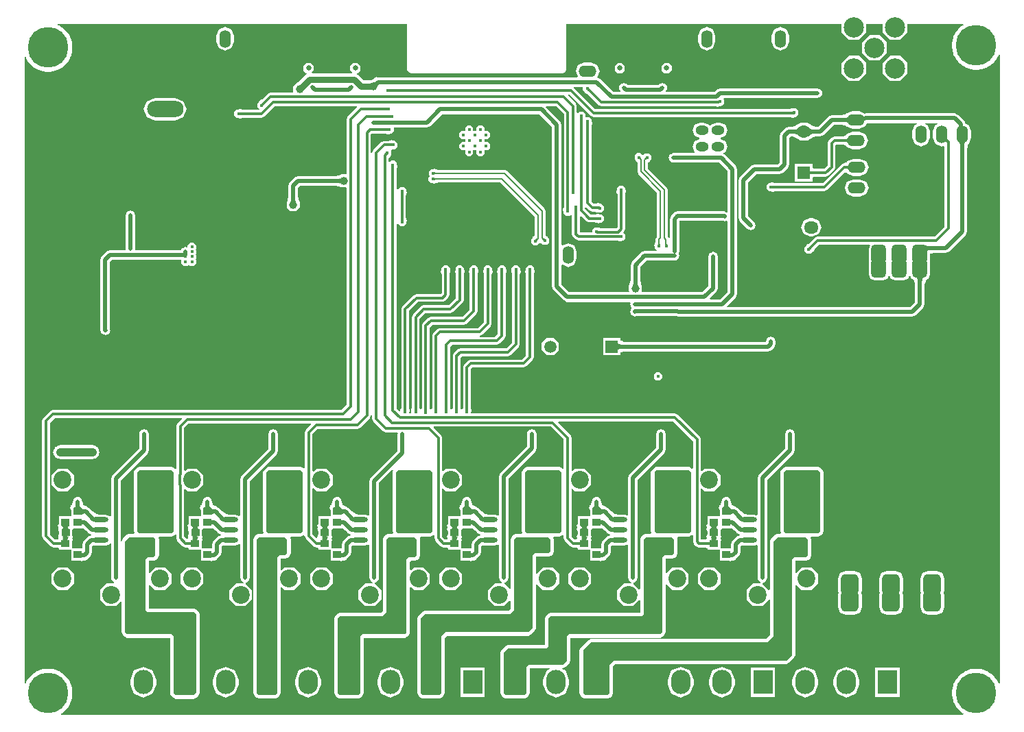
<source format=gbl>
G04*
G04 #@! TF.GenerationSoftware,Altium Limited,Altium Designer,21.2.1 (34)*
G04*
G04 Layer_Physical_Order=2*
G04 Layer_Color=16711680*
%FSTAX24Y24*%
%MOIN*%
G70*
G04*
G04 #@! TF.SameCoordinates,6CF6E2E0-1279-4785-91C8-ECC7A25CC669*
G04*
G04*
G04 #@! TF.FilePolarity,Positive*
G04*
G01*
G75*
%ADD10C,0.0079*%
%ADD14C,0.0118*%
%ADD23R,0.0394X0.0374*%
%ADD36C,0.0394*%
%ADD91C,0.0630*%
%ADD111C,0.0197*%
%ADD112C,0.0394*%
%ADD113C,0.0315*%
%ADD115C,0.0157*%
%ADD117O,0.0709X0.0591*%
%ADD119R,0.0630X0.0630*%
%ADD120O,0.0394X0.0826*%
%ADD121O,0.0394X0.0708*%
%ADD122C,0.0256*%
%ADD123C,0.1969*%
%ADD124O,0.0709X0.0945*%
%ADD125O,0.0551X0.0866*%
%ADD126C,0.0591*%
%ADD127R,0.0591X0.0591*%
%ADD128O,0.1772X0.0787*%
%ADD129O,0.0787X0.1772*%
%ADD131C,0.0984*%
%ADD132C,0.0866*%
G04:AMPARAMS|DCode=133|XSize=102.4mil|YSize=86.6mil|CornerRadius=21.7mil|HoleSize=0mil|Usage=FLASHONLY|Rotation=270.000|XOffset=0mil|YOffset=0mil|HoleType=Round|Shape=RoundedRectangle|*
%AMROUNDEDRECTD133*
21,1,0.1024,0.0433,0,0,270.0*
21,1,0.0591,0.0866,0,0,270.0*
1,1,0.0433,-0.0217,-0.0295*
1,1,0.0433,-0.0217,0.0295*
1,1,0.0433,0.0217,0.0295*
1,1,0.0433,0.0217,-0.0295*
%
%ADD133ROUNDEDRECTD133*%
G04:AMPARAMS|DCode=134|XSize=94.5mil|YSize=70.9mil|CornerRadius=17.7mil|HoleSize=0mil|Usage=FLASHONLY|Rotation=270.000|XOffset=0mil|YOffset=0mil|HoleType=Round|Shape=RoundedRectangle|*
%AMROUNDEDRECTD134*
21,1,0.0945,0.0354,0,0,270.0*
21,1,0.0591,0.0709,0,0,270.0*
1,1,0.0354,-0.0177,-0.0295*
1,1,0.0354,-0.0177,0.0295*
1,1,0.0354,0.0177,0.0295*
1,1,0.0354,0.0177,-0.0295*
%
%ADD134ROUNDEDRECTD134*%
%ADD135C,0.0177*%
%ADD136O,0.0787X0.0236*%
%ADD137O,0.0866X0.0551*%
%ADD138O,0.0630X0.0472*%
%ADD139R,0.0945X0.1181*%
%ADD140O,0.0945X0.1181*%
G36*
X073428Y053726D02*
X073398Y053708D01*
X073275Y053614D01*
X073165Y053504D01*
X073071Y053382D01*
X072994Y053248D01*
X072975Y053203D01*
X072953Y053181D01*
Y053149D01*
X072934Y053104D01*
X072894Y052955D01*
X072874Y052801D01*
X072874Y052724D01*
X072874Y052724D01*
X072874Y052724D01*
X072874Y052647D01*
X072894Y052493D01*
X072934Y052344D01*
X072953Y052299D01*
Y052267D01*
X072975Y052245D01*
X072994Y0522D01*
X073071Y052066D01*
X073165Y051944D01*
X073275Y051834D01*
X073398Y05174D01*
X073532Y051662D01*
X073576Y051644D01*
X073598Y051622D01*
X07363D01*
X073675Y051603D01*
X073824Y051563D01*
X073978Y051543D01*
X074055Y051543D01*
X074133D01*
X074286Y051563D01*
X074436Y051603D01*
X07448Y051622D01*
X074512D01*
X074534Y051644D01*
X074579Y051662D01*
X074713Y05174D01*
X074836Y051834D01*
X074945Y051944D01*
X075039Y052066D01*
X075117Y052201D01*
X075135Y052245D01*
X075154Y052263D01*
X075204Y052258D01*
Y021694D01*
X075154Y021688D01*
X075135Y021707D01*
X075117Y021751D01*
X075039Y021886D01*
X074945Y022008D01*
X074836Y022118D01*
X074713Y022212D01*
X074579Y02229D01*
X074534Y022308D01*
X074512Y02233D01*
X07448D01*
X074436Y022349D01*
X074286Y022389D01*
X074133Y022409D01*
X074055Y022409D01*
X073978Y022409D01*
X073824Y022389D01*
X073675Y022349D01*
X07363Y02233D01*
X073598D01*
X073576Y022308D01*
X073532Y02229D01*
X073398Y022212D01*
X073275Y022118D01*
X073165Y022008D01*
X073071Y021886D01*
X072994Y021751D01*
X072975Y021707D01*
X072953Y021685D01*
Y021653D01*
X072934Y021608D01*
X072894Y021459D01*
X072874Y021305D01*
X072874Y021228D01*
X072874Y021228D01*
X072874Y021228D01*
X072874Y021151D01*
X072894Y020997D01*
X072934Y020847D01*
X072953Y020803D01*
Y020771D01*
X072975Y020749D01*
X072994Y020704D01*
X073071Y02057D01*
X073165Y020448D01*
X073275Y020338D01*
X073398Y020244D01*
X073428Y020226D01*
X073415Y020178D01*
X029616D01*
X029604Y020226D01*
X029634Y020244D01*
X029757Y020338D01*
X029866Y020448D01*
X029961Y02057D01*
X030038Y020704D01*
X030056Y020749D01*
X030079Y020771D01*
Y020803D01*
X030097Y020847D01*
X030137Y020997D01*
X030157Y021151D01*
Y021228D01*
X030157Y021305D01*
X030137Y021459D01*
X030097Y021608D01*
X030079Y021653D01*
Y021685D01*
X030056Y021707D01*
X030038Y021751D01*
X029961Y021886D01*
X029866Y022008D01*
X029757Y022118D01*
X029634Y022212D01*
X0295Y02229D01*
X029455Y022308D01*
X029433Y02233D01*
X029401D01*
X029357Y022349D01*
X029207Y022389D01*
X029054Y022409D01*
X028976Y022409D01*
X028899Y022409D01*
X028745Y022389D01*
X028596Y022349D01*
X028551Y02233D01*
X02852D01*
X028497Y022308D01*
X028453Y02229D01*
X028319Y022212D01*
X028196Y022118D01*
X028086Y022008D01*
X027992Y021886D01*
X027915Y021751D01*
X027896Y021707D01*
X027878Y021688D01*
X027828Y021694D01*
Y05216D01*
X027878Y052165D01*
X027896Y052147D01*
X027915Y052102D01*
X027992Y051968D01*
X028086Y051845D01*
X028196Y051736D01*
X028319Y051641D01*
X028453Y051564D01*
X028497Y051546D01*
X02852Y051523D01*
X028551D01*
X028596Y051505D01*
X028745Y051465D01*
X028899Y051444D01*
X028976Y051444D01*
X029054D01*
X029207Y051465D01*
X029357Y051505D01*
X029401Y051523D01*
X029433D01*
X029455Y051546D01*
X0295Y051564D01*
X029634Y051641D01*
X029757Y051736D01*
X029866Y051845D01*
X029961Y051968D01*
X030038Y052102D01*
X030056Y052147D01*
X030079Y052169D01*
Y052201D01*
X030097Y052245D01*
X030137Y052395D01*
X030157Y052548D01*
Y052626D01*
X030157Y052703D01*
X030137Y052856D01*
X030097Y053006D01*
X030079Y053051D01*
Y053082D01*
X030056Y053105D01*
X030038Y053149D01*
X029961Y053283D01*
X029866Y053406D01*
X029757Y053516D01*
X029634Y05361D01*
X0295Y053687D01*
X029455Y053706D01*
X029437Y053724D01*
X029442Y053774D01*
X046424D01*
Y051543D01*
X046474Y051422D01*
X046594Y051372D01*
X053976D01*
X054097Y051422D01*
X054147Y051543D01*
Y053774D01*
X067504D01*
Y053353D01*
X067861Y052996D01*
X068367D01*
X068724Y053353D01*
Y053774D01*
X069504D01*
Y053353D01*
X069861Y052996D01*
X070367D01*
X070724Y053353D01*
Y053774D01*
X073415D01*
X073428Y053726D01*
D02*
G37*
%LPC*%
G36*
X06455Y053623D02*
X064249Y053498D01*
X064124Y053196D01*
Y052881D01*
X064249Y05258D01*
X06455Y052455D01*
X064851Y05258D01*
X064976Y052881D01*
Y053196D01*
X064851Y053498D01*
X06455Y053623D01*
D02*
G37*
G36*
X060965D02*
X060663Y053498D01*
X060538Y053196D01*
Y052881D01*
X060663Y05258D01*
X060965Y052455D01*
X061266Y05258D01*
X061391Y052881D01*
Y053196D01*
X061266Y053498D01*
X060965Y053623D01*
D02*
G37*
G36*
X037579D02*
X037277Y053498D01*
X037153Y053196D01*
Y052881D01*
X037277Y05258D01*
X037579Y052455D01*
X03788Y05258D01*
X038005Y052881D01*
Y053196D01*
X03788Y053498D01*
X037579Y053623D01*
D02*
G37*
G36*
X069367Y053216D02*
X068861D01*
X068504Y052859D01*
Y052353D01*
X068861Y051996D01*
X069367D01*
X069724Y052353D01*
Y052859D01*
X069367Y053216D01*
D02*
G37*
G36*
X059123Y05186D02*
X058919D01*
X058775Y051716D01*
Y051512D01*
X058919Y051368D01*
X059123D01*
X059267Y051512D01*
Y051716D01*
X059123Y05186D01*
D02*
G37*
G36*
X056847D02*
X056643D01*
X056499Y051716D01*
Y051512D01*
X056643Y051368D01*
X056847D01*
X056991Y051512D01*
Y051716D01*
X056847Y05186D01*
D02*
G37*
G36*
X055335Y05189D02*
X05502D01*
X054718Y051765D01*
X054594Y051464D01*
X054694Y051221D01*
X054667Y051179D01*
X045012D01*
X044985Y051168D01*
X044945Y051185D01*
X044944Y051184D01*
X044943Y051185D01*
X044883Y05116D01*
X044824Y051137D01*
X044785Y051099D01*
X044776Y051091D01*
X04477Y051086D01*
X044764Y051082D01*
X044761Y05108D01*
X044761Y05108D01*
X044758Y051079D01*
X044756Y051078D01*
X044754Y051077D01*
X044748Y051071D01*
X044746Y051069D01*
X044721Y051057D01*
X044665Y051034D01*
X044664Y051031D01*
X044653D01*
X044636Y051014D01*
X044316D01*
X04405Y051281D01*
X04396Y051319D01*
X043969Y051368D01*
X044005D01*
X044149Y051512D01*
Y051716D01*
X044005Y05186D01*
X043801D01*
X043657Y051716D01*
Y051512D01*
X043753Y051415D01*
X043734Y051369D01*
X041795D01*
X041776Y051415D01*
X041873Y051512D01*
Y051716D01*
X041729Y05186D01*
X041525D01*
X041381Y051716D01*
Y051512D01*
X041525Y051368D01*
X041541D01*
X041551Y051319D01*
X041461Y051281D01*
X041094Y050915D01*
X04107D01*
X040886Y05073D01*
Y050469D01*
X040872Y050435D01*
X039783D01*
X039648Y050379D01*
X039364Y050095D01*
X039333Y050082D01*
X039273Y050058D01*
X039267Y050052D01*
X039249Y050035D01*
X039246Y050032D01*
X039242Y050024D01*
X039231Y05002D01*
X03922Y049995D01*
X0392Y049978D01*
X039198Y049955D01*
X039187Y04994D01*
X039187Y049939D01*
X039144Y049896D01*
Y049725D01*
X03923Y049639D01*
X039209Y049589D01*
X038439D01*
X038408Y049602D01*
X038348Y049627D01*
X03834Y049627D01*
X038316Y049627D01*
X038311Y049628D01*
X038303Y049625D01*
X038292Y04963D01*
X038267Y049619D01*
X03824Y049622D01*
X038223Y049607D01*
X038204Y049604D01*
X038204Y049604D01*
X038143D01*
X038022Y049483D01*
Y049312D01*
X038143Y049191D01*
X038228D01*
X038235Y049188D01*
X038292Y049165D01*
X038296Y049167D01*
X038301Y049165D01*
X038357Y049168D01*
X038412Y049194D01*
X038439Y049205D01*
X039331D01*
X039466Y049262D01*
X039981Y049776D01*
X043974D01*
X043995Y049726D01*
X04355Y049281D01*
X043493Y049145D01*
Y046461D01*
X04346Y046447D01*
X043199D01*
X043191Y046439D01*
X043189Y04644D01*
X043133Y046417D01*
X043106Y046408D01*
X043104Y046408D01*
X043095Y046408D01*
X043093Y046407D01*
X043091Y046406D01*
X043088Y046405D01*
X043088Y046405D01*
X043084Y046404D01*
X043079Y046403D01*
X043053Y046401D01*
X043038Y046401D01*
X042979Y046375D01*
X042957Y046366D01*
X041115D01*
X040949Y046298D01*
X04072Y046069D01*
X040651Y045903D01*
Y04534D01*
X040643Y04532D01*
X040617Y045263D01*
X040616Y045228D01*
X040615Y04522D01*
X040614Y045213D01*
X040613Y045209D01*
X040613Y045209D01*
X040611Y045206D01*
X040611Y045205D01*
X04061Y045202D01*
X04061Y045194D01*
X04061Y045191D01*
X040601Y045165D01*
X040578Y045109D01*
X040579Y045106D01*
X040571Y045099D01*
Y044838D01*
X040755Y044653D01*
X041016D01*
X041201Y044838D01*
Y045099D01*
X041193Y045106D01*
X041194Y045109D01*
X041171Y045165D01*
X041162Y045191D01*
X041162Y045194D01*
X041162Y045202D01*
X041161Y045205D01*
X04116Y045206D01*
X041159Y045209D01*
X041159Y045209D01*
X041158Y045213D01*
X041157Y045218D01*
X041155Y045244D01*
X041155Y04526D01*
X041129Y045318D01*
X04112Y04534D01*
Y045806D01*
X041212Y045897D01*
X042957D01*
X042978Y045889D01*
X043034Y045863D01*
X043069Y045862D01*
X043077Y045861D01*
X043084Y04586D01*
X043088Y045859D01*
X043088Y045859D01*
X043091Y045857D01*
X043093Y045857D01*
X043095Y045856D01*
X043104Y045856D01*
X043106Y045856D01*
X043133Y045847D01*
X043189Y045824D01*
X043191Y045825D01*
X043199Y045817D01*
X04346D01*
X043493Y045803D01*
Y035249D01*
X04324Y034995D01*
X029225D01*
X029089Y034939D01*
X028742Y034592D01*
X028686Y034456D01*
Y028866D01*
X028742Y02873D01*
X029103Y02837D01*
X029239Y028313D01*
X029413D01*
X029442Y028301D01*
X029497Y028277D01*
X029501Y028266D01*
X029503Y028266D01*
Y0282D01*
X030103D01*
Y02765D01*
X03055D01*
X030554Y027647D01*
X030582Y027648D01*
X030596Y02764D01*
X030601Y027641D01*
X030614Y027636D01*
X030648Y02765D01*
X030648Y02765D01*
X030653Y027648D01*
X030661Y027649D01*
X030661Y027649D01*
X030662Y027649D01*
X030682Y02765D01*
X030733D01*
Y027653D01*
X030789Y027677D01*
X030849Y027702D01*
X030849Y027703D01*
X03085Y027703D01*
X030866Y027744D01*
X030894Y027755D01*
X031052Y027913D01*
X03112Y028078D01*
Y028362D01*
X031181Y028424D01*
X03124Y028399D01*
X031791D01*
X031972Y028474D01*
X03198Y028494D01*
X032029Y028484D01*
Y026818D01*
X032057Y026752D01*
Y026733D01*
X03207Y02672D01*
X032098Y026653D01*
X032165Y026625D01*
X032178Y026612D01*
X032181Y026606D01*
X032151Y026556D01*
X031822D01*
X031499Y026233D01*
Y025776D01*
X031822Y025454D01*
X032278D01*
X0325Y025675D01*
X032546Y025656D01*
Y024181D01*
X032596Y02406D01*
X032694Y023962D01*
X032815Y023912D01*
X034908D01*
X034908Y021228D01*
X034925Y021187D01*
X034958Y021107D01*
X034958Y021107D01*
X035071Y020994D01*
X035192Y020944D01*
X036048D01*
X036169Y020994D01*
X036282Y021107D01*
X036332Y021228D01*
X036332Y025067D01*
X036282Y025187D01*
X036184Y025285D01*
X036063Y025335D01*
X033871Y025335D01*
X033871Y026488D01*
X033917Y026507D01*
X034184Y026241D01*
X034641D01*
X034963Y026564D01*
Y02702D01*
X034641Y027343D01*
X034184D01*
X033917Y027077D01*
X033871Y027096D01*
X033871Y027652D01*
X034094Y027652D01*
X034215Y027702D01*
X034313Y0278D01*
X034363Y027921D01*
Y028708D01*
X034332Y028783D01*
X034366Y028833D01*
X03498D01*
X035101Y028883D01*
X035154Y028936D01*
X035204Y028915D01*
Y028766D01*
X03526Y02863D01*
X03552Y02837D01*
X035656Y028313D01*
X035712D01*
X035741Y028301D01*
X035797Y028277D01*
X035801Y028266D01*
X035802Y028266D01*
Y0282D01*
X036402D01*
Y02765D01*
X03685D01*
X036853Y027647D01*
X036881Y027648D01*
X036895Y02764D01*
X0369Y027641D01*
X036913Y027636D01*
X036947Y02765D01*
X036947Y02765D01*
X036952Y027648D01*
X03696Y027649D01*
X03696Y027649D01*
X036961Y027649D01*
X036981Y02765D01*
X037032D01*
Y027653D01*
X037088Y027677D01*
X037148Y027702D01*
X037148Y027703D01*
X037149Y027703D01*
X037166Y027744D01*
X037193Y027755D01*
X037351Y027913D01*
X037419Y028078D01*
Y028362D01*
X037481Y028424D01*
X037539Y028399D01*
X038091D01*
X038259Y028469D01*
X038309Y028447D01*
Y026818D01*
X038337Y026752D01*
Y026733D01*
X03835Y02672D01*
X038378Y026653D01*
X038445Y026625D01*
X038458Y026612D01*
X038461Y026606D01*
X038431Y026556D01*
X038102D01*
X037779Y026233D01*
Y025776D01*
X038102Y025454D01*
X038558D01*
X038881Y025776D01*
Y026233D01*
X038572Y026542D01*
X038577Y026598D01*
X038611Y026612D01*
X038629D01*
X038643Y026625D01*
X03871Y026653D01*
X038737Y02672D01*
X03875Y026733D01*
Y026752D01*
X038778Y026818D01*
Y031545D01*
X040075Y032841D01*
X040144Y033007D01*
Y033835D01*
X040116Y033902D01*
Y033921D01*
X040103Y033934D01*
X040075Y034001D01*
X040008Y034029D01*
X039995Y034042D01*
X039976D01*
X039909Y03407D01*
X039842Y034042D01*
X039824D01*
X03981Y034029D01*
X039743Y034001D01*
X039716Y033934D01*
X039702Y033921D01*
Y033902D01*
X039675Y033835D01*
Y033104D01*
X038378Y031808D01*
X038309Y031642D01*
Y029863D01*
X038259Y029841D01*
X038091Y029911D01*
X037737D01*
X037703Y029936D01*
X03769Y029935D01*
X037679Y029941D01*
X037631Y029928D01*
X03763Y029928D01*
X037629Y029928D01*
X037627Y029929D01*
X037613Y029937D01*
X037595Y02995D01*
X037536Y029999D01*
X037501Y030033D01*
X037449Y030053D01*
X037412Y030073D01*
X037264Y030221D01*
X037237Y030232D01*
X037222Y030271D01*
X03722Y030272D01*
X037219Y030274D01*
X037161Y030298D01*
X037103Y030324D01*
X037072Y030325D01*
X037052Y030326D01*
X037052Y030326D01*
X037046Y030348D01*
X037037Y030353D01*
X037034Y030361D01*
X037024Y030365D01*
X037019Y030374D01*
X03699Y030382D01*
X036989Y030388D01*
X036987Y03041D01*
X036986Y030442D01*
X03696Y0305D01*
X036952Y030521D01*
Y030544D01*
X036924Y030611D01*
Y030629D01*
X036911Y030643D01*
X036883Y030709D01*
X036816Y030737D01*
X036803Y03075D01*
X036784D01*
X036717Y030778D01*
X03665Y03075D01*
X036632D01*
X036618Y030737D01*
X036552Y030709D01*
X036524Y030643D01*
X036511Y030629D01*
Y030611D01*
X036483Y030544D01*
Y030521D01*
X036474Y0305D01*
X036449Y030442D01*
X036448Y03041D01*
X036446Y030388D01*
X036444Y030379D01*
X036401Y030361D01*
X036397Y030353D01*
X036389Y030348D01*
X036373Y030293D01*
X036351Y030241D01*
X036355Y030232D01*
X036352Y030223D01*
X036379Y030173D01*
X036401Y03012D01*
X036402Y03012D01*
Y029844D01*
X035802D01*
Y029474D01*
X035801Y029473D01*
X035779Y029421D01*
X035752Y029371D01*
X035754Y029362D01*
X035751Y029353D01*
X035773Y0293D01*
X035783Y029264D01*
X035782Y029259D01*
X035761Y029208D01*
X035765Y029198D01*
X035762Y029187D01*
X035789Y029139D01*
X03581Y029087D01*
X035812Y029087D01*
Y028957D01*
X03581Y028956D01*
X035789Y028905D01*
X035762Y028856D01*
X035765Y028845D01*
X035761Y028835D01*
X035782Y028784D01*
X035783Y02878D01*
X035773Y028743D01*
X035767Y028731D01*
X035716Y028716D01*
X035587Y028845D01*
Y031131D01*
X035633Y03115D01*
X035739Y031044D01*
X036196D01*
X036519Y031367D01*
Y031824D01*
X036196Y032146D01*
X035739D01*
X035633Y03204D01*
X035587Y032059D01*
Y034123D01*
X035807Y034343D01*
X041735D01*
X041754Y034296D01*
X041498Y034041D01*
X041442Y033905D01*
Y032179D01*
X041396Y03216D01*
X041381Y032175D01*
X04126Y032225D01*
X039686D01*
X039565Y032175D01*
X039467Y032077D01*
X039417Y031956D01*
Y029102D01*
X039448Y029027D01*
X039414Y028977D01*
X039213D01*
X039092Y028927D01*
X038994Y028829D01*
X038944Y028708D01*
X038944Y021228D01*
X038961Y021187D01*
X038994Y021107D01*
X038994Y021107D01*
X039092Y021009D01*
X039151Y020985D01*
X039213Y020959D01*
X04D01*
X040121Y021009D01*
X040219Y021107D01*
X040269Y021228D01*
Y026149D01*
X040269Y026371D01*
X040315Y02639D01*
X040464Y026241D01*
X040921D01*
X041243Y026564D01*
Y02702D01*
X040921Y027343D01*
X040464D01*
X040315Y027194D01*
X040269Y027214D01*
X040269Y02775D01*
X040492Y02775D01*
X040613Y0278D01*
X040711Y027899D01*
X040761Y028019D01*
Y028708D01*
X04073Y028783D01*
X040763Y028833D01*
X04126D01*
X041381Y028883D01*
X041396Y028898D01*
X041442Y028879D01*
Y028866D01*
X041498Y02873D01*
X041859Y02837D01*
X041994Y028313D01*
X042011D01*
X04204Y028301D01*
X042096Y028277D01*
X0421Y028266D01*
X042101Y028266D01*
Y0282D01*
X042702D01*
Y02765D01*
X043149D01*
X043153Y027647D01*
X043181Y027648D01*
X043194Y02764D01*
X043199Y027641D01*
X043212Y027636D01*
X043246Y02765D01*
X043246Y02765D01*
X043251Y027648D01*
X043259Y027649D01*
X043259Y027649D01*
X043261Y027649D01*
X04328Y02765D01*
X043331D01*
Y027653D01*
X043388Y027677D01*
X043447Y027702D01*
X043448Y027703D01*
X043448Y027703D01*
X043465Y027744D01*
X043492Y027755D01*
X04365Y027913D01*
X043719Y028078D01*
Y028362D01*
X04378Y028424D01*
X043839Y028399D01*
X04439D01*
X044539Y028461D01*
X044589Y028428D01*
Y026818D01*
X044617Y026752D01*
Y026733D01*
X04463Y02672D01*
X044658Y026653D01*
X044725Y026625D01*
X044738Y026612D01*
X044741Y026606D01*
X044711Y026556D01*
X044382D01*
X044059Y026233D01*
Y025776D01*
X044382Y025454D01*
X044838D01*
X045161Y025776D01*
Y026233D01*
X044852Y026542D01*
X044857Y026598D01*
X044891Y026612D01*
X044909D01*
X044923Y026625D01*
X04499Y026653D01*
X045017Y02672D01*
X04503Y026733D01*
Y026752D01*
X045058Y026818D01*
Y031447D01*
X045695Y032084D01*
X045738Y032056D01*
X045697Y031956D01*
Y029102D01*
X045728Y029027D01*
X045694Y028977D01*
X045512D01*
X045391Y028927D01*
X045293Y028829D01*
X045243Y028708D01*
X045243Y025236D01*
X045146Y025139D01*
X04315D01*
X043029Y025089D01*
X042931Y02499D01*
X042881Y02487D01*
X042881Y021228D01*
X042931Y021107D01*
X043029Y021009D01*
X04315Y020959D01*
X044035Y020959D01*
X044156Y021009D01*
X044156Y021009D01*
X044254Y021107D01*
X044254Y021107D01*
X044304Y021228D01*
X044304Y023912D01*
X046299Y023912D01*
X04642Y023962D01*
X04642Y023962D01*
X046503Y024045D01*
X046553Y024165D01*
Y026367D01*
X046599Y026386D01*
X046744Y026241D01*
X047201D01*
X047523Y026564D01*
Y02702D01*
X047201Y027343D01*
X046744D01*
X046599Y027198D01*
X046553Y027217D01*
Y027603D01*
X046602Y027652D01*
X046791Y027652D01*
X046912Y027702D01*
X04701Y0278D01*
X04701Y0278D01*
X04706Y027921D01*
X04706Y028708D01*
X047029Y028783D01*
X047063Y028833D01*
X04754D01*
X047661Y028883D01*
X047695Y028917D01*
X047741Y028898D01*
Y028748D01*
X047797Y028612D01*
X04804Y02837D01*
X048176Y028313D01*
X04831D01*
X048339Y028301D01*
X048395Y028277D01*
X048399Y028266D01*
X0484Y028266D01*
Y0282D01*
X049001D01*
Y02765D01*
X049448D01*
X049452Y027647D01*
X04948Y027648D01*
X049494Y02764D01*
X049498Y027641D01*
X049511Y027636D01*
X049545Y02765D01*
X049546Y02765D01*
X04955Y027648D01*
X049558Y027649D01*
X049559Y027649D01*
X04956Y027649D01*
X049579Y02765D01*
X049631D01*
Y027653D01*
X049687Y027677D01*
X049747Y027702D01*
X049747Y027703D01*
X049747Y027703D01*
X049764Y027744D01*
X049792Y027755D01*
X049949Y027913D01*
X050018Y028078D01*
Y028362D01*
X050079Y028424D01*
X050138Y028399D01*
X050689D01*
X050828Y028457D01*
X050869Y028429D01*
Y026818D01*
X050897Y026752D01*
Y026733D01*
X05091Y02672D01*
X050938Y026653D01*
X051005Y026625D01*
X051018Y026612D01*
X051021Y026606D01*
X050991Y026556D01*
X050662D01*
X050339Y026233D01*
Y025776D01*
X050662Y025454D01*
X051118D01*
X051394Y025729D01*
X051444Y025708D01*
X051444Y025334D01*
X051347Y025237D01*
X047283Y025237D01*
X047163Y025187D01*
X047163Y025187D01*
X046966Y02499D01*
X046916Y02487D01*
X046916Y021228D01*
X046966Y021107D01*
X047064Y021009D01*
X047065Y021009D01*
X047185Y020959D01*
X047972Y020959D01*
X048093Y021009D01*
X048191Y021107D01*
X048241Y021228D01*
X048241Y023913D01*
X048338Y02401D01*
X052303Y02401D01*
X052424Y02406D01*
X052424Y02406D01*
X052621Y024257D01*
X052621Y024257D01*
X05267Y024378D01*
X05267Y026524D01*
X05272Y026544D01*
X053024Y026241D01*
X053481D01*
X053803Y026564D01*
Y02702D01*
X053481Y027343D01*
X053024D01*
X05272Y02704D01*
X05267Y027061D01*
Y027849D01*
X053287Y027849D01*
X053408Y027899D01*
X053506Y027997D01*
X053556Y028118D01*
X053556Y028708D01*
X053525Y028783D01*
X053559Y028833D01*
X05382D01*
X053941Y028883D01*
X053978Y02892D01*
X054024Y028901D01*
Y028764D01*
X05408Y028629D01*
X054339Y02837D01*
X054475Y028313D01*
X05461D01*
X054639Y028301D01*
X054694Y028277D01*
X054698Y028266D01*
X0547Y028266D01*
Y0282D01*
X0553D01*
Y02765D01*
X055747D01*
X055751Y027647D01*
X055779Y027648D01*
X055793Y02764D01*
X055797Y027641D01*
X055811Y027636D01*
X055845Y02765D01*
X055845Y02765D01*
X05585Y027648D01*
X055858Y027649D01*
X055858Y027649D01*
X055859Y027649D01*
X055878Y02765D01*
X05593D01*
Y027653D01*
X055986Y027677D01*
X056046Y027702D01*
X056046Y027703D01*
X056047Y027703D01*
X056063Y027744D01*
X056091Y027755D01*
X056248Y027913D01*
X056317Y028078D01*
Y028362D01*
X056378Y028424D01*
X056437Y028399D01*
X056988D01*
X057108Y028449D01*
X057149Y028421D01*
Y026818D01*
X057177Y026752D01*
Y026733D01*
X05719Y02672D01*
X057218Y026653D01*
X057285Y026625D01*
X057298Y026612D01*
X057301Y026606D01*
X057271Y026556D01*
X056942D01*
X056619Y026233D01*
Y025776D01*
X056942Y025454D01*
X057398D01*
X057693Y025748D01*
X057743Y025727D01*
Y025139D01*
X053386Y025139D01*
X053265Y025089D01*
X053167Y02499D01*
X053167Y02499D01*
X053117Y02487D01*
X053117Y023564D01*
X051319Y023564D01*
X051198Y023514D01*
X051198Y023514D01*
X051002Y023317D01*
X050952Y023196D01*
Y021228D01*
X051002Y021107D01*
X0511Y021009D01*
X05122Y020959D01*
X052106D01*
X052227Y021009D01*
X052325Y021107D01*
X052325Y021107D01*
X052375Y021228D01*
X052375Y022435D01*
X053348Y022435D01*
X053358Y022386D01*
X053198Y02232D01*
X053011Y021868D01*
Y021632D01*
X053198Y02118D01*
X05365Y020993D01*
X054102Y02118D01*
X054289Y021632D01*
Y021868D01*
X054102Y02232D01*
X053942Y022386D01*
X053952Y022435D01*
X053976D01*
X054097Y022485D01*
X054294Y022682D01*
X054344Y022803D01*
X054344Y023912D01*
X058701Y023912D01*
X058821Y023962D01*
X05892Y02406D01*
X05897Y024181D01*
Y026504D01*
X05902Y026525D01*
X059304Y026241D01*
X059761D01*
X060083Y026564D01*
Y02702D01*
X059761Y027343D01*
X059304D01*
X05902Y027059D01*
X05897Y02708D01*
Y02775D01*
X059291D01*
X059412Y0278D01*
X05951Y027899D01*
X05956Y028019D01*
X05956Y028708D01*
X059529Y028783D01*
X059563Y028833D01*
X0601D01*
X060221Y028883D01*
X060258Y02892D01*
X060304Y028901D01*
Y028598D01*
X06036Y028462D01*
X060453Y02837D01*
X060588Y028313D01*
X060909D01*
X060938Y028301D01*
X060993Y028277D01*
X060998Y028266D01*
X060999Y028266D01*
Y0282D01*
X061599D01*
Y02765D01*
X062047D01*
X06205Y027647D01*
X062078Y027648D01*
X062092Y02764D01*
X062097Y027641D01*
X06211Y027636D01*
X062144Y02765D01*
X062144Y02765D01*
X062149Y027648D01*
X062157Y027649D01*
X062157Y027649D01*
X062158Y027649D01*
X062178Y02765D01*
X062229D01*
Y027653D01*
X062285Y027677D01*
X062345Y027702D01*
X062345Y027703D01*
X062346Y027703D01*
X062362Y027744D01*
X06239Y027755D01*
X062548Y027913D01*
X062616Y028078D01*
Y028362D01*
X062678Y028424D01*
X062736Y028399D01*
X063287D01*
X063388Y028441D01*
X063429Y028413D01*
Y026818D01*
X063457Y026752D01*
Y026733D01*
X06347Y02672D01*
X063498Y026653D01*
X063565Y026625D01*
X063578Y026612D01*
X063581Y026606D01*
X063551Y026556D01*
X063222D01*
X062899Y026233D01*
Y025776D01*
X063222Y025454D01*
X063678D01*
X063992Y025767D01*
X064042Y025755D01*
X064042Y024054D01*
X063847Y023859D01*
X055354Y023859D01*
X055234Y023809D01*
X05484Y023415D01*
X05479Y023295D01*
X05479Y021228D01*
X05484Y021107D01*
X054939Y021009D01*
X054939Y021009D01*
X055059Y020959D01*
X056142D01*
X056262Y021009D01*
X056361Y021107D01*
X056411Y021228D01*
Y022535D01*
X056508Y022632D01*
X064833D01*
X064954Y022682D01*
X065219Y022947D01*
X065269Y023068D01*
X065269Y026491D01*
X065315Y02651D01*
X065584Y026241D01*
X066041D01*
X066363Y026564D01*
Y02702D01*
X066041Y027343D01*
X065584D01*
X065315Y027074D01*
X065269Y027094D01*
Y027652D01*
X065787Y027652D01*
X065908Y027702D01*
X066006Y0278D01*
X066056Y027921D01*
X066056Y028708D01*
X066025Y028783D01*
X066059Y028833D01*
X06638D01*
X066501Y028883D01*
X066599Y028981D01*
X066649Y029102D01*
Y031956D01*
X066599Y032077D01*
X066501Y032175D01*
X06638Y032225D01*
X064806D01*
X064685Y032175D01*
X064587Y032077D01*
X064537Y031956D01*
Y029102D01*
X064568Y029027D01*
X064534Y028977D01*
X064409D01*
X064289Y028927D01*
X064289Y028927D01*
X064092Y02873D01*
X064092Y02873D01*
X064042Y02861D01*
X064042Y026255D01*
X063992Y026242D01*
X063692Y026542D01*
X063697Y026598D01*
X063731Y026612D01*
X063749D01*
X063763Y026625D01*
X06383Y026653D01*
X063857Y02672D01*
X06387Y026733D01*
Y026752D01*
X063898Y026818D01*
Y031586D01*
X065181Y032868D01*
X065249Y033034D01*
Y033835D01*
X065222Y033902D01*
Y033921D01*
X065208Y033934D01*
X065181Y034001D01*
X065114Y034029D01*
X0651Y034042D01*
X065082D01*
X065015Y03407D01*
X064948Y034042D01*
X064929D01*
X064916Y034029D01*
X064849Y034001D01*
X064821Y033934D01*
X064808Y033921D01*
Y033902D01*
X064781Y033835D01*
Y033131D01*
X063498Y031849D01*
X063429Y031683D01*
Y029897D01*
X063388Y029869D01*
X063287Y029911D01*
X062934D01*
X0629Y029936D01*
X062887Y029935D01*
X062876Y029941D01*
X062828Y029928D01*
X062827Y029928D01*
X062826Y029928D01*
X062824Y029929D01*
X06281Y029937D01*
X062792Y02995D01*
X062733Y029999D01*
X062698Y030033D01*
X062646Y030053D01*
X062609Y030073D01*
X062461Y030221D01*
X062434Y030232D01*
X062419Y030271D01*
X062417Y030272D01*
X062416Y030274D01*
X062358Y030298D01*
X0623Y030324D01*
X062269Y030325D01*
X062249Y030326D01*
X062249Y030326D01*
X062242Y030348D01*
X062234Y030353D01*
X06223Y030361D01*
X062221Y030365D01*
X062216Y030374D01*
X062187Y030382D01*
X062186Y030388D01*
X062184Y03041D01*
X062183Y030442D01*
X062157Y0305D01*
X062149Y030521D01*
Y030544D01*
X062121Y030611D01*
Y030629D01*
X062108Y030643D01*
X06208Y030709D01*
X062013Y030737D01*
X062Y03075D01*
X061981D01*
X061914Y030778D01*
X061847Y03075D01*
X061829D01*
X061815Y030737D01*
X061748Y030709D01*
X061721Y030643D01*
X061707Y030629D01*
Y030611D01*
X06168Y030544D01*
Y030521D01*
X061671Y0305D01*
X061645Y030442D01*
X061645Y03041D01*
X061643Y030388D01*
X061641Y030379D01*
X061598Y030361D01*
X061594Y030353D01*
X061586Y030348D01*
X06157Y030293D01*
X061548Y030241D01*
X061552Y030232D01*
X061549Y030223D01*
X061576Y030173D01*
X061598Y03012D01*
X061599Y03012D01*
Y029844D01*
X060999D01*
Y029474D01*
X060998Y029473D01*
X060976Y029421D01*
X060949Y029371D01*
X060951Y029362D01*
X060948Y029353D01*
X060969Y0293D01*
X06098Y029264D01*
X060979Y029259D01*
X060958Y029208D01*
X060962Y029198D01*
X060959Y029187D01*
X060986Y029139D01*
X061007Y029087D01*
X061009Y029087D01*
Y028957D01*
X061007Y028956D01*
X060986Y028905D01*
X060959Y028856D01*
X060962Y028845D01*
X060958Y028835D01*
X060979Y028784D01*
X06098Y02878D01*
X060969Y028743D01*
X060959Y028718D01*
X060938Y028709D01*
X060909Y028697D01*
X060687D01*
Y031151D01*
X060734Y03117D01*
X060859Y031044D01*
X061316D01*
X061639Y031367D01*
Y031824D01*
X061316Y032146D01*
X060859D01*
X060734Y032021D01*
X060687Y03204D01*
Y033547D01*
X060631Y033683D01*
X059554Y03476D01*
X059419Y034816D01*
X049526D01*
Y034889D01*
X049528Y034896D01*
X049551Y034953D01*
X04955Y034957D01*
X049551Y034962D01*
X049548Y035018D01*
X049522Y035073D01*
X049511Y0351D01*
Y036983D01*
X049587Y03706D01*
X052067D01*
X052203Y037116D01*
X052517Y037431D01*
X052574Y037567D01*
Y041608D01*
X052586Y041639D01*
X052611Y041699D01*
X052611Y041707D01*
X052612Y041731D01*
X052612Y041736D01*
X05261Y041744D01*
X052614Y041755D01*
X052604Y04178D01*
X052606Y041807D01*
X052592Y041824D01*
X052589Y041843D01*
X052589Y041843D01*
Y041904D01*
X052467Y042025D01*
X052296D01*
X052175Y041904D01*
Y041818D01*
X052173Y041812D01*
X052149Y041755D01*
X052151Y041751D01*
X05215Y041746D01*
X052153Y04169D01*
X052179Y041635D01*
X05219Y041608D01*
Y037646D01*
X051988Y037443D01*
X049508D01*
X049372Y037387D01*
X049183Y037198D01*
X049127Y037063D01*
Y0351D01*
X049114Y035069D01*
X049096Y035025D01*
X049081Y035023D01*
X049043Y035028D01*
X049022Y035073D01*
X049011Y0351D01*
Y037546D01*
X049075Y037611D01*
X051319D01*
X051454Y037667D01*
X051835Y038048D01*
X051891Y038183D01*
Y041607D01*
X051904Y041637D01*
X051929Y041697D01*
X051929Y041706D01*
X05193Y04173D01*
X05193Y041734D01*
X051927Y041742D01*
X051932Y041754D01*
X051922Y041778D01*
X051924Y041805D01*
X051909Y041823D01*
X051906Y041842D01*
X051906Y041842D01*
Y041903D01*
X051785Y042024D01*
X051614D01*
X051493Y041903D01*
Y041817D01*
X05149Y04181D01*
X051467Y041754D01*
X051469Y041749D01*
X051467Y041745D01*
X05147Y041689D01*
X051497Y041634D01*
X051508Y041607D01*
Y038263D01*
X051239Y037995D01*
X048996D01*
X04886Y037938D01*
X048683Y037761D01*
X048627Y037626D01*
Y0351D01*
X048614Y035069D01*
X048596Y035025D01*
X048581Y035023D01*
X048543Y035028D01*
X048522Y035073D01*
X048511Y0351D01*
Y03807D01*
X048603Y038162D01*
X050768D01*
X050903Y038218D01*
X051153Y038468D01*
X051209Y038603D01*
Y041607D01*
X051222Y041637D01*
X051247Y041697D01*
X051247Y041706D01*
X051247Y04173D01*
X051248Y041734D01*
X051245Y041742D01*
X05125Y041754D01*
X051239Y041778D01*
X051242Y041805D01*
X051227Y041823D01*
X051224Y041842D01*
X051224Y041842D01*
Y041903D01*
X051103Y042024D01*
X050931D01*
X05081Y041903D01*
Y041817D01*
X050808Y04181D01*
X050785Y041754D01*
X050786Y041749D01*
X050785Y041745D01*
X050788Y041689D01*
X050814Y041634D01*
X050825Y041607D01*
Y038683D01*
X050688Y038546D01*
X049942D01*
X049941Y038595D01*
X050077Y038651D01*
X05047Y039045D01*
X050526Y039181D01*
Y041607D01*
X050539Y041637D01*
X050564Y041697D01*
X050564Y041706D01*
X050565Y04173D01*
X050565Y041734D01*
X050562Y041742D01*
X050567Y041754D01*
X050557Y041778D01*
X050559Y041805D01*
X050545Y041823D01*
X050542Y041842D01*
X050541Y041842D01*
Y041903D01*
X05042Y042024D01*
X050249D01*
X050128Y041903D01*
Y041817D01*
X050126Y04181D01*
X050102Y041754D01*
X050104Y041749D01*
X050102Y041745D01*
X050105Y041689D01*
X050132Y041634D01*
X050143Y041607D01*
Y03926D01*
X049862Y038979D01*
X048012D01*
X047876Y038923D01*
X047683Y03873D01*
X047627Y038594D01*
Y0351D01*
X047614Y035069D01*
X047595Y035022D01*
X047549Y035015D01*
X047542Y035016D01*
X047524Y035055D01*
X047513Y035082D01*
Y039001D01*
X047658Y039146D01*
X049193D01*
X049329Y039203D01*
X049788Y039662D01*
X049844Y039798D01*
Y041607D01*
X049857Y041637D01*
X049882Y041697D01*
X049882Y041706D01*
X049882Y04173D01*
X049883Y041734D01*
X04988Y041742D01*
X049885Y041754D01*
X049874Y041778D01*
X049877Y041805D01*
X049862Y041823D01*
X049859Y041842D01*
X049859Y041842D01*
Y041903D01*
X049738Y042024D01*
X049567D01*
X049446Y041903D01*
Y041817D01*
X049443Y04181D01*
X04942Y041754D01*
X049422Y041749D01*
X04942Y041745D01*
X049423Y041689D01*
X049449Y041634D01*
X04946Y041607D01*
Y039877D01*
X049113Y03953D01*
X047579D01*
X047443Y039474D01*
X047185Y039216D01*
X047129Y03908D01*
Y035082D01*
X047116Y035051D01*
X047106Y035027D01*
X047101Y035026D01*
X047054Y035031D01*
X047034Y035073D01*
X047022Y0351D01*
Y039416D01*
X047304Y039698D01*
X048524D01*
X048659Y039754D01*
X049105Y0402D01*
X049162Y040336D01*
Y041607D01*
X049174Y041637D01*
X049199Y041697D01*
X049199Y041706D01*
X0492Y04173D01*
X0492Y041734D01*
X049198Y041742D01*
X049202Y041754D01*
X049192Y041778D01*
X049194Y041805D01*
X04918Y041823D01*
X049177Y041842D01*
X049177Y041842D01*
Y041903D01*
X049055Y042024D01*
X048884D01*
X048763Y041903D01*
Y041817D01*
X048761Y04181D01*
X048737Y041754D01*
X048739Y041749D01*
X048738Y041745D01*
X048741Y041689D01*
X048767Y041634D01*
X048778Y041607D01*
Y040415D01*
X048444Y040081D01*
X047224D01*
X047089Y040025D01*
X046695Y039631D01*
X046639Y039496D01*
Y0351D01*
X046626Y035069D01*
X046601Y035009D01*
X046601Y035001D01*
X046601Y034977D01*
X0466Y034972D01*
X046603Y034964D01*
X046598Y034953D01*
X046608Y034928D01*
X046606Y034901D01*
X046621Y034884D01*
X046624Y034865D01*
X046624Y034865D01*
Y034816D01*
X046526D01*
Y034889D01*
X046528Y034896D01*
X046551Y034953D01*
X04655Y034957D01*
X046551Y034962D01*
X046548Y035018D01*
X046522Y035073D01*
X046511Y0351D01*
Y03981D01*
X04695Y040249D01*
X04813D01*
X048266Y040305D01*
X048423Y040462D01*
X048479Y040598D01*
Y041608D01*
X048492Y041639D01*
X048517Y041699D01*
X048517Y041707D01*
X048517Y041731D01*
X048518Y041736D01*
X048515Y041744D01*
X04852Y041755D01*
X04851Y04178D01*
X048512Y041807D01*
X048497Y041824D01*
X048494Y041843D01*
X048494Y041843D01*
Y041904D01*
X048373Y042025D01*
X048202D01*
X048081Y041904D01*
Y041818D01*
X048078Y041812D01*
X048055Y041755D01*
X048057Y041751D01*
X048055Y041746D01*
X048058Y04169D01*
X048084Y041635D01*
X048096Y041608D01*
Y040677D01*
X04805Y040632D01*
X04687D01*
X046734Y040576D01*
X046183Y040025D01*
X046127Y039889D01*
Y0351D01*
X046114Y035069D01*
X046089Y035009D01*
X046089Y035001D01*
X046089Y034977D01*
X046088Y034972D01*
X046091Y034964D01*
X046086Y034953D01*
X046087Y034951D01*
X046045Y034923D01*
X045911Y035057D01*
Y044041D01*
X045961Y04405D01*
X046076Y043935D01*
X046247D01*
X046368Y044056D01*
Y044141D01*
X046371Y044148D01*
X046394Y044205D01*
X046392Y044209D01*
X046394Y044214D01*
X046391Y044269D01*
X046364Y044325D01*
X046353Y044352D01*
Y045415D01*
X046362Y045436D01*
X04639Y045484D01*
X046387Y045495D01*
X046391Y045505D01*
X046391Y045513D01*
X046392Y04553D01*
X046392Y045536D01*
X046391Y045539D01*
X046395Y045547D01*
X046389Y045567D01*
X046394Y045588D01*
X046381Y045611D01*
X04638Y045632D01*
X046376Y045635D01*
Y045717D01*
X046255Y045838D01*
X046084D01*
X045963Y045717D01*
Y045692D01*
X045961Y045691D01*
X045911Y045716D01*
Y046697D01*
X045924Y046728D01*
X045949Y046788D01*
X045949Y046796D01*
X045949Y04682D01*
X04595Y046825D01*
X045947Y046833D01*
X045952Y046844D01*
X045941Y046869D01*
X045944Y046896D01*
X045929Y046913D01*
X045926Y046932D01*
X045926Y046932D01*
Y046993D01*
X045805Y047114D01*
X045633D01*
X045573Y047053D01*
X045526Y047072D01*
Y047239D01*
X04553Y047241D01*
X045536Y047247D01*
X045554Y047263D01*
X045557Y047266D01*
X045561Y047274D01*
X045572Y047279D01*
X045583Y047303D01*
X045603Y047321D01*
X045605Y047343D01*
X045616Y047359D01*
X045616Y047359D01*
X045659Y047402D01*
Y047573D01*
X045631Y047602D01*
X045633Y047609D01*
X045665Y047649D01*
X04569Y047659D01*
X045716Y047657D01*
X045734Y047672D01*
X045753Y047675D01*
X045753Y047675D01*
X045814D01*
X045935Y047796D01*
Y047967D01*
X045814Y048088D01*
X045728D01*
X045722Y048091D01*
X045665Y048114D01*
X045661Y048112D01*
X045656Y048114D01*
X0456Y048111D01*
X045545Y048084D01*
X045518Y048073D01*
X045295D01*
X04516Y048017D01*
X044766Y047623D01*
X04471Y047488D01*
X04466Y047489D01*
Y048393D01*
X044697Y04843D01*
X045347D01*
X045377Y048417D01*
X045437Y048392D01*
X045446Y048392D01*
X04547Y048391D01*
X045474Y048391D01*
X045482Y048394D01*
X045494Y048389D01*
X045518Y048399D01*
X045545Y048397D01*
X045563Y048412D01*
X045582Y048415D01*
X045582Y048415D01*
X045643D01*
X045764Y048536D01*
Y048707D01*
X045773Y04873D01*
X047362D01*
X047528Y048798D01*
X048109Y049379D01*
X052836D01*
X053447Y048769D01*
Y040992D01*
X053515Y040826D01*
X054027Y040314D01*
X054193Y040246D01*
X057227D01*
X057249Y040233D01*
X057264Y040196D01*
X057239Y040137D01*
X057267Y04007D01*
Y040051D01*
X05728Y040038D01*
X057308Y039971D01*
X057306Y039917D01*
X057288Y039872D01*
X057274Y039859D01*
Y03984D01*
X057247Y039773D01*
X057274Y039706D01*
Y039688D01*
X057288Y039674D01*
X057315Y039607D01*
X057382Y03958D01*
X057395Y039566D01*
X057414D01*
X057481Y039539D01*
X0575Y039547D01*
X059517D01*
X059569Y039525D01*
X070952D01*
X071118Y039593D01*
X071491Y039966D01*
X07156Y040132D01*
Y041145D01*
X071568Y041166D01*
X071594Y041224D01*
X071595Y041257D01*
X071597Y041279D01*
X071599Y04129D01*
X071642Y041308D01*
X071646Y041317D01*
X071655Y041322D01*
X071663Y041349D01*
X071728Y041376D01*
X071822Y041602D01*
Y042193D01*
X07181Y042223D01*
X071822Y042252D01*
Y042588D01*
X071827Y042592D01*
X071828Y042602D01*
X071843Y042603D01*
X071881Y042604D01*
X071901Y042613D01*
X071923Y042611D01*
X071959Y042639D01*
X07257D01*
X072735Y042707D01*
X073536Y043508D01*
X073604Y043674D01*
Y047699D01*
X073613Y04772D01*
X073639Y047779D01*
X07364Y047825D01*
X073642Y04786D01*
X073646Y047888D01*
X07365Y047908D01*
X07365Y047908D01*
X073687Y047923D01*
X073691Y047935D01*
X073702Y047941D01*
X073716Y047994D01*
X073736Y048044D01*
X073732Y048056D01*
X073735Y048068D01*
X07373Y048076D01*
X073796Y048236D01*
Y048551D01*
X073671Y048852D01*
X073528Y048912D01*
X073468Y049056D01*
X073178Y049346D01*
X073012Y049415D01*
X068661D01*
X068648Y04941D01*
X068368Y049526D01*
X068053D01*
X067893Y04946D01*
X067885Y049465D01*
X067873Y049462D01*
X067861Y049466D01*
X067811Y049446D01*
X067759Y049432D01*
X067752Y049421D01*
X067741Y049416D01*
X067726Y04938D01*
X067725Y04938D01*
X067708Y049376D01*
X06764Y04937D01*
X067596Y049369D01*
X067538Y049343D01*
X067516Y049334D01*
X067049D01*
X066883Y049266D01*
X066379Y048762D01*
X06626D01*
X066241Y04877D01*
X066184Y048796D01*
X066163Y048797D01*
X06615Y048799D01*
X066137Y048801D01*
X066124Y048805D01*
X066111Y048811D01*
X066097Y048818D01*
X066083Y048827D01*
X066068Y048838D01*
X066052Y048851D01*
X066032Y048871D01*
X065973Y048894D01*
X065914Y048918D01*
X065912Y048917D01*
X065911Y048918D01*
X065868Y04896D01*
X06551D01*
X065467Y048918D01*
X065466Y048917D01*
X065464Y048918D01*
X065405Y048894D01*
X065346Y048871D01*
X065326Y048851D01*
X06531Y048838D01*
X065295Y048827D01*
X06528Y048818D01*
X065267Y048811D01*
X065254Y048805D01*
X065241Y048801D01*
X065228Y048799D01*
X065215Y048797D01*
X065194Y048796D01*
X065137Y04877D01*
X065118Y048762D01*
X064957D01*
X064791Y048693D01*
X064578Y04848D01*
X06451Y048315D01*
Y047034D01*
X064411Y046935D01*
X063287D01*
X063122Y046866D01*
X06257Y046315D01*
X062502Y046149D01*
Y044338D01*
X06257Y044172D01*
X062945Y043798D01*
X063011Y043771D01*
X063025Y043757D01*
X063043D01*
X06311Y04373D01*
X063177Y043757D01*
X063196D01*
X063209Y043771D01*
X063276Y043798D01*
X063304Y043865D01*
X063317Y043879D01*
Y043897D01*
X063345Y043964D01*
X063317Y044031D01*
Y04405D01*
X063304Y044063D01*
X063276Y04413D01*
X062971Y044435D01*
Y046052D01*
X063384Y046466D01*
X064508D01*
X064575Y046494D01*
X064593D01*
X064607Y046507D01*
X064674Y046535D01*
X06491Y046771D01*
X064978Y046937D01*
X064978Y046937D01*
Y048217D01*
X065054Y048293D01*
X065118D01*
X065137Y048285D01*
X065194Y048258D01*
X065215Y048258D01*
X065228Y048256D01*
X065241Y048253D01*
X065254Y048249D01*
X065267Y048243D01*
X06528Y048236D01*
X065295Y048227D01*
X06531Y048216D01*
X065326Y048203D01*
X065346Y048184D01*
X065405Y048161D01*
X065464Y048136D01*
X065466Y048137D01*
X065467Y048136D01*
X06551Y048094D01*
X065868D01*
X065911Y048136D01*
X065912Y048137D01*
X065914Y048136D01*
X065973Y048161D01*
X066032Y048184D01*
X066052Y048203D01*
X066068Y048216D01*
X066083Y048227D01*
X066097Y048236D01*
X066111Y048243D01*
X066124Y048249D01*
X066137Y048253D01*
X06615Y048256D01*
X066163Y048258D01*
X066184Y048258D01*
X066241Y048285D01*
X06626Y048293D01*
X066476D01*
X066642Y048361D01*
X067146Y048866D01*
X067516D01*
X067538Y048857D01*
X067596Y048831D01*
X067642Y04883D01*
X067678Y048828D01*
X067706Y048824D01*
X067725Y04882D01*
X067726Y04882D01*
X067741Y048784D01*
X067752Y048779D01*
X067759Y048768D01*
X067811Y048754D01*
X067861Y048734D01*
X067873Y048738D01*
X067885Y048735D01*
X067893Y04874D01*
X068053Y048674D01*
X068368D01*
X06867Y048799D01*
X068731Y048946D01*
X071168D01*
X071178Y048897D01*
X071069Y048852D01*
X070944Y048551D01*
Y048236D01*
X071069Y047934D01*
X07137Y04781D01*
X071671Y047934D01*
X071796Y048236D01*
Y048551D01*
X071671Y048852D01*
X071562Y048897D01*
X071572Y048946D01*
X072168D01*
X072178Y048897D01*
X072069Y048852D01*
X071944Y048551D01*
Y048236D01*
X072069Y047934D01*
X07237Y04781D01*
X072455Y047845D01*
X072505Y047811D01*
Y043906D01*
X072027Y043428D01*
X066358D01*
X066223Y043371D01*
X065938Y043087D01*
X065908Y043074D01*
X065848Y04305D01*
X065842Y043044D01*
X065824Y043027D01*
X065821Y043024D01*
X065817Y043017D01*
X065806Y043012D01*
X065795Y042987D01*
X065775Y04297D01*
X065773Y042947D01*
X065762Y042932D01*
X065762Y042931D01*
X065718Y042888D01*
Y042717D01*
X06584Y042596D01*
X066011D01*
X066071Y042657D01*
X066078Y04266D01*
X066134Y042683D01*
X066136Y042688D01*
X06614Y04269D01*
X066178Y042731D01*
X066198Y042789D01*
X06621Y042816D01*
X066438Y043044D01*
X068867D01*
X068895Y043002D01*
X068828Y042843D01*
Y042252D01*
X068841Y042223D01*
X068828Y042193D01*
Y041602D01*
X068922Y041376D01*
X069148Y041283D01*
X069502D01*
X069728Y041376D01*
X069798Y041545D01*
X069852D01*
X069922Y041376D01*
X070148Y041283D01*
X070502D01*
X070728Y041376D01*
X070798Y041545D01*
X070852D01*
X070922Y041376D01*
X070988Y041349D01*
X070996Y041322D01*
X071004Y041317D01*
X071008Y041308D01*
X071052Y04129D01*
X071054Y041279D01*
X071056Y041257D01*
X071056Y041224D01*
X071082Y041166D01*
X071091Y041145D01*
Y040229D01*
X070855Y039994D01*
X061977D01*
X061958Y04004D01*
X062372Y040454D01*
X062441Y040619D01*
Y046712D01*
X062372Y046878D01*
X061833Y047417D01*
X061772Y047443D01*
Y047493D01*
X061866Y047532D01*
X061978Y047803D01*
X061866Y048074D01*
X061635Y048169D01*
Y048224D01*
X061866Y048319D01*
X061978Y04859D01*
X061866Y048861D01*
X061594Y048974D01*
X061437D01*
X061166Y048861D01*
X061147Y048816D01*
X061097D01*
X061078Y048861D01*
X060807Y048974D01*
X06065D01*
X060378Y048861D01*
X060266Y04859D01*
X060378Y048319D01*
X060609Y048224D01*
Y048169D01*
X060378Y048074D01*
X060266Y047803D01*
X060377Y047536D01*
X060359Y047486D01*
X05935D01*
X059284Y047458D01*
X059265D01*
X059251Y047445D01*
X059185Y047417D01*
X059157Y04735D01*
X059144Y047337D01*
Y047318D01*
X059116Y047252D01*
X059144Y047185D01*
Y047166D01*
X059157Y047153D01*
X059185Y047086D01*
X059251Y047058D01*
X059265Y047045D01*
X059284D01*
X05935Y047017D01*
X06157D01*
X061972Y046615D01*
Y044637D01*
X061937Y044613D01*
X061925Y044611D01*
X061925D01*
X061827Y044652D01*
X059548D01*
X059382Y044583D01*
X059241Y044442D01*
X059172Y044277D01*
Y043356D01*
X059122Y043346D01*
X0591Y0434D01*
X05907Y04343D01*
Y045711D01*
X05902Y045832D01*
X058125Y046727D01*
Y047033D01*
X058128Y047038D01*
X058129Y047039D01*
X058186Y047063D01*
X058188Y047066D01*
X058191Y047068D01*
X058196Y047081D01*
X058196Y047081D01*
X058196Y047082D01*
X058212Y047125D01*
X058273Y047186D01*
Y047357D01*
X058152Y047478D01*
X057981D01*
X05792Y047417D01*
X057876Y047401D01*
X057876Y047401D01*
X057871Y047404D01*
X057859Y047408D01*
X057858Y047409D01*
X057858Y047409D01*
X057814Y047425D01*
X057753Y047486D01*
X057582D01*
X057461Y047365D01*
Y047193D01*
X057522Y047132D01*
X057538Y047089D01*
X057538Y047089D01*
X057538Y047089D01*
X057543Y047075D01*
X057546Y047074D01*
X057548Y04707D01*
X057605Y047046D01*
X057605Y047046D01*
Y046582D01*
X057655Y046462D01*
X05855Y045567D01*
Y04343D01*
X058532Y043412D01*
X058482Y043292D01*
Y043184D01*
X058468Y043151D01*
X058456Y043122D01*
X058456Y043122D01*
X058452Y043117D01*
X058452Y043115D01*
X058451Y043114D01*
X058448Y043108D01*
X058448Y043108D01*
X058448Y043107D01*
X058446Y043101D01*
X058446Y043101D01*
X058445Y043101D01*
X058445Y043101D01*
X058445Y0431D01*
X058444Y043097D01*
X058444Y043097D01*
X058444Y043095D01*
X058444Y043095D01*
X058443Y043093D01*
X058443Y04309D01*
X058443Y043089D01*
X058443Y043089D01*
X058443Y043089D01*
X058442Y043086D01*
X058443Y043085D01*
X058442Y043084D01*
X058444Y043078D01*
X058444Y043076D01*
X05842Y043019D01*
X058422Y043016D01*
X05842Y043012D01*
X058426Y042999D01*
X058426Y042999D01*
X058426Y042999D01*
X058446Y042957D01*
Y04287D01*
X058547Y042769D01*
X058526Y042719D01*
X057948D01*
X057783Y04265D01*
X057334Y042202D01*
X057266Y042037D01*
Y041283D01*
X057257Y041263D01*
X057231Y041207D01*
X05723Y041171D01*
X057229Y041164D01*
X057228Y041157D01*
X057227Y041152D01*
X057227Y041152D01*
X057226Y041149D01*
X057225Y041148D01*
X057224Y041145D01*
X057224Y041137D01*
X057224Y041134D01*
X057215Y041108D01*
X057192Y041052D01*
X057193Y04105D01*
X057185Y041042D01*
Y040781D01*
X057206Y04076D01*
X057187Y040714D01*
X05429D01*
X053915Y041089D01*
Y042021D01*
X053965Y042054D01*
X054232Y041944D01*
X054534Y042068D01*
X054658Y04237D01*
Y042685D01*
X054534Y042986D01*
X054232Y043111D01*
X053965Y043D01*
X053915Y043034D01*
Y048866D01*
X053847Y049031D01*
X053148Y04973D01*
X053167Y049776D01*
X053641D01*
X054027Y04939D01*
Y044869D01*
X054012Y044822D01*
X053989Y044769D01*
X053989Y044727D01*
X053989Y044724D01*
X053992Y044713D01*
X053988Y044702D01*
X054005Y044668D01*
X054009Y044631D01*
X054018Y044624D01*
Y044567D01*
X054139Y044446D01*
X05431D01*
X054377Y044513D01*
X054423Y044494D01*
Y043541D01*
X054479Y043405D01*
X054596Y043288D01*
X054732Y043231D01*
X056608D01*
X056639Y043219D01*
X056699Y043194D01*
X056707Y043194D01*
X056731Y043193D01*
X056736Y043193D01*
X056744Y043195D01*
X056755Y043191D01*
X05678Y043201D01*
X056807Y043199D01*
X056824Y043213D01*
X056843Y043216D01*
X056843Y043217D01*
X056904D01*
X057025Y043338D01*
Y043509D01*
X056913Y043621D01*
X056954Y043662D01*
X05701Y043797D01*
Y045496D01*
X057023Y045527D01*
X057048Y045587D01*
X057048Y045595D01*
X057049Y045619D01*
X057049Y045624D01*
X057046Y045632D01*
X057051Y045643D01*
X057041Y045668D01*
X057043Y045695D01*
X057028Y045712D01*
X057025Y045731D01*
X057025Y045731D01*
Y045792D01*
X056904Y045913D01*
X056733D01*
X056612Y045792D01*
Y045707D01*
X056609Y0457D01*
X056586Y045643D01*
X056588Y045639D01*
X056586Y045634D01*
X056589Y045579D01*
X056616Y045523D01*
X056627Y045496D01*
Y043877D01*
X056583Y043833D01*
X055838D01*
X055808Y043846D01*
X055748Y043871D01*
X055741Y043871D01*
X055731Y043871D01*
X055723Y043872D01*
X05572Y043871D01*
X055707Y043878D01*
X055698Y043875D01*
X055696Y043878D01*
X055525D01*
X055404Y043756D01*
Y043615D01*
X054811D01*
X054806Y04362D01*
Y044412D01*
X054852Y044431D01*
X054963Y044321D01*
X054963Y044321D01*
X055109Y044175D01*
X055245Y044118D01*
X05555D01*
X055566Y044111D01*
X05561Y044083D01*
X055625Y044086D01*
X055638Y044081D01*
X055653Y04408D01*
X05567Y04408D01*
X055675Y044076D01*
X055696Y044082D01*
X055716Y044076D01*
X055739Y044089D01*
X055761Y044089D01*
X055764Y044092D01*
X055853D01*
X055974Y044213D01*
Y044384D01*
X055853Y044506D01*
X055793D01*
X055783Y044509D01*
X055735Y044537D01*
X055725Y044535D01*
X055715Y044539D01*
X055663Y04454D01*
X055614Y04452D01*
X055563Y044509D01*
X055559Y044502D01*
X055324D01*
X055234Y044592D01*
X055234Y044592D01*
X055054Y044772D01*
Y044834D01*
X0551Y044853D01*
X055266Y044686D01*
X055402Y04463D01*
X05555D01*
X055566Y044623D01*
X05561Y044595D01*
X055625Y044598D01*
X055638Y044592D01*
X055653Y044592D01*
X05567Y044591D01*
X055675Y044588D01*
X055696Y044594D01*
X055716Y044588D01*
X055739Y044601D01*
X055761Y044601D01*
X055764Y044604D01*
X055853D01*
X055974Y044725D01*
Y044896D01*
X055853Y045017D01*
X055793D01*
X055783Y045021D01*
X055735Y045049D01*
X055725Y045047D01*
X055715Y045051D01*
X055663Y045051D01*
X055614Y045032D01*
X055563Y045021D01*
X055559Y045014D01*
X055482D01*
X055369Y045126D01*
Y048813D01*
X055382Y048844D01*
X055407Y048903D01*
X055407Y048912D01*
X055407Y048936D01*
X055408Y048941D01*
X055405Y048949D01*
X05541Y04896D01*
X055399Y048985D01*
X055402Y049011D01*
X055387Y049029D01*
X055384Y049048D01*
X055384Y049048D01*
Y049109D01*
X055263Y04923D01*
X055121D01*
X055086Y049277D01*
X055087Y049287D01*
X055072Y049304D01*
X055069Y049323D01*
X055069Y049323D01*
Y049384D01*
X054948Y049505D01*
X054777D01*
X054706Y049435D01*
X05466Y049455D01*
Y049771D01*
X054604Y049907D01*
X05423Y050281D01*
X054249Y050328D01*
X05431D01*
X055336Y049302D01*
X055472Y049246D01*
X064999D01*
X065003Y04924D01*
X065055Y049228D01*
X065104Y049208D01*
X065156Y049208D01*
X065165Y049212D01*
X065175Y04921D01*
X065224Y049237D01*
X065234Y049241D01*
X065296D01*
X065417Y049362D01*
Y049534D01*
X065296Y049655D01*
X065208D01*
X065205Y049658D01*
X065183Y049658D01*
X06516Y049671D01*
X06514Y049666D01*
X06512Y049671D01*
X065115Y049669D01*
X065087Y049667D01*
X065082Y049667D01*
X065069Y049661D01*
X065055Y049665D01*
X06501Y049637D01*
X064992Y049629D01*
X055551D01*
X054525Y050655D01*
X054509Y050662D01*
X054519Y050711D01*
X054955D01*
Y050548D01*
X055016Y050488D01*
X055019Y050481D01*
X055042Y050425D01*
X055047Y050423D01*
X055049Y050419D01*
X055091Y050381D01*
X055148Y050361D01*
X055175Y05035D01*
X055692Y049833D01*
X055828Y049776D01*
X061374D01*
X061423Y049761D01*
X061477Y049739D01*
X061484Y049742D01*
X061493Y049739D01*
X06159Y049748D01*
X061609Y049758D01*
X06163Y049757D01*
X061665Y049787D01*
X061671Y04979D01*
X0617D01*
X061821Y049911D01*
Y050083D01*
X061783Y050121D01*
X061802Y050167D01*
X066358D01*
X066425Y050194D01*
X066444D01*
X066457Y050208D01*
X066524Y050235D01*
X066552Y050302D01*
X066565Y050316D01*
Y050334D01*
X066593Y050401D01*
X066565Y050468D01*
Y050487D01*
X066552Y0505D01*
X066524Y050567D01*
X066457Y050595D01*
X066444Y050608D01*
X066425D01*
X066358Y050636D01*
X061612D01*
X061447Y050567D01*
X06134Y05046D01*
X059005D01*
X058986Y050506D01*
X058986Y050507D01*
X059014Y050574D01*
X059027Y050587D01*
Y050606D01*
X059055Y050672D01*
X059027Y050739D01*
Y050758D01*
X059014Y050771D01*
X058986Y050838D01*
X058919Y050866D01*
X058906Y050879D01*
X058887D01*
X058821Y050907D01*
X058754Y050879D01*
X058735D01*
X058722Y050866D01*
X058655Y050838D01*
X058608Y050791D01*
X057143D01*
X057097Y050838D01*
X05703Y050866D01*
X057016Y050879D01*
X056998D01*
X056931Y050907D01*
X056864Y050879D01*
X056845D01*
X056832Y050866D01*
X056765Y050838D01*
X056737Y050771D01*
X056724Y050758D01*
Y050739D01*
X056696Y050672D01*
X056724Y050606D01*
Y050587D01*
X056737Y050574D01*
X056765Y050507D01*
X056766Y050506D01*
X056747Y05046D01*
X056434D01*
X055783Y051111D01*
X055639Y05117D01*
X055761Y051464D01*
X055636Y051765D01*
X055335Y05189D01*
D02*
G37*
G36*
X070367Y052216D02*
X069861D01*
X069504Y051859D01*
Y051353D01*
X069861Y050996D01*
X070367D01*
X070724Y051353D01*
Y051859D01*
X070367Y052216D01*
D02*
G37*
G36*
X068367D02*
X067861D01*
X067504Y051859D01*
Y051353D01*
X067861Y050996D01*
X068367D01*
X068724Y051353D01*
Y051859D01*
X068367Y052216D01*
D02*
G37*
G36*
X035157Y050168D02*
X034173D01*
X033782Y050005D01*
X033619Y049614D01*
X033782Y049222D01*
X034173Y04906D01*
X035157D01*
X035549Y049222D01*
X035711Y049614D01*
X035549Y050005D01*
X035157Y050168D01*
D02*
G37*
G36*
X050062Y048842D02*
X049899D01*
X049783Y048727D01*
Y048567D01*
X049626D01*
Y048727D01*
X049511Y048842D01*
X049348D01*
X049232Y048727D01*
Y048567D01*
X049072D01*
X048957Y048451D01*
Y048288D01*
X049072Y048173D01*
X049232D01*
Y048015D01*
X049072D01*
X048957Y0479D01*
Y047737D01*
X049072Y047622D01*
X049232D01*
Y047461D01*
X049348Y047346D01*
X049511D01*
X049626Y047461D01*
Y047622D01*
X049783D01*
Y047461D01*
X049899Y047346D01*
X050062D01*
X050177Y047461D01*
Y047622D01*
X050337D01*
X050453Y047737D01*
Y0479D01*
X050337Y048015D01*
X050177D01*
Y048173D01*
X050337D01*
X050453Y048288D01*
Y048451D01*
X050337Y048567D01*
X050177D01*
Y048727D01*
X050062Y048842D01*
D02*
G37*
G36*
X068368Y048526D02*
X068053D01*
X067752Y048401D01*
X067735Y048361D01*
X067702Y048352D01*
X067696Y048342D01*
X067686Y048338D01*
X067682Y04833D01*
X067682Y04833D01*
X067663Y048329D01*
X067604Y048304D01*
X067575Y048292D01*
X067176D01*
X06704Y048236D01*
X066892Y048087D01*
X066836Y047952D01*
Y046892D01*
X066663Y046719D01*
X066212D01*
X066183Y046731D01*
X066126Y046756D01*
X066122Y046766D01*
X066122Y046766D01*
Y04696D01*
X065256D01*
Y046094D01*
X066122D01*
Y046289D01*
X066122Y046289D01*
X066126Y046298D01*
X066183Y046323D01*
X066212Y046335D01*
X066742D01*
X066878Y046392D01*
X067163Y046677D01*
X067219Y046813D01*
Y047872D01*
X067255Y047908D01*
X067575D01*
X067604Y047896D01*
X067663Y047871D01*
X067682Y04787D01*
X067686Y047862D01*
X067696Y047858D01*
X067702Y047848D01*
X067735Y047839D01*
X067752Y047799D01*
X068053Y047674D01*
X068368D01*
X06867Y047799D01*
X068794Y0481D01*
X06867Y048401D01*
X068368Y048526D01*
D02*
G37*
G36*
X047744Y046733D02*
X047741Y046732D01*
X047737Y046733D01*
X047724Y046727D01*
X047724Y046727D01*
X047724Y046727D01*
X047682Y046708D01*
X047596D01*
X047474Y046587D01*
Y046415D01*
X04752Y04637D01*
X04746Y04631D01*
Y046139D01*
X047581Y046018D01*
X047668D01*
X04771Y045998D01*
X04771Y045998D01*
X04771Y045998D01*
X047723Y045992D01*
X047726Y045993D01*
X04773Y045992D01*
X047787Y046015D01*
X047789Y046016D01*
X047795Y046014D01*
X047796Y046014D01*
X047797Y046014D01*
X047799Y046014D01*
X0478Y046014D01*
X0478Y046014D01*
X047801Y046014D01*
X047804Y046014D01*
X047806Y046015D01*
X047806Y046016D01*
X047808Y046016D01*
X047808Y046016D01*
X047811Y046017D01*
X047811Y046017D01*
X047812Y046017D01*
X047812Y046017D01*
X047812Y046017D01*
X047818Y04602D01*
X047818Y04602D01*
X047819Y04602D01*
X047825Y046023D01*
X047826Y046024D01*
X047827Y046024D01*
X047833Y046027D01*
X047833Y046028D01*
X047861Y04604D01*
X047894Y046054D01*
X050937D01*
X052605Y044386D01*
Y043462D01*
X052603Y043461D01*
X052603Y043461D01*
X052602Y04346D01*
X052602Y04346D01*
X052602Y04346D01*
X052599Y043458D01*
X052598Y043458D01*
X052597Y043457D01*
X052597Y043457D01*
X052594Y043456D01*
X052592Y043454D01*
X052592Y043454D01*
X052592Y043454D01*
X052591Y043454D01*
X052589Y043452D01*
X052589Y043451D01*
X052588Y04345D01*
X052585Y043445D01*
X052584Y043444D01*
X052526Y04342D01*
X052525Y043417D01*
X052521Y043415D01*
X052517Y043402D01*
X052516Y043402D01*
X052516Y043401D01*
X052501Y043358D01*
X052439Y043297D01*
Y043126D01*
X05256Y043005D01*
X052732D01*
X052793Y043066D01*
X052836Y043082D01*
X052837Y043082D01*
X052837Y043082D01*
X05285Y043087D01*
X052852Y04309D01*
X052855Y043092D01*
X052908Y043094D01*
X052911Y043093D01*
X052913Y04309D01*
X052971Y043072D01*
X053023Y04302D01*
X053194D01*
X053315Y043141D01*
Y043313D01*
X053243Y043384D01*
X053228Y043421D01*
X053226Y043424D01*
X053226Y043424D01*
X05322Y043438D01*
X053216Y04344D01*
X053214Y043444D01*
X053162Y043461D01*
X053161Y043464D01*
X05316Y043464D01*
X05316Y043465D01*
X053158Y043466D01*
X053158Y043466D01*
X053156Y043468D01*
X053154Y04347D01*
X053153Y043471D01*
X053151Y043471D01*
X053151Y043471D01*
X053149Y043472D01*
X053148Y043475D01*
X053143Y043477D01*
Y044678D01*
X053093Y044799D01*
X05127Y046622D01*
X051149Y046671D01*
X047909D01*
X047876Y046685D01*
X047848Y046698D01*
X047847Y046698D01*
X047842Y046701D01*
X04784Y046701D01*
X047839Y046702D01*
X047833Y046705D01*
X047833Y046705D01*
X047832Y046706D01*
X047827Y046708D01*
X047827Y046708D01*
X047826Y046708D01*
X047826Y046708D01*
X047826Y046708D01*
X047822Y046709D01*
X047822Y046709D01*
X047821Y04671D01*
X04782Y04671D01*
X047818Y046711D01*
X047815Y046711D01*
X047814Y046711D01*
X047814Y046711D01*
X047814Y046711D01*
X047811Y046711D01*
X04781Y046711D01*
X047809Y046711D01*
X047803Y046709D01*
X047802Y04671D01*
X047744Y046733D01*
D02*
G37*
G36*
X068408Y047212D02*
X068093D01*
X067792Y047087D01*
X067775Y047047D01*
X067741Y047038D01*
X067736Y047028D01*
X067725Y047024D01*
X067722Y047015D01*
X067722Y047015D01*
X067702Y047015D01*
X067644Y046989D01*
X067585Y046965D01*
X067585Y046963D01*
X067583Y046962D01*
X067578Y046951D01*
X067506Y046921D01*
X06661Y046024D01*
X064283D01*
X064253Y046037D01*
X064193Y046062D01*
X064184Y046062D01*
X06416Y046063D01*
X064156Y046063D01*
X064148Y04606D01*
X064136Y046065D01*
X064112Y046055D01*
X064085Y046057D01*
X064068Y046042D01*
X064049Y046039D01*
X064048Y046039D01*
X063988D01*
X063866Y045918D01*
Y045747D01*
X063988Y045626D01*
X064073D01*
X06408Y045623D01*
X064136Y0456D01*
X064141Y045602D01*
X064145Y0456D01*
X064201Y045603D01*
X064256Y04563D01*
X064283Y045641D01*
X066689D01*
X066825Y045697D01*
X067676Y046548D01*
X067725Y046547D01*
X067736Y046543D01*
X067741Y046533D01*
X067775Y046524D01*
X067792Y046484D01*
X068093Y046359D01*
X068408D01*
X068709Y046484D01*
X068834Y046786D01*
X068709Y047087D01*
X068408Y047212D01*
D02*
G37*
G36*
Y046212D02*
X068093D01*
X067792Y046087D01*
X067667Y045786D01*
X067792Y045484D01*
X068093Y045359D01*
X068408D01*
X068709Y045484D01*
X068834Y045786D01*
X068709Y046087D01*
X068408Y046212D01*
D02*
G37*
G36*
X066102Y044325D02*
X065984D01*
X065668Y044194D01*
X065537Y043878D01*
X065668Y043561D01*
X065984Y04343D01*
X066102D01*
X066419Y043561D01*
X06655Y043878D01*
X066419Y044194D01*
X066102Y044325D01*
D02*
G37*
G36*
X032972Y0447D02*
X032906Y044673D01*
X032888D01*
X032875Y04466D01*
X032807Y044632D01*
X032778Y044563D01*
X032767Y044551D01*
Y044535D01*
X032738Y044466D01*
Y042842D01*
X032751Y042812D01*
X032717Y042762D01*
X031988D01*
X031988Y042762D01*
X031822Y042693D01*
X031586Y042457D01*
X031518Y042291D01*
Y038878D01*
X031586Y038712D01*
X03161Y038688D01*
X031677Y038661D01*
X03169Y038647D01*
X031709D01*
X031776Y03862D01*
X031843Y038647D01*
X031861D01*
X031875Y038661D01*
X031942Y038688D01*
X031969Y038755D01*
X031983Y038769D01*
Y038787D01*
X03201Y038854D01*
X031986Y038912D01*
Y042194D01*
X032085Y042293D01*
X035443D01*
Y042127D01*
X035564Y042006D01*
X035735D01*
X035807Y042077D01*
X035879Y042006D01*
X03605D01*
X036171Y042127D01*
Y042298D01*
X036139Y04233D01*
X036171Y042363D01*
Y042534D01*
X036139Y042567D01*
X036171Y042599D01*
Y04277D01*
X036139Y042803D01*
X036171Y042835D01*
Y043006D01*
X03605Y043128D01*
X035879D01*
X035758Y043006D01*
Y042932D01*
X035746Y04291D01*
X035708Y042895D01*
X03565Y042919D01*
X035583Y042891D01*
X035564D01*
X035551Y042878D01*
X035484Y04285D01*
X035456Y042784D01*
X035443Y04277D01*
Y042762D01*
X033228D01*
X033194Y042812D01*
X033207Y042842D01*
Y044466D01*
X03318Y044531D01*
Y044551D01*
X033165Y044566D01*
X033138Y044632D01*
X033073Y044659D01*
X033059Y044673D01*
X033039D01*
X032972Y0447D01*
D02*
G37*
G36*
X064075Y03857D02*
X064008Y038543D01*
X063989D01*
X063976Y038529D01*
X063909Y038502D01*
X063881Y038435D01*
X063868Y038421D01*
Y038403D01*
X06384Y038336D01*
Y038313D01*
X056932D01*
X056911Y038321D01*
X056854Y038347D01*
X056821Y038348D01*
X056799Y03835D01*
X05679Y038351D01*
X056772Y038396D01*
X056772Y038396D01*
Y038492D01*
X055945D01*
Y037665D01*
X056772D01*
Y037761D01*
X056772Y037761D01*
X05679Y037805D01*
X056799Y037807D01*
X056821Y037809D01*
X056854Y03781D01*
X056911Y037835D01*
X056932Y037844D01*
X063959D01*
X064125Y037913D01*
X064241Y038028D01*
X064309Y038194D01*
Y038336D01*
X064282Y038403D01*
Y038421D01*
X064268Y038435D01*
X064241Y038502D01*
X064174Y038529D01*
X06416Y038543D01*
X064142D01*
X064075Y03857D01*
D02*
G37*
G36*
X053537Y038492D02*
X053195D01*
X052953Y03825D01*
Y037907D01*
X053195Y037665D01*
X053537D01*
X05378Y037907D01*
Y03825D01*
X053537Y038492D01*
D02*
G37*
G36*
X058688Y036828D02*
X058517D01*
X058396Y036707D01*
Y036536D01*
X058517Y036415D01*
X058688D01*
X058809Y036536D01*
Y036707D01*
X058688Y036828D01*
D02*
G37*
G36*
X061316Y027343D02*
X060859D01*
X060537Y02702D01*
Y026564D01*
X060859Y026241D01*
X061316D01*
X061639Y026564D01*
Y02702D01*
X061316Y027343D01*
D02*
G37*
G36*
X055036D02*
X054579D01*
X054257Y02702D01*
Y026564D01*
X054579Y026241D01*
X055036D01*
X055359Y026564D01*
Y02702D01*
X055036Y027343D01*
D02*
G37*
G36*
X048756D02*
X048299D01*
X047977Y02702D01*
Y026564D01*
X048299Y026241D01*
X048756D01*
X049079Y026564D01*
Y02702D01*
X048756Y027343D01*
D02*
G37*
G36*
X042476D02*
X042019D01*
X041697Y02702D01*
Y026564D01*
X042019Y026241D01*
X042476D01*
X042799Y026564D01*
Y02702D01*
X042476Y027343D01*
D02*
G37*
G36*
X036196D02*
X035739D01*
X035417Y02702D01*
Y026564D01*
X035739Y026241D01*
X036196D01*
X036519Y026564D01*
Y02702D01*
X036196Y027343D01*
D02*
G37*
G36*
X029916D02*
X029459D01*
X029137Y02702D01*
Y026564D01*
X029459Y026241D01*
X029916D01*
X030239Y026564D01*
Y02702D01*
X029916Y027343D01*
D02*
G37*
G36*
X072142Y027155D02*
X071709D01*
X071453Y027049D01*
X071346Y026793D01*
Y026202D01*
X07139Y026098D01*
X071346Y025993D01*
Y025402D01*
X071453Y025146D01*
X071709Y02504D01*
X072142D01*
X072398Y025146D01*
X072504Y025402D01*
Y025993D01*
X072461Y026098D01*
X072504Y026202D01*
Y026793D01*
X072398Y027049D01*
X072142Y027155D01*
D02*
G37*
G36*
X070142D02*
X069709D01*
X069453Y027049D01*
X069346Y026793D01*
Y026202D01*
X06939Y026098D01*
X069346Y025993D01*
Y025402D01*
X069453Y025146D01*
X069709Y02504D01*
X070142D01*
X070398Y025146D01*
X070504Y025402D01*
Y025993D01*
X070461Y026098D01*
X070504Y026202D01*
Y026793D01*
X070398Y027049D01*
X070142Y027155D01*
D02*
G37*
G36*
X068142D02*
X067709D01*
X067453Y027049D01*
X067346Y026793D01*
Y026202D01*
X06739Y026098D01*
X067346Y025993D01*
Y025402D01*
X067453Y025146D01*
X067709Y02504D01*
X068142D01*
X068398Y025146D01*
X068504Y025402D01*
Y025993D01*
X068461Y026098D01*
X068504Y026202D01*
Y026793D01*
X068398Y027049D01*
X068142Y027155D01*
D02*
G37*
G36*
X070341Y022459D02*
X069159D01*
Y021041D01*
X070341D01*
Y022459D01*
D02*
G37*
G36*
X064291D02*
X063109D01*
Y021041D01*
X064291D01*
Y022459D01*
D02*
G37*
G36*
X050191D02*
X049009D01*
Y021041D01*
X050191D01*
Y022459D01*
D02*
G37*
G36*
X06775Y022507D02*
X067298Y02232D01*
X067111Y021868D01*
Y021632D01*
X067298Y02118D01*
X06775Y020993D01*
X068202Y02118D01*
X068389Y021632D01*
Y021868D01*
X068202Y02232D01*
X06775Y022507D01*
D02*
G37*
G36*
X06575D02*
X065298Y02232D01*
X065111Y021868D01*
Y021632D01*
X065298Y02118D01*
X06575Y020993D01*
X066202Y02118D01*
X066389Y021632D01*
Y021868D01*
X066202Y02232D01*
X06575Y022507D01*
D02*
G37*
G36*
X0617D02*
X061248Y02232D01*
X061061Y021868D01*
Y021632D01*
X061248Y02118D01*
X0617Y020993D01*
X062152Y02118D01*
X062339Y021632D01*
Y021868D01*
X062152Y02232D01*
X0617Y022507D01*
D02*
G37*
G36*
X0597D02*
X059248Y02232D01*
X059061Y021868D01*
Y021632D01*
X059248Y02118D01*
X0597Y020993D01*
X060152Y02118D01*
X060339Y021632D01*
Y021868D01*
X060152Y02232D01*
X0597Y022507D01*
D02*
G37*
G36*
X0456D02*
X045148Y02232D01*
X044961Y021868D01*
Y021632D01*
X045148Y02118D01*
X0456Y020993D01*
X046052Y02118D01*
X046239Y021632D01*
Y021868D01*
X046052Y02232D01*
X0456Y022507D01*
D02*
G37*
G36*
X0416D02*
X041148Y02232D01*
X040961Y021868D01*
Y021632D01*
X041148Y02118D01*
X0416Y020993D01*
X042052Y02118D01*
X042239Y021632D01*
Y021868D01*
X042052Y02232D01*
X0416Y022507D01*
D02*
G37*
G36*
X0376D02*
X037148Y02232D01*
X036961Y021868D01*
Y021632D01*
X037148Y02118D01*
X0376Y020993D01*
X038052Y02118D01*
X038239Y021632D01*
Y021868D01*
X038052Y02232D01*
X0376Y022507D01*
D02*
G37*
G36*
X0336D02*
X033148Y02232D01*
X032961Y021868D01*
Y021632D01*
X033148Y02118D01*
X0336Y020993D01*
X034052Y02118D01*
X034239Y021632D01*
Y021868D01*
X034052Y02232D01*
X0336Y022507D01*
D02*
G37*
%LPD*%
G36*
X045082Y050875D02*
X045056Y050849D01*
X045015Y050802D01*
X045008Y050792D01*
X044999Y050779D01*
X044992Y050766D01*
X044987Y050753D01*
X044983Y050741D01*
X044981Y050729D01*
X04498Y050718D01*
X04496Y050738D01*
X044955Y05073D01*
X044947Y050717D01*
X044942Y050706D01*
X04494Y050696D01*
X044764Y050872D01*
X044773Y050875D01*
X044784Y05088D01*
X044798Y050887D01*
X044806Y050893D01*
X044785Y050913D01*
X044797Y050914D01*
X044808Y050916D01*
X044821Y05092D01*
X044833Y050925D01*
X044846Y050932D01*
X04486Y05094D01*
X044874Y05095D01*
X044888Y050962D01*
X044902Y050975D01*
X044943Y051015D01*
X045082Y050875D01*
D02*
G37*
G36*
X055251Y050632D02*
X055252Y05063D01*
X055254Y050628D01*
X05526Y050621D01*
X055281Y050599D01*
X055288Y050592D01*
X055205Y050508D01*
X055163Y050545D01*
X055251Y050633D01*
X055251Y050632D01*
D02*
G37*
G36*
X045556Y050581D02*
X045559Y05058D01*
X045562Y05058D01*
X045571Y050579D01*
X045601Y050578D01*
X045611Y050578D01*
Y05046D01*
X045555Y050457D01*
Y050581D01*
X045556Y050581D01*
D02*
G37*
G36*
X061575Y049918D02*
X061477Y049909D01*
X061478Y050027D01*
X061488Y050027D01*
X061518Y050029D01*
X061523Y05003D01*
X061527Y050031D01*
X061531Y050032D01*
X061533Y050033D01*
X061534Y050035D01*
X061575Y049918D01*
D02*
G37*
G36*
X039476Y049853D02*
X039439Y049812D01*
X039351Y049899D01*
X039352Y0499D01*
X039354Y049901D01*
X039357Y049903D01*
X039364Y049909D01*
X039386Y04993D01*
X039393Y049937D01*
X039476Y049853D01*
D02*
G37*
G36*
X04543Y04956D02*
X045429Y04956D01*
X045427Y049561D01*
X045424Y049561D01*
X045415Y049562D01*
X045385Y049563D01*
X045374Y049563D01*
Y049681D01*
X04543Y049684D01*
Y04956D01*
D02*
G37*
G36*
X065155Y049379D02*
X065102Y049378D01*
X065083Y049496D01*
X065093Y049497D01*
X065133Y049499D01*
X065136Y0495D01*
X065139Y049501D01*
X06514Y049502D01*
X065155Y049379D01*
D02*
G37*
G36*
X038293Y049459D02*
X038295Y049458D01*
X038298Y049458D01*
X038307Y049457D01*
X038337Y049456D01*
X038348Y049456D01*
Y049338D01*
X038292Y049335D01*
Y049459D01*
X038293Y049459D01*
D02*
G37*
G36*
X045609Y049203D02*
X045608Y049204D01*
X045606Y049204D01*
X045603Y049205D01*
X045594Y049205D01*
X045563Y049206D01*
X045553Y049206D01*
Y049324D01*
X045609Y049327D01*
Y049203D01*
D02*
G37*
G36*
X054924Y049234D02*
X054923Y049232D01*
X054923Y049229D01*
X054922Y04922D01*
X054921Y04919D01*
X054921Y04918D01*
X054803D01*
X0548Y049236D01*
X054924D01*
X054924Y049234D01*
D02*
G37*
G36*
X067861Y048904D02*
X067859Y048923D01*
X067851Y048939D01*
X067838Y048954D01*
X067819Y048966D01*
X067796Y048977D01*
X067767Y048986D01*
X067733Y048993D01*
X067694Y048998D01*
X067649Y049001D01*
X067599Y049002D01*
Y049198D01*
X067649Y049199D01*
X067733Y049207D01*
X067767Y049214D01*
X067796Y049223D01*
X067819Y049234D01*
X067838Y049246D01*
X067851Y049261D01*
X067859Y049277D01*
X067861Y049296D01*
Y048904D01*
D02*
G37*
G36*
X055239Y048959D02*
X055238Y048957D01*
X055238Y048954D01*
X055237Y048944D01*
X055236Y048914D01*
X055236Y048904D01*
X055118D01*
X055115Y04896D01*
X055239D01*
X055239Y048959D01*
D02*
G37*
G36*
X045494Y04856D02*
X045493Y04856D01*
X045491Y048561D01*
X045487Y048561D01*
X045478Y048562D01*
X045448Y048562D01*
X045438Y048563D01*
Y048681D01*
X045494Y048684D01*
Y04856D01*
D02*
G37*
G36*
X065938Y048724D02*
X065963Y048704D01*
X065988Y048685D01*
X066013Y04867D01*
X06604Y048656D01*
X066066Y048645D01*
X066093Y048637D01*
X066121Y04863D01*
X066149Y048627D01*
X066177Y048626D01*
Y048429D01*
X066149Y048428D01*
X066121Y048424D01*
X066093Y048418D01*
X066066Y048409D01*
X06604Y048398D01*
X066013Y048385D01*
X065988Y048369D01*
X065963Y048351D01*
X065938Y04833D01*
X065914Y048307D01*
Y048748D01*
X065938Y048724D01*
D02*
G37*
G36*
X065464Y048307D02*
X06544Y04833D01*
X065415Y048351D01*
X06539Y048369D01*
X065365Y048385D01*
X065338Y048398D01*
X065312Y048409D01*
X065285Y048418D01*
X065257Y048424D01*
X065229Y048428D01*
X065201Y048429D01*
Y048626D01*
X065229Y048627D01*
X065257Y04863D01*
X065285Y048637D01*
X065312Y048645D01*
X065338Y048656D01*
X065365Y04867D01*
X06539Y048685D01*
X065415Y048704D01*
X06544Y048724D01*
X065464Y048748D01*
Y048307D01*
D02*
G37*
G36*
X07264Y048227D02*
X072639Y048214D01*
X07264Y048201D01*
X072643Y048187D01*
X072649Y048172D01*
X072658Y048156D01*
X072669Y048138D01*
X072683Y04812D01*
X0727Y048102D01*
X072719Y048082D01*
X072655Y047978D01*
X072637Y047996D01*
X07262Y04801D01*
X072605Y048021D01*
X072591Y048029D01*
X072578Y048035D01*
X072566Y048037D01*
X072556Y048036D01*
X072547Y048033D01*
X07254Y048026D01*
X072534Y048017D01*
X072645Y048238D01*
X07264Y048227D01*
D02*
G37*
G36*
X045665Y047819D02*
X045664Y04782D01*
X045662Y047821D01*
X045659Y047821D01*
X04565Y047822D01*
X045619Y047822D01*
X045609Y047822D01*
Y047941D01*
X045665Y047944D01*
Y047819D01*
D02*
G37*
G36*
X073547Y048041D02*
X073531Y048033D01*
X073516Y04802D01*
X073504Y048002D01*
X073493Y047978D01*
X073484Y04795D01*
X073477Y047916D01*
X073472Y047876D01*
X073469Y047832D01*
X073468Y047782D01*
X073272D01*
X073271Y047832D01*
X073263Y047916D01*
X073256Y04795D01*
X073247Y047978D01*
X073237Y048002D01*
X073224Y04802D01*
X073209Y048033D01*
X073193Y048041D01*
X073174Y048044D01*
X073566D01*
X073547Y048041D01*
D02*
G37*
G36*
X045452Y047399D02*
X045451Y047399D01*
X045449Y047398D01*
X045446Y047396D01*
X045439Y04739D01*
X045417Y047369D01*
X04541Y047362D01*
X045327Y047445D01*
X045364Y047487D01*
X045452Y047399D01*
D02*
G37*
G36*
X057756Y047272D02*
X057757Y047265D01*
X057759Y047259D01*
X057761Y047253D01*
X057764Y047246D01*
X057768Y04724D01*
X057772Y047233D01*
X057777Y047226D01*
X057783Y04722D01*
X057789Y047213D01*
X057733Y047158D01*
X057727Y047164D01*
X05772Y04717D01*
X057714Y047174D01*
X057707Y047179D01*
X057701Y047182D01*
X057694Y047185D01*
X057688Y047188D01*
X057681Y047189D01*
X057675Y04719D01*
X057668Y04719D01*
X057756Y047278D01*
X057756Y047272D01*
D02*
G37*
G36*
X058066Y047183D02*
X058059Y047183D01*
X058053Y047182D01*
X058047Y04718D01*
X05804Y047178D01*
X058034Y047175D01*
X058027Y047171D01*
X058021Y047167D01*
X058014Y047162D01*
X058007Y047157D01*
X058001Y04715D01*
X057945Y047206D01*
X057951Y047213D01*
X057957Y047219D01*
X057962Y047226D01*
X057966Y047232D01*
X05797Y047239D01*
X057973Y047245D01*
X057975Y047252D01*
X057977Y047258D01*
X057978Y047265D01*
X057978Y047271D01*
X058066Y047183D01*
D02*
G37*
G36*
X045781Y046843D02*
X04578Y046841D01*
X04578Y046838D01*
X045779Y046829D01*
X045778Y046798D01*
X045778Y046788D01*
X04566D01*
X045657Y046844D01*
X045781D01*
X045781Y046843D01*
D02*
G37*
G36*
X043189Y045994D02*
X04318Y046002D01*
X04317Y046008D01*
X043159Y046014D01*
X043147Y046019D01*
X043132Y046024D01*
X043117Y046027D01*
X0431Y04603D01*
X043082Y046032D01*
X043041Y046033D01*
Y04623D01*
X043062Y046231D01*
X0431Y046234D01*
X043117Y046237D01*
X043132Y04624D01*
X043147Y046244D01*
X043159Y04625D01*
X04317Y046255D01*
X04318Y046262D01*
X043189Y04627D01*
Y045994D01*
D02*
G37*
G36*
X054531Y045622D02*
X054406D01*
X054407Y045623D01*
X054408Y045625D01*
X054408Y045628D01*
X054409Y045637D01*
X054409Y045668D01*
X054409Y045678D01*
X054528D01*
X054531Y045622D01*
D02*
G37*
G36*
X05688Y045642D02*
X056879Y04564D01*
X056879Y045637D01*
X056878Y045628D01*
X056878Y045598D01*
X056878Y045588D01*
X056759D01*
X056757Y045643D01*
X056881D01*
X05688Y045642D01*
D02*
G37*
G36*
X046226Y045563D02*
X046225Y045561D01*
X046224Y045559D01*
X046223Y045556D01*
X046222Y045552D01*
X046221Y04554D01*
X046221Y045516D01*
X04622Y045506D01*
X046102Y045521D01*
X046102Y045574D01*
X046226Y045563D01*
D02*
G37*
G36*
X040985Y045236D02*
X040988Y045197D01*
X040991Y045181D01*
X040994Y045165D01*
X040998Y045151D01*
X041004Y045138D01*
X041009Y045127D01*
X041016Y045117D01*
X041024Y045109D01*
X040748D01*
X040756Y045117D01*
X040762Y045127D01*
X040768Y045138D01*
X040773Y045151D01*
X040778Y045165D01*
X040781Y045181D01*
X040784Y045197D01*
X040786Y045216D01*
X040787Y045257D01*
X040984D01*
X040985Y045236D01*
D02*
G37*
G36*
X055713Y04488D02*
X055697Y044757D01*
X055696Y044758D01*
X055693Y044759D01*
X05569Y04476D01*
X055686Y044761D01*
X055681Y044761D01*
X055659Y044763D01*
X05564Y044763D01*
X055661Y044881D01*
X055713Y04488D01*
D02*
G37*
G36*
X054676Y044786D02*
X054675Y044784D01*
X054675Y04478D01*
X054674Y044771D01*
X054674Y044741D01*
X054674Y044731D01*
X054555D01*
X054552Y044787D01*
X054677D01*
X054676Y044786D01*
D02*
G37*
G36*
X054278Y044767D02*
X054281Y044724D01*
X054281Y044721D01*
X054282Y04472D01*
X054158Y044712D01*
X054159Y044713D01*
X054159Y044715D01*
X054159Y044722D01*
X05416Y044767D01*
X054278Y044777D01*
X054278Y044767D01*
D02*
G37*
G36*
X055713Y044368D02*
X055697Y044245D01*
X055696Y044246D01*
X055693Y044247D01*
X05569Y044248D01*
X055686Y044249D01*
X055681Y04425D01*
X055659Y044251D01*
X05564Y044251D01*
X055661Y044369D01*
X055713Y044368D01*
D02*
G37*
G36*
X046223Y044205D02*
X046099D01*
X0461Y044206D01*
X0461Y044208D01*
X046101Y044211D01*
X046102Y04422D01*
X046102Y04425D01*
X046102Y044261D01*
X04622D01*
X046223Y044205D01*
D02*
G37*
G36*
X061925Y044198D02*
X061972Y044174D01*
Y040716D01*
X061626Y040371D01*
X061134D01*
X061115Y040417D01*
X061445Y040747D01*
X061514Y040913D01*
Y042448D01*
X061486Y042515D01*
Y042534D01*
X061473Y042547D01*
X061445Y042614D01*
X061378Y042642D01*
X061365Y042655D01*
X061346D01*
X06128Y042683D01*
X061213Y042655D01*
X061194D01*
X061181Y042642D01*
X061114Y042614D01*
X061086Y042547D01*
X061073Y042534D01*
Y042515D01*
X061045Y042448D01*
Y04101D01*
X060749Y040714D01*
X057814D01*
X057795Y04076D01*
X057815Y040781D01*
Y041042D01*
X057807Y04105D01*
X057808Y041052D01*
X057785Y041108D01*
X057776Y041134D01*
X057776Y041137D01*
X057776Y041145D01*
X057775Y041148D01*
X057775Y041149D01*
X057773Y041152D01*
X057773Y041152D01*
X057772Y041157D01*
X057771Y041161D01*
X057769Y041187D01*
X057769Y041203D01*
X057744Y041262D01*
X057735Y041283D01*
Y04194D01*
X058045Y04225D01*
X059407D01*
X059474Y042278D01*
X059492D01*
X059506Y042291D01*
X059573Y042319D01*
X0596Y042386D01*
X059614Y042399D01*
Y042418D01*
X059641Y042485D01*
X059614Y042552D01*
Y04257D01*
X059601Y042583D01*
X059641Y042682D01*
Y044179D01*
X059645Y044183D01*
X061808D01*
X06184Y04417D01*
X061906Y044198D01*
X061925D01*
D02*
G37*
G36*
X055692Y043707D02*
X055694Y043705D01*
X055697Y043704D01*
X055701Y043703D01*
X055706Y043702D01*
X05572Y043701D01*
X055737Y0437D01*
X055747Y0437D01*
Y043582D01*
X055649Y043591D01*
X055691Y043708D01*
X055692Y043707D01*
D02*
G37*
G36*
X056755Y043361D02*
X056754Y043362D01*
X056752Y043362D01*
X056749Y043363D01*
X05674Y043363D01*
X056709Y043364D01*
X056699Y043364D01*
Y043482D01*
X056755Y043485D01*
Y043361D01*
D02*
G37*
G36*
X058692Y043079D02*
X058693Y043071D01*
X058694Y043062D01*
X058696Y043055D01*
X058698Y043048D01*
X0587Y043041D01*
X058703Y043035D01*
X058706Y043029D01*
X05871Y043024D01*
X058715Y043019D01*
X058591D01*
X058595Y043024D01*
X058599Y043029D01*
X058602Y043035D01*
X058605Y043041D01*
X058608Y043048D01*
X05861Y043055D01*
X058611Y043062D01*
X058612Y043071D01*
X058613Y043079D01*
X058613Y043088D01*
X058692D01*
X058692Y043079D01*
D02*
G37*
G36*
X059019Y043086D02*
X05902Y043077D01*
X059021Y043069D01*
X059023Y043062D01*
X059026Y043055D01*
X059029Y043049D01*
X059032Y043044D01*
X059036Y043039D01*
X059041Y043035D01*
X059046Y043031D01*
X058924Y043005D01*
X058927Y04301D01*
X05893Y043015D01*
X058933Y043021D01*
X058935Y043028D01*
X058936Y043034D01*
X058938Y043042D01*
X05894Y043058D01*
X05894Y043067D01*
X05894Y043076D01*
X059019Y043095D01*
X059019Y043086D01*
D02*
G37*
G36*
X066051Y042845D02*
X066014Y042804D01*
X065926Y042891D01*
X065927Y042892D01*
X065929Y042893D01*
X065932Y042895D01*
X065939Y042901D01*
X065961Y042922D01*
X065968Y042929D01*
X066051Y042845D01*
D02*
G37*
G36*
X071599Y042992D02*
X071611Y042988D01*
X071626Y042984D01*
X071644Y042981D01*
X07169Y042976D01*
X071749Y042972D01*
X071821Y042971D01*
X071877Y042775D01*
X071834Y042774D01*
X071797Y042771D01*
X071764Y042766D01*
X071737Y042759D01*
X071715Y04275D01*
X071697Y042739D01*
X071685Y042726D01*
X071678Y042712D01*
X071676Y042695D01*
X071679Y042676D01*
X071591Y042997D01*
X071599Y042992D01*
D02*
G37*
G36*
X071424Y042514D02*
X071427Y042483D01*
X071431Y042457D01*
X071436Y042433D01*
X071443Y042414D01*
X071452Y042398D01*
X071462Y042385D01*
X071474Y042376D01*
X071487Y042371D01*
X071502Y042369D01*
X071148Y042369D01*
X071163Y042371D01*
X071176Y042376D01*
X071188Y042385D01*
X071198Y042398D01*
X071207Y042414D01*
X071214Y042433D01*
X07122Y042457D01*
X071224Y042483D01*
X071226Y042514D01*
X071227Y042548D01*
X071424D01*
X071424Y042514D01*
D02*
G37*
G36*
X071502Y042076D02*
X071487Y042074D01*
X071474Y042069D01*
X071462Y04206D01*
X071452Y042048D01*
X071443Y042031D01*
X071436Y042012D01*
X071431Y041989D01*
X071427Y041962D01*
X071424Y041932D01*
X071424Y041898D01*
X071227D01*
X071226Y041932D01*
X071224Y041962D01*
X07122Y041989D01*
X071214Y042012D01*
X071207Y042031D01*
X071198Y042048D01*
X071188Y04206D01*
X071176Y042069D01*
X071163Y042074D01*
X071148Y042076D01*
X071502Y042076D01*
D02*
G37*
G36*
X052443Y041754D02*
X052443Y041752D01*
X052442Y041749D01*
X052442Y04174D01*
X052441Y041709D01*
X052441Y041699D01*
X052323D01*
X05232Y041755D01*
X052444D01*
X052443Y041754D01*
D02*
G37*
G36*
X048349D02*
X048348Y041752D01*
X048348Y041749D01*
X048347Y04174D01*
X048346Y041709D01*
X048346Y041699D01*
X048228D01*
X048225Y041755D01*
X048349D01*
X048349Y041754D01*
D02*
G37*
G36*
X051761Y041753D02*
X05176Y04175D01*
X05176Y041747D01*
X051759Y041738D01*
X051759Y041708D01*
X051759Y041698D01*
X05164D01*
X051637Y041754D01*
X051761D01*
X051761Y041753D01*
D02*
G37*
G36*
X051079D02*
X051078Y04175D01*
X051078Y041747D01*
X051077Y041738D01*
X051076Y041708D01*
X051076Y041698D01*
X050958D01*
X050955Y041754D01*
X051079D01*
X051079Y041753D01*
D02*
G37*
G36*
X050396D02*
X050396Y04175D01*
X050395Y041747D01*
X050394Y041738D01*
X050394Y041708D01*
X050394Y041698D01*
X050276D01*
X050273Y041754D01*
X050397D01*
X050396Y041753D01*
D02*
G37*
G36*
X049714D02*
X049713Y04175D01*
X049713Y041747D01*
X049712Y041738D01*
X049711Y041708D01*
X049711Y041698D01*
X049593D01*
X04959Y041754D01*
X049714D01*
X049714Y041753D01*
D02*
G37*
G36*
X049031D02*
X049031Y04175D01*
X04903Y041747D01*
X04903Y041738D01*
X049029Y041708D01*
X049029Y041698D01*
X048911D01*
X048908Y041754D01*
X049032D01*
X049031Y041753D01*
D02*
G37*
G36*
X071503Y041427D02*
X071487Y041421D01*
X071472Y041411D01*
X071459Y041397D01*
X071448Y041378D01*
X071439Y041356D01*
X071432Y04133D01*
X071428Y0413D01*
X071425Y041266D01*
X071424Y041228D01*
X071227D01*
X071226Y041266D01*
X071223Y0413D01*
X071218Y04133D01*
X071211Y041356D01*
X071202Y041378D01*
X071191Y041397D01*
X071179Y041411D01*
X071164Y041421D01*
X071147Y041427D01*
X071129Y041429D01*
X071522D01*
X071503Y041427D01*
D02*
G37*
G36*
X057599Y041179D02*
X057602Y041141D01*
X057605Y041124D01*
X057608Y041108D01*
X057613Y041094D01*
X057618Y041082D01*
X057624Y04107D01*
X05763Y04106D01*
X057638Y041052D01*
X057362D01*
X05737Y04106D01*
X057377Y04107D01*
X057382Y041082D01*
X057388Y041094D01*
X057392Y041108D01*
X057395Y041124D01*
X057398Y041141D01*
X0574Y041159D01*
X057402Y0412D01*
X057599D01*
X057599Y041179D01*
D02*
G37*
G36*
X049381Y034953D02*
X049257D01*
X049257Y034954D01*
X049258Y034956D01*
X049258Y034959D01*
X049259Y034968D01*
X04926Y034998D01*
X04926Y035009D01*
X049378D01*
X049381Y034953D01*
D02*
G37*
G36*
X048881D02*
X048757D01*
X048757Y034954D01*
X048758Y034956D01*
X048758Y034959D01*
X048759Y034968D01*
X04876Y034998D01*
X04876Y035009D01*
X048878D01*
X048881Y034953D01*
D02*
G37*
G36*
X048381D02*
X048257D01*
X048257Y034954D01*
X048258Y034956D01*
X048258Y034959D01*
X048259Y034968D01*
X04826Y034998D01*
X04826Y035009D01*
X048378D01*
X048381Y034953D01*
D02*
G37*
G36*
X047881D02*
X047757D01*
X047757Y034954D01*
X047758Y034956D01*
X047758Y034959D01*
X047759Y034968D01*
X04776Y034998D01*
X04776Y035009D01*
X047878D01*
X047881Y034953D01*
D02*
G37*
G36*
X046893D02*
X046769D01*
X046769Y034954D01*
X04677Y034956D01*
X04677Y034959D01*
X046771Y034968D01*
X046772Y034998D01*
X046772Y035009D01*
X04689D01*
X046893Y034953D01*
D02*
G37*
G36*
X046381D02*
X046257D01*
X046257Y034954D01*
X046258Y034956D01*
X046258Y034959D01*
X046259Y034968D01*
X04626Y034998D01*
X04626Y035009D01*
X046378D01*
X046381Y034953D01*
D02*
G37*
G36*
X047383Y034935D02*
X047259D01*
X047259Y034936D01*
X04726Y034938D01*
X04726Y034941D01*
X047261Y03495D01*
X047262Y034981D01*
X047262Y034991D01*
X04738D01*
X047383Y034935D01*
D02*
G37*
G36*
X060304Y033468D02*
Y032158D01*
X060258Y032138D01*
X060221Y032175D01*
X0601Y032225D01*
X058526D01*
X058405Y032175D01*
X058307Y032077D01*
X058257Y031956D01*
Y029102D01*
X058288Y029027D01*
X058254Y028977D01*
X058012D01*
X057891Y028927D01*
X057793Y028829D01*
X057743Y028708D01*
Y026282D01*
X057693Y026261D01*
X057412Y026542D01*
X057417Y026598D01*
X057451Y026612D01*
X057469D01*
X057483Y026625D01*
X05755Y026653D01*
X057577Y02672D01*
X05759Y026733D01*
Y026752D01*
X057618Y026818D01*
Y031605D01*
X058904Y032891D01*
X058973Y033057D01*
Y033835D01*
X058945Y033902D01*
Y033921D01*
X058932Y033934D01*
X058904Y034001D01*
X058837Y034029D01*
X058824Y034042D01*
X058805D01*
X058738Y03407D01*
X058672Y034042D01*
X058653D01*
X05864Y034029D01*
X058573Y034001D01*
X058545Y033934D01*
X058532Y033921D01*
Y033902D01*
X058504Y033835D01*
Y033154D01*
X057218Y031868D01*
X057149Y031702D01*
Y029889D01*
X057108Y029861D01*
X056988Y029911D01*
X056634D01*
X056601Y029936D01*
X056588Y029935D01*
X056576Y029941D01*
X056529Y029928D01*
X056527Y029928D01*
X056527Y029928D01*
X056525Y029929D01*
X056511Y029937D01*
X056493Y02995D01*
X056433Y029999D01*
X056399Y030033D01*
X056347Y030053D01*
X05631Y030073D01*
X056162Y030221D01*
X056135Y030232D01*
X05612Y030271D01*
X056118Y030272D01*
X056117Y030274D01*
X056058Y030298D01*
X056Y030324D01*
X05597Y030325D01*
X05595Y030326D01*
X05595Y030326D01*
X055943Y030348D01*
X055935Y030353D01*
X055931Y030361D01*
X055922Y030365D01*
X055917Y030374D01*
X055887Y030382D01*
X055887Y030388D01*
X055885Y03041D01*
X055884Y030442D01*
X055858Y0305D01*
X055849Y030521D01*
Y030544D01*
X055822Y030611D01*
Y030629D01*
X055808Y030643D01*
X055781Y030709D01*
X055714Y030737D01*
X055701Y03075D01*
X055682D01*
X055615Y030778D01*
X055548Y03075D01*
X055529D01*
X055516Y030737D01*
X055449Y030709D01*
X055422Y030643D01*
X055408Y030629D01*
Y030611D01*
X055381Y030544D01*
Y030521D01*
X055372Y0305D01*
X055346Y030442D01*
X055345Y03041D01*
X055343Y030388D01*
X055342Y030379D01*
X055299Y030361D01*
X055295Y030353D01*
X055287Y030348D01*
X055271Y030293D01*
X055249Y030241D01*
X055253Y030232D01*
X05525Y030223D01*
X055277Y030173D01*
X055299Y03012D01*
X0553Y03012D01*
Y029844D01*
X0547D01*
Y029474D01*
X054698Y029473D01*
X054677Y029421D01*
X054649Y029371D01*
X054652Y029362D01*
X054648Y029353D01*
X05467Y0293D01*
X054681Y029264D01*
X05468Y029259D01*
X054658Y029208D01*
X054662Y029198D01*
X054659Y029187D01*
X054687Y029139D01*
X054708Y029087D01*
X054709Y029087D01*
Y028957D01*
X054708Y028956D01*
X054687Y028905D01*
X054659Y028856D01*
X054662Y028845D01*
X054658Y028835D01*
X05468Y028784D01*
X054681Y02878D01*
X05467Y028743D01*
X05466Y028718D01*
X054639Y028709D01*
X05461Y028697D01*
X054554D01*
X054407Y028844D01*
Y031151D01*
X054454Y03117D01*
X054579Y031044D01*
X055036D01*
X055359Y031367D01*
Y031824D01*
X055036Y032146D01*
X054579D01*
X054454Y032021D01*
X054407Y03204D01*
Y033646D01*
X054351Y033782D01*
X053747Y034386D01*
X053766Y034432D01*
X059339D01*
X060304Y033468D01*
D02*
G37*
G36*
X054024Y033567D02*
Y032158D01*
X053978Y032138D01*
X053941Y032175D01*
X05382Y032225D01*
X052246D01*
X052125Y032175D01*
X052027Y032077D01*
X051977Y031956D01*
Y029102D01*
X052008Y029027D01*
X051974Y028977D01*
X051713D01*
X051671Y02896D01*
X051592Y028927D01*
X051592Y028927D01*
X051494Y028829D01*
X051469Y02877D01*
X051444Y028708D01*
X051444Y026301D01*
X051394Y026281D01*
X051132Y026542D01*
X051137Y026598D01*
X051171Y026612D01*
X051189D01*
X051203Y026625D01*
X05127Y026653D01*
X051297Y02672D01*
X05131Y026733D01*
Y026752D01*
X051338Y026818D01*
Y031664D01*
X052628Y032953D01*
X052696Y033119D01*
Y033835D01*
X052669Y033902D01*
Y033921D01*
X052655Y033934D01*
X052628Y034001D01*
X052561Y034029D01*
X052548Y034042D01*
X052529D01*
X052462Y03407D01*
X052395Y034042D01*
X052376D01*
X052363Y034029D01*
X052296Y034001D01*
X052269Y033934D01*
X052255Y033921D01*
Y033902D01*
X052228Y033835D01*
Y033216D01*
X050938Y031927D01*
X050869Y031761D01*
Y029881D01*
X050828Y029853D01*
X050689Y029911D01*
X050335D01*
X050302Y029936D01*
X050289Y029935D01*
X050277Y029941D01*
X050229Y029928D01*
X050228Y029928D01*
X050227Y029928D01*
X050226Y029929D01*
X050212Y029937D01*
X050193Y02995D01*
X050134Y029999D01*
X0501Y030033D01*
X050048Y030053D01*
X05001Y030073D01*
X049863Y030221D01*
X049836Y030232D01*
X04982Y030271D01*
X049818Y030272D01*
X049818Y030274D01*
X049759Y030298D01*
X049701Y030324D01*
X049671Y030325D01*
X04965Y030326D01*
X04965Y030326D01*
X049644Y030348D01*
X049636Y030353D01*
X049632Y030361D01*
X049623Y030365D01*
X049618Y030374D01*
X049588Y030382D01*
X049587Y030388D01*
X049585Y03041D01*
X049585Y030442D01*
X049559Y0305D01*
X04955Y030521D01*
Y030544D01*
X049522Y030611D01*
Y030629D01*
X049509Y030643D01*
X049481Y030709D01*
X049415Y030737D01*
X049401Y03075D01*
X049383D01*
X049316Y030778D01*
X049249Y03075D01*
X04923D01*
X049217Y030737D01*
X04915Y030709D01*
X049122Y030643D01*
X049109Y030629D01*
Y030611D01*
X049081Y030544D01*
Y030521D01*
X049073Y0305D01*
X049047Y030442D01*
X049046Y03041D01*
X049044Y030388D01*
X049043Y030379D01*
X049Y030361D01*
X048996Y030353D01*
X048987Y030348D01*
X048971Y030293D01*
X04895Y030241D01*
X048953Y030232D01*
X048951Y030223D01*
X048978Y030173D01*
X049Y03012D01*
X049001Y03012D01*
Y029844D01*
X0484D01*
Y029474D01*
X048399Y029473D01*
X048377Y029421D01*
X04835Y029371D01*
X048353Y029362D01*
X048349Y029353D01*
X048371Y0293D01*
X048382Y029264D01*
X048381Y029259D01*
X048359Y029208D01*
X048363Y029198D01*
X04836Y029187D01*
X048387Y029139D01*
X048409Y029087D01*
X04841Y029087D01*
Y028957D01*
X048409Y028956D01*
X048387Y028905D01*
X04836Y028856D01*
X048363Y028845D01*
X048359Y028835D01*
X048381Y028784D01*
X048382Y02878D01*
X048371Y028743D01*
X048361Y028718D01*
X048339Y028709D01*
X04831Y028697D01*
X048255D01*
X048125Y028827D01*
Y031153D01*
X048171Y031173D01*
X048299Y031044D01*
X048756D01*
X049079Y031367D01*
Y031824D01*
X048756Y032146D01*
X048299D01*
X048171Y032018D01*
X048125Y032037D01*
Y03363D01*
X048069Y033765D01*
X047694Y03414D01*
X047713Y034186D01*
X053405D01*
X054024Y033567D01*
D02*
G37*
G36*
X035487Y034565D02*
X03526Y034338D01*
X035204Y034202D01*
Y032143D01*
X035154Y032123D01*
X035101Y032175D01*
X03498Y032225D01*
X033406D01*
X033285Y032175D01*
X033187Y032077D01*
X033137Y031956D01*
Y029102D01*
X033168Y029027D01*
X033134Y028977D01*
X032913D01*
X032793Y028927D01*
X032596Y02873D01*
X032546Y02861D01*
X032498Y028615D01*
Y031564D01*
X033798Y032864D01*
X033867Y03303D01*
Y033835D01*
X033839Y033902D01*
Y033921D01*
X033826Y033934D01*
X033798Y034001D01*
X033732Y034029D01*
X033718Y034042D01*
X0337D01*
X033633Y03407D01*
X033566Y034042D01*
X033547D01*
X033534Y034029D01*
X033467Y034001D01*
X033439Y033934D01*
X033426Y033921D01*
Y033902D01*
X033398Y033835D01*
Y033127D01*
X032098Y031827D01*
X032029Y031661D01*
Y029826D01*
X03198Y029816D01*
X031972Y029836D01*
X031791Y029911D01*
X031437D01*
X031404Y029936D01*
X031391Y029935D01*
X03138Y029941D01*
X031332Y029928D01*
X031331Y029928D01*
X03133Y029928D01*
X031328Y029929D01*
X031314Y029937D01*
X031296Y02995D01*
X031237Y029999D01*
X031202Y030033D01*
X03115Y030053D01*
X031113Y030073D01*
X030965Y030221D01*
X030938Y030232D01*
X030923Y030271D01*
X030921Y030272D01*
X03092Y030274D01*
X030861Y030298D01*
X030804Y030324D01*
X030773Y030325D01*
X030753Y030326D01*
X030753Y030326D01*
X030746Y030348D01*
X030738Y030353D01*
X030734Y030361D01*
X030725Y030365D01*
X03072Y030374D01*
X030691Y030382D01*
X03069Y030388D01*
X030688Y03041D01*
X030687Y030442D01*
X030661Y0305D01*
X030652Y030521D01*
Y030544D01*
X030625Y030611D01*
Y030629D01*
X030612Y030643D01*
X030584Y030709D01*
X030517Y030737D01*
X030504Y03075D01*
X030485D01*
X030418Y030778D01*
X030351Y03075D01*
X030332D01*
X030319Y030737D01*
X030252Y030709D01*
X030225Y030643D01*
X030211Y030629D01*
Y030611D01*
X030184Y030544D01*
Y030521D01*
X030175Y0305D01*
X030149Y030442D01*
X030148Y03041D01*
X030147Y030388D01*
X030145Y030379D01*
X030102Y030361D01*
X030098Y030353D01*
X03009Y030348D01*
X030074Y030293D01*
X030052Y030241D01*
X030056Y030232D01*
X030053Y030223D01*
X03008Y030173D01*
X030102Y03012D01*
X030103Y03012D01*
Y029844D01*
X029503D01*
Y029474D01*
X029501Y029473D01*
X02948Y029421D01*
X029452Y029371D01*
X029455Y029362D01*
X029451Y029353D01*
X029473Y0293D01*
X029484Y029263D01*
X029483Y029259D01*
X029461Y029208D01*
X029466Y029198D01*
X029463Y029187D01*
X02949Y029139D01*
X029511Y029087D01*
X029513Y029087D01*
Y028957D01*
X029511Y028956D01*
X02949Y028905D01*
X029463Y028856D01*
X029466Y028846D01*
X029461Y028835D01*
X029483Y028784D01*
X029484Y02878D01*
X029473Y028743D01*
X029463Y028718D01*
X029442Y028709D01*
X029413Y028697D01*
X029318D01*
X02907Y028945D01*
Y034377D01*
X029304Y034611D01*
X035468D01*
X035487Y034565D01*
D02*
G37*
G36*
X04471Y034731D02*
Y034574D01*
X044766Y034439D01*
X045238Y033966D01*
X045374Y03391D01*
X045928D01*
X045961Y03386D01*
X045951Y033835D01*
Y033003D01*
X044658Y03171D01*
X044589Y031544D01*
Y029882D01*
X044539Y029849D01*
X04439Y029911D01*
X044036D01*
X044002Y029936D01*
X043989Y029935D01*
X043978Y029941D01*
X04393Y029928D01*
X043929Y029928D01*
X043928Y029928D01*
X043926Y029929D01*
X043913Y029937D01*
X043894Y02995D01*
X043835Y029999D01*
X0438Y030033D01*
X043749Y030053D01*
X043711Y030073D01*
X043564Y030221D01*
X043536Y030232D01*
X043521Y030271D01*
X043519Y030272D01*
X043518Y030274D01*
X04346Y030298D01*
X043402Y030324D01*
X043372Y030325D01*
X043351Y030326D01*
X043351Y030326D01*
X043345Y030348D01*
X043336Y030353D01*
X043333Y030361D01*
X043323Y030365D01*
X043319Y030374D01*
X043289Y030382D01*
X043288Y030388D01*
X043286Y03041D01*
X043285Y030442D01*
X04326Y0305D01*
X043251Y030521D01*
Y030544D01*
X043223Y030611D01*
Y030629D01*
X04321Y030643D01*
X043182Y030709D01*
X043115Y030737D01*
X043102Y03075D01*
X043083D01*
X043017Y030778D01*
X04295Y03075D01*
X042931D01*
X042918Y030737D01*
X042851Y030709D01*
X042823Y030643D01*
X04281Y030629D01*
Y030611D01*
X042782Y030544D01*
Y030521D01*
X042773Y0305D01*
X042748Y030442D01*
X042747Y03041D01*
X042745Y030388D01*
X042744Y030379D01*
X0427Y030361D01*
X042697Y030353D01*
X042688Y030348D01*
X042672Y030293D01*
X04265Y030241D01*
X042654Y030232D01*
X042651Y030223D01*
X042679Y030173D01*
X0427Y03012D01*
X042702Y03012D01*
Y029844D01*
X042101D01*
Y029474D01*
X0421Y029473D01*
X042078Y029421D01*
X042051Y029371D01*
X042054Y029362D01*
X04205Y029353D01*
X042072Y0293D01*
X042083Y029264D01*
X042081Y029259D01*
X04206Y029208D01*
X042064Y029198D01*
X042061Y029187D01*
X042088Y029139D01*
X042109Y029087D01*
X042111Y029087D01*
Y028957D01*
X042109Y028956D01*
X042088Y028905D01*
X042061Y028856D01*
X042064Y028845D01*
X04206Y028835D01*
X04207Y028811D01*
X042058Y028781D01*
X042001Y02877D01*
X041826Y028945D01*
Y031173D01*
X041872Y031192D01*
X042019Y031044D01*
X042476D01*
X042799Y031367D01*
Y031824D01*
X042476Y032146D01*
X042019D01*
X041872Y031999D01*
X041826Y032018D01*
Y033826D01*
X042078Y034078D01*
X044007D01*
X044142Y034134D01*
X044604Y034596D01*
X04466Y034732D01*
X04471Y034731D01*
D02*
G37*
G36*
X062014Y0304D02*
X062016Y030367D01*
X062021Y030337D01*
X062028Y030312D01*
X062037Y03029D01*
X062048Y030272D01*
X06206Y030259D01*
X062075Y030249D01*
X062091Y030243D01*
X06211Y030241D01*
X061719D01*
X061737Y030243D01*
X061754Y030249D01*
X061768Y030259D01*
X061781Y030272D01*
X061791Y03029D01*
X0618Y030312D01*
X061807Y030337D01*
X061812Y030367D01*
X061815Y0304D01*
X061816Y030438D01*
X062013D01*
X062014Y0304D01*
D02*
G37*
G36*
X055714D02*
X055717Y030367D01*
X055722Y030337D01*
X055729Y030312D01*
X055738Y03029D01*
X055748Y030272D01*
X055761Y030259D01*
X055776Y030249D01*
X055792Y030243D01*
X055811Y030241D01*
X055419D01*
X055438Y030243D01*
X055454Y030249D01*
X055469Y030259D01*
X055482Y030272D01*
X055492Y03029D01*
X055501Y030312D01*
X055508Y030337D01*
X055513Y030367D01*
X055516Y0304D01*
X055517Y030438D01*
X055713D01*
X055714Y0304D01*
D02*
G37*
G36*
X049415D02*
X049418Y030367D01*
X049423Y030337D01*
X04943Y030312D01*
X049438Y03029D01*
X049449Y030272D01*
X049462Y030259D01*
X049476Y030249D01*
X049493Y030243D01*
X049511Y030241D01*
X04912D01*
X049139Y030243D01*
X049155Y030249D01*
X04917Y030259D01*
X049182Y030272D01*
X049193Y03029D01*
X049202Y030312D01*
X049209Y030337D01*
X049213Y030367D01*
X049216Y0304D01*
X049217Y030438D01*
X049414D01*
X049415Y0304D01*
D02*
G37*
G36*
X043116D02*
X043119Y030367D01*
X043124Y030337D01*
X043131Y030312D01*
X043139Y03029D01*
X04315Y030272D01*
X043163Y030259D01*
X043177Y030249D01*
X043194Y030243D01*
X043212Y030241D01*
X042821D01*
X042839Y030243D01*
X042856Y030249D01*
X04287Y030259D01*
X042883Y030272D01*
X042894Y03029D01*
X042903Y030312D01*
X042909Y030337D01*
X042914Y030367D01*
X042917Y0304D01*
X042918Y030438D01*
X043115D01*
X043116Y0304D01*
D02*
G37*
G36*
X036817D02*
X03682Y030367D01*
X036825Y030337D01*
X036831Y030312D01*
X03684Y03029D01*
X036851Y030272D01*
X036863Y030259D01*
X036878Y030249D01*
X036895Y030243D01*
X036913Y030241D01*
X036522D01*
X03654Y030243D01*
X036557Y030249D01*
X036571Y030259D01*
X036584Y030272D01*
X036595Y03029D01*
X036603Y030312D01*
X03661Y030337D01*
X036615Y030367D01*
X036618Y0304D01*
X036619Y030438D01*
X036816D01*
X036817Y0304D01*
D02*
G37*
G36*
X030518D02*
X03052Y030367D01*
X030525Y030337D01*
X030532Y030312D01*
X030541Y03029D01*
X030552Y030272D01*
X030564Y030259D01*
X030579Y030249D01*
X030595Y030243D01*
X030614Y030241D01*
X030222D01*
X030241Y030243D01*
X030257Y030249D01*
X030272Y030259D01*
X030285Y030272D01*
X030295Y03029D01*
X030304Y030312D01*
X030311Y030337D01*
X030316Y030367D01*
X030319Y0304D01*
X03032Y030438D01*
X030517D01*
X030518Y0304D01*
D02*
G37*
G36*
X062112Y030224D02*
X062117Y030209D01*
X062127Y030196D01*
X06214Y030185D01*
X062156Y030175D01*
X062177Y030168D01*
X062201Y030161D01*
X062229Y030157D01*
X06226Y030154D01*
X062295Y030154D01*
Y029957D01*
X06226Y029956D01*
X062229Y029953D01*
X062201Y029949D01*
X062177Y029943D01*
X062156Y029935D01*
X06214Y029925D01*
X062127Y029914D01*
X062117Y029901D01*
X062112Y029886D01*
X06211Y029869D01*
Y030241D01*
X062112Y030224D01*
D02*
G37*
G36*
X055812D02*
X055818Y030209D01*
X055827Y030196D01*
X05584Y030185D01*
X055857Y030175D01*
X055877Y030168D01*
X055902Y030161D01*
X055929Y030157D01*
X055961Y030154D01*
X055996Y030154D01*
Y029957D01*
X055961Y029956D01*
X055929Y029953D01*
X055902Y029949D01*
X055877Y029943D01*
X055857Y029935D01*
X05584Y029925D01*
X055827Y029914D01*
X055818Y029901D01*
X055812Y029886D01*
X055811Y029869D01*
Y030241D01*
X055812Y030224D01*
D02*
G37*
G36*
X049513D02*
X049519Y030209D01*
X049528Y030196D01*
X049541Y030185D01*
X049558Y030175D01*
X049578Y030168D01*
X049602Y030161D01*
X04963Y030157D01*
X049662Y030154D01*
X049697Y030154D01*
Y029957D01*
X049662Y029956D01*
X04963Y029953D01*
X049602Y029949D01*
X049578Y029943D01*
X049558Y029935D01*
X049541Y029925D01*
X049528Y029914D01*
X049519Y029901D01*
X049513Y029886D01*
X049511Y029869D01*
Y030241D01*
X049513Y030224D01*
D02*
G37*
G36*
X043214D02*
X04322Y030209D01*
X043229Y030196D01*
X043242Y030185D01*
X043259Y030175D01*
X043279Y030168D01*
X043303Y030161D01*
X043331Y030157D01*
X043363Y030154D01*
X043398Y030154D01*
Y029957D01*
X043363Y029956D01*
X043331Y029953D01*
X043303Y029949D01*
X043279Y029943D01*
X043259Y029935D01*
X043242Y029925D01*
X043229Y029914D01*
X04322Y029901D01*
X043214Y029886D01*
X043212Y029869D01*
Y030241D01*
X043214Y030224D01*
D02*
G37*
G36*
X036915D02*
X03692Y030209D01*
X03693Y030196D01*
X036943Y030185D01*
X036959Y030175D01*
X03698Y030168D01*
X037004Y030161D01*
X037032Y030157D01*
X037063Y030154D01*
X037099Y030154D01*
Y029957D01*
X037063Y029956D01*
X037032Y029953D01*
X037004Y029949D01*
X03698Y029943D01*
X036959Y029935D01*
X036943Y029925D01*
X03693Y029914D01*
X03692Y029901D01*
X036915Y029886D01*
X036913Y029869D01*
Y030241D01*
X036915Y030224D01*
D02*
G37*
G36*
X030616D02*
X030621Y030209D01*
X03063Y030196D01*
X030643Y030185D01*
X03066Y030175D01*
X030681Y030168D01*
X030705Y030161D01*
X030733Y030157D01*
X030764Y030154D01*
X030799Y030154D01*
Y029957D01*
X030764Y029956D01*
X030733Y029953D01*
X030705Y029949D01*
X030681Y029943D01*
X03066Y029935D01*
X030643Y029925D01*
X03063Y029914D01*
X030621Y029901D01*
X030616Y029886D01*
X030614Y029869D01*
Y030241D01*
X030616Y030224D01*
D02*
G37*
G36*
X062618Y029873D02*
X062688Y029814D01*
X06272Y029792D01*
X062748Y029776D01*
X062775Y029765D01*
X062799Y029759D01*
X06282Y029758D01*
X062839Y029762D01*
X062856Y029772D01*
X062634Y029596D01*
X062634Y029592D01*
X06263Y029593D01*
X062621Y0296D01*
X062607Y029611D01*
X062538Y029675D01*
X062426Y029785D01*
X06258Y02991D01*
X062618Y029873D01*
D02*
G37*
G36*
X056319D02*
X056389Y029814D01*
X05642Y029792D01*
X056449Y029776D01*
X056476Y029765D01*
X0565Y029759D01*
X056521Y029758D01*
X05654Y029762D01*
X056557Y029772D01*
X056335Y029596D01*
X056335Y029592D01*
X056331Y029593D01*
X056322Y0296D01*
X056308Y029611D01*
X056239Y029675D01*
X056127Y029785D01*
X056281Y02991D01*
X056319Y029873D01*
D02*
G37*
G36*
X05002D02*
X05009Y029814D01*
X050121Y029792D01*
X05015Y029776D01*
X050176Y029765D01*
X0502Y029759D01*
X050222Y029758D01*
X050241Y029762D01*
X050258Y029772D01*
X050036Y029596D01*
X050036Y029592D01*
X050032Y029593D01*
X050023Y0296D01*
X050009Y029611D01*
X049939Y029675D01*
X049828Y029785D01*
X049981Y02991D01*
X05002Y029873D01*
D02*
G37*
G36*
X043721D02*
X043791Y029814D01*
X043822Y029792D01*
X043851Y029776D01*
X043877Y029765D01*
X043901Y029759D01*
X043923Y029758D01*
X043942Y029762D01*
X043958Y029772D01*
X043736Y029596D01*
X043737Y029592D01*
X043732Y029593D01*
X043723Y0296D01*
X04371Y029611D01*
X04364Y029675D01*
X043529Y029785D01*
X043682Y02991D01*
X043721Y029873D01*
D02*
G37*
G36*
X037422D02*
X037491Y029814D01*
X037523Y029792D01*
X037552Y029776D01*
X037578Y029765D01*
X037602Y029759D01*
X037623Y029758D01*
X037642Y029762D01*
X037659Y029772D01*
X037437Y029596D01*
X037438Y029592D01*
X037433Y029593D01*
X037424Y0296D01*
X03741Y029611D01*
X037341Y029675D01*
X037229Y029785D01*
X037383Y02991D01*
X037422Y029873D01*
D02*
G37*
G36*
X031122D02*
X031192Y029814D01*
X031223Y029792D01*
X031252Y029776D01*
X031279Y029765D01*
X031303Y029759D01*
X031324Y029758D01*
X031343Y029762D01*
X03136Y029772D01*
X031138Y029596D01*
X031138Y029592D01*
X031134Y029593D01*
X031125Y0296D01*
X031111Y029611D01*
X031042Y029675D01*
X03093Y029785D01*
X031084Y02991D01*
X031122Y029873D01*
D02*
G37*
G36*
X0621Y029655D02*
X062104Y02965D01*
X06211Y029646D01*
X062119Y029643D01*
X06213Y02964D01*
X062144Y029638D01*
X06216Y029636D01*
X062201Y029634D01*
X062224Y029633D01*
Y029437D01*
X062201Y029436D01*
X062144Y029432D01*
X06213Y02943D01*
X062119Y029427D01*
X06211Y029424D01*
X062104Y02942D01*
X0621Y029416D01*
X062099Y029411D01*
Y029659D01*
X0621Y029655D01*
D02*
G37*
G36*
X055801D02*
X055805Y02965D01*
X055811Y029646D01*
X05582Y029643D01*
X055831Y02964D01*
X055845Y029638D01*
X055861Y029636D01*
X055901Y029634D01*
X055925Y029633D01*
Y029437D01*
X055901Y029436D01*
X055845Y029432D01*
X055831Y02943D01*
X05582Y029427D01*
X055811Y029424D01*
X055805Y02942D01*
X055801Y029416D01*
X0558Y029411D01*
Y029659D01*
X055801Y029655D01*
D02*
G37*
G36*
X049502D02*
X049505Y02965D01*
X049512Y029646D01*
X04952Y029643D01*
X049532Y02964D01*
X049546Y029638D01*
X049562Y029636D01*
X049602Y029634D01*
X049626Y029633D01*
Y029437D01*
X049602Y029436D01*
X049546Y029432D01*
X049532Y02943D01*
X04952Y029427D01*
X049512Y029424D01*
X049505Y02942D01*
X049502Y029416D01*
X0495Y029411D01*
Y029659D01*
X049502Y029655D01*
D02*
G37*
G36*
X043202D02*
X043206Y02965D01*
X043212Y029646D01*
X043221Y029643D01*
X043233Y02964D01*
X043246Y029638D01*
X043263Y029636D01*
X043303Y029634D01*
X043327Y029633D01*
Y029437D01*
X043303Y029436D01*
X043246Y029432D01*
X043233Y02943D01*
X043221Y029427D01*
X043212Y029424D01*
X043206Y02942D01*
X043202Y029416D01*
X043201Y029411D01*
Y029659D01*
X043202Y029655D01*
D02*
G37*
G36*
X036903D02*
X036907Y02965D01*
X036913Y029646D01*
X036922Y029643D01*
X036933Y02964D01*
X036947Y029638D01*
X036963Y029636D01*
X037004Y029634D01*
X037028Y029633D01*
Y029437D01*
X037004Y029436D01*
X036947Y029432D01*
X036933Y02943D01*
X036922Y029427D01*
X036913Y029424D01*
X036907Y02942D01*
X036903Y029416D01*
X036902Y029411D01*
Y029659D01*
X036903Y029655D01*
D02*
G37*
G36*
X030604Y029655D02*
X030608Y02965D01*
X030614Y029646D01*
X030623Y029643D01*
X030634Y02964D01*
X030648Y029638D01*
X030664Y029636D01*
X030704Y029634D01*
X030728Y029633D01*
Y029437D01*
X030704Y029436D01*
X030648Y029432D01*
X030634Y02943D01*
X030623Y029427D01*
X030614Y029424D01*
X030608Y02942D01*
X030604Y029415D01*
X030603Y02941D01*
Y02966D01*
X030604Y029655D01*
D02*
G37*
G36*
X029917Y029367D02*
X029918Y029353D01*
X030013D01*
X029995Y029351D01*
X029978Y029345D01*
X029964Y029335D01*
X029951Y029321D01*
X02994Y029303D01*
X029932Y029282D01*
X029931Y02928D01*
X029932Y029278D01*
X029941Y029256D01*
X029951Y029238D01*
X029964Y029224D01*
X029979Y029214D01*
X029996Y029208D01*
X030014Y029206D01*
X029918Y029207D01*
X029917Y029193D01*
X029916Y029156D01*
X029719D01*
X029718Y029193D01*
X029717Y029207D01*
X029632Y029208D01*
X029648Y02921D01*
X029663Y029215D01*
X029676Y029225D01*
X029688Y029239D01*
X029697Y029257D01*
X029705Y029277D01*
X029704Y029282D01*
X029695Y029303D01*
X029684Y029321D01*
X029671Y029335D01*
X029657Y029345D01*
X02964Y029351D01*
X029622Y029353D01*
X029717D01*
X029718Y029367D01*
X029719Y029404D01*
X029916D01*
X029917Y029367D01*
D02*
G37*
G36*
X061413Y029367D02*
X061414Y029353D01*
X061509D01*
X061491Y029351D01*
X061474Y029345D01*
X06146Y029335D01*
X061447Y029321D01*
X061436Y029304D01*
X061428Y029282D01*
X061427Y02928D01*
X061428Y029278D01*
X061437Y029256D01*
X061447Y029238D01*
X06146Y029224D01*
X061475Y029214D01*
X061492Y029208D01*
X06151Y029206D01*
X061414Y029207D01*
X061413Y029193D01*
X061412Y029156D01*
X061215D01*
X061214Y029193D01*
X061213Y029207D01*
X061128Y029207D01*
X061145Y029209D01*
X061159Y029215D01*
X061172Y029225D01*
X061184Y029239D01*
X061193Y029257D01*
X061201Y029277D01*
X0612Y029282D01*
X061191Y029304D01*
X06118Y029321D01*
X061168Y029335D01*
X061153Y029345D01*
X061137Y029351D01*
X061118Y029353D01*
X061213D01*
X061214Y029367D01*
X061215Y029404D01*
X061412D01*
X061413Y029367D01*
D02*
G37*
G36*
X055114D02*
X055115Y029353D01*
X05521D01*
X055192Y029351D01*
X055175Y029345D01*
X055161Y029335D01*
X055148Y029321D01*
X055137Y029304D01*
X055128Y029282D01*
X055128Y02928D01*
X055129Y029278D01*
X055137Y029256D01*
X055148Y029238D01*
X055161Y029224D01*
X055176Y029214D01*
X055193Y029208D01*
X055211Y029206D01*
X055115Y029207D01*
X055114Y029193D01*
X055113Y029156D01*
X054916D01*
X054915Y029193D01*
X054914Y029207D01*
X054829Y029207D01*
X054845Y029209D01*
X05486Y029215D01*
X054873Y029225D01*
X054885Y029239D01*
X054894Y029257D01*
X054902Y029277D01*
X0549Y029282D01*
X054892Y029304D01*
X054881Y029321D01*
X054868Y029335D01*
X054854Y029345D01*
X054837Y029351D01*
X054819Y029353D01*
X054914D01*
X054915Y029367D01*
X054916Y029404D01*
X055113D01*
X055114Y029367D01*
D02*
G37*
G36*
X048815D02*
X048816Y029353D01*
X048911D01*
X048892Y029351D01*
X048876Y029345D01*
X048861Y029335D01*
X048849Y029321D01*
X048838Y029304D01*
X048829Y029282D01*
X048829Y02928D01*
X048829Y029278D01*
X048838Y029256D01*
X048849Y029238D01*
X048862Y029224D01*
X048877Y029214D01*
X048893Y029208D01*
X048912Y029206D01*
X048816Y029207D01*
X048815Y029193D01*
X048814Y029156D01*
X048617D01*
X048616Y029193D01*
X048615Y029207D01*
X04853Y029207D01*
X048546Y029209D01*
X048561Y029215D01*
X048574Y029225D01*
X048585Y029239D01*
X048595Y029257D01*
X048602Y029277D01*
X048601Y029282D01*
X048593Y029304D01*
X048582Y029321D01*
X048569Y029335D01*
X048555Y029345D01*
X048538Y029351D01*
X04852Y029353D01*
X048615D01*
X048616Y029367D01*
X048617Y029404D01*
X048814D01*
X048815Y029367D01*
D02*
G37*
G36*
X042515D02*
X042517Y029353D01*
X042612D01*
X042593Y029351D01*
X042577Y029345D01*
X042562Y029335D01*
X042549Y029321D01*
X042539Y029304D01*
X04253Y029282D01*
X04253Y02928D01*
X04253Y029278D01*
X042539Y029256D01*
X04255Y029238D01*
X042563Y029224D01*
X042577Y029214D01*
X042594Y029208D01*
X042613Y029206D01*
X042517Y029207D01*
X042515Y029193D01*
X042514Y029156D01*
X042318D01*
X042317Y029193D01*
X042315Y029207D01*
X04223Y029207D01*
X042247Y029209D01*
X042262Y029215D01*
X042275Y029225D01*
X042286Y029239D01*
X042296Y029257D01*
X042303Y029277D01*
X042302Y029282D01*
X042293Y029304D01*
X042283Y029321D01*
X04227Y029335D01*
X042255Y029345D01*
X042239Y029351D01*
X04222Y029353D01*
X042316D01*
X042317Y029367D01*
X042318Y029404D01*
X042514D01*
X042515Y029367D01*
D02*
G37*
G36*
X036216D02*
X036217Y029353D01*
X036313D01*
X036294Y029351D01*
X036278Y029345D01*
X036263Y029335D01*
X03625Y029321D01*
X03624Y029304D01*
X036231Y029282D01*
X03623Y02928D01*
X036231Y029278D01*
X03624Y029256D01*
X036251Y029238D01*
X036263Y029224D01*
X036278Y029214D01*
X036295Y029208D01*
X036314Y029206D01*
X036217Y029207D01*
X036216Y029193D01*
X036215Y029156D01*
X036018D01*
X036017Y029193D01*
X036016Y029207D01*
X035931Y029207D01*
X035948Y029209D01*
X035963Y029215D01*
X035976Y029225D01*
X035987Y029239D01*
X035997Y029257D01*
X036004Y029277D01*
X036003Y029282D01*
X035994Y029304D01*
X035983Y029321D01*
X035971Y029335D01*
X035956Y029345D01*
X03594Y029351D01*
X035921Y029353D01*
X036016D01*
X036017Y029367D01*
X036018Y029404D01*
X036215D01*
X036216Y029367D01*
D02*
G37*
G36*
X066479Y031956D02*
Y029102D01*
X06638Y029004D01*
X064806D01*
X064707Y029102D01*
Y031956D01*
X064806Y032055D01*
X06638D01*
X066479Y031956D01*
D02*
G37*
G36*
X060199D02*
Y029102D01*
X0601Y029004D01*
X058526D01*
X058427Y029102D01*
Y031956D01*
X058526Y032055D01*
X0601D01*
X060199Y031956D01*
D02*
G37*
G36*
X053919D02*
Y029102D01*
X05382Y029004D01*
X052246D01*
X052147Y029102D01*
Y031956D01*
X052246Y032055D01*
X05382D01*
X053919Y031956D01*
D02*
G37*
G36*
X047639D02*
Y029102D01*
X04754Y029004D01*
X045966D01*
X045867Y029102D01*
Y031956D01*
X045966Y032055D01*
X04754D01*
X047639Y031956D01*
D02*
G37*
G36*
X041359D02*
Y029102D01*
X04126Y029004D01*
X039686D01*
X039587Y029102D01*
Y031956D01*
X039686Y032055D01*
X04126D01*
X041359Y031956D01*
D02*
G37*
G36*
X035079D02*
Y029102D01*
X03498Y029004D01*
X033406D01*
X033307Y029102D01*
Y031956D01*
X033406Y032055D01*
X03498D01*
X035079Y031956D01*
D02*
G37*
G36*
X029917Y02885D02*
X029918Y028837D01*
X030014Y028837D01*
X029996Y028835D01*
X029979Y028829D01*
X029964Y028819D01*
X029951Y028805D01*
X029941Y028788D01*
X029932Y028766D01*
X029931Y028763D01*
X029932Y028762D01*
X02994Y02874D01*
X029951Y028722D01*
X029964Y028709D01*
X029978Y028699D01*
X029995Y028693D01*
X030013Y028691D01*
X029918D01*
X029917Y028677D01*
X029916Y028639D01*
X029719D01*
X029718Y028677D01*
X029717Y028691D01*
X029622D01*
X02964Y028693D01*
X029657Y028699D01*
X029671Y028709D01*
X029684Y028722D01*
X029695Y02874D01*
X029704Y028762D01*
X029705Y028766D01*
X029697Y028787D01*
X029688Y028804D01*
X029676Y028818D01*
X029663Y028828D01*
X029648Y028834D01*
X029632Y028836D01*
X029717Y028836D01*
X029718Y02885D01*
X029719Y028888D01*
X029916D01*
X029917Y02885D01*
D02*
G37*
G36*
X061413Y02885D02*
X061414Y028837D01*
X06151Y028837D01*
X061492Y028835D01*
X061475Y028829D01*
X06146Y028819D01*
X061447Y028805D01*
X061437Y028787D01*
X061428Y028766D01*
X061427Y028763D01*
X061428Y028762D01*
X061436Y02874D01*
X061447Y028722D01*
X06146Y028709D01*
X061474Y028699D01*
X061491Y028693D01*
X061509Y028691D01*
X061414D01*
X061413Y028677D01*
X061412Y028639D01*
X061215D01*
X061214Y028676D01*
X061213Y028691D01*
X061118D01*
X061137Y028693D01*
X061153Y028699D01*
X061168Y028709D01*
X06118Y028722D01*
X061191Y02874D01*
X0612Y028762D01*
X061201Y028766D01*
X061193Y028787D01*
X061184Y028804D01*
X061172Y028818D01*
X061159Y028828D01*
X061145Y028834D01*
X061128Y028836D01*
X061213Y028836D01*
X061214Y02885D01*
X061215Y028888D01*
X061412D01*
X061413Y02885D01*
D02*
G37*
G36*
X055114D02*
X055115Y028837D01*
X055211Y028837D01*
X055193Y028835D01*
X055176Y028829D01*
X055161Y028819D01*
X055148Y028805D01*
X055137Y028787D01*
X055129Y028766D01*
X055128Y028763D01*
X055128Y028762D01*
X055137Y02874D01*
X055148Y028722D01*
X055161Y028709D01*
X055175Y028699D01*
X055192Y028693D01*
X05521Y028691D01*
X055115D01*
X055114Y028677D01*
X055113Y028639D01*
X054916D01*
X054915Y028676D01*
X054914Y028691D01*
X054819D01*
X054837Y028693D01*
X054854Y028699D01*
X054868Y028709D01*
X054881Y028722D01*
X054892Y02874D01*
X0549Y028762D01*
X054902Y028766D01*
X054894Y028787D01*
X054885Y028804D01*
X054873Y028818D01*
X05486Y028828D01*
X054845Y028834D01*
X054829Y028836D01*
X054914Y028836D01*
X054915Y02885D01*
X054916Y028888D01*
X055113D01*
X055114Y02885D01*
D02*
G37*
G36*
X048815D02*
X048816Y028837D01*
X048912Y028837D01*
X048893Y028835D01*
X048877Y028829D01*
X048862Y028819D01*
X048849Y028805D01*
X048838Y028787D01*
X048829Y028766D01*
X048829Y028763D01*
X048829Y028762D01*
X048838Y02874D01*
X048849Y028722D01*
X048861Y028709D01*
X048876Y028699D01*
X048892Y028693D01*
X048911Y028691D01*
X048816D01*
X048815Y028677D01*
X048814Y028639D01*
X048617D01*
X048616Y028676D01*
X048615Y028691D01*
X04852D01*
X048538Y028693D01*
X048555Y028699D01*
X048569Y028709D01*
X048582Y028722D01*
X048593Y02874D01*
X048601Y028762D01*
X048602Y028766D01*
X048595Y028787D01*
X048585Y028804D01*
X048574Y028818D01*
X048561Y028828D01*
X048546Y028834D01*
X04853Y028836D01*
X048615Y028836D01*
X048616Y02885D01*
X048617Y028888D01*
X048814D01*
X048815Y02885D01*
D02*
G37*
G36*
X042515D02*
X042517Y028837D01*
X042613Y028837D01*
X042594Y028835D01*
X042577Y028829D01*
X042563Y028819D01*
X04255Y028805D01*
X042539Y028787D01*
X04253Y028766D01*
X04253Y028763D01*
X04253Y028762D01*
X042539Y02874D01*
X042549Y028722D01*
X042562Y028709D01*
X042577Y028699D01*
X042593Y028693D01*
X042612Y028691D01*
X042517D01*
X042515Y028677D01*
X042514Y028639D01*
X042318D01*
X042317Y028676D01*
X042316Y028691D01*
X04222D01*
X042239Y028693D01*
X042255Y028699D01*
X04227Y028709D01*
X042283Y028722D01*
X042293Y02874D01*
X042302Y028762D01*
X042303Y028766D01*
X042296Y028787D01*
X042286Y028804D01*
X042275Y028818D01*
X042262Y028828D01*
X042247Y028834D01*
X04223Y028836D01*
X042315Y028836D01*
X042317Y02885D01*
X042318Y028888D01*
X042514D01*
X042515Y02885D01*
D02*
G37*
G36*
X036216D02*
X036217Y028837D01*
X036314Y028837D01*
X036295Y028835D01*
X036278Y028829D01*
X036263Y028819D01*
X036251Y028805D01*
X03624Y028787D01*
X036231Y028766D01*
X03623Y028763D01*
X036231Y028762D01*
X03624Y02874D01*
X03625Y028722D01*
X036263Y028709D01*
X036278Y028699D01*
X036294Y028693D01*
X036313Y028691D01*
X036217D01*
X036216Y028677D01*
X036215Y028639D01*
X036018D01*
X036017Y028676D01*
X036016Y028691D01*
X035921D01*
X03594Y028693D01*
X035956Y028699D01*
X035971Y028709D01*
X035983Y028722D01*
X035994Y02874D01*
X036003Y028762D01*
X036004Y028766D01*
X035997Y028787D01*
X035987Y028804D01*
X035976Y028818D01*
X035963Y028828D01*
X035948Y028834D01*
X035931Y028836D01*
X036016Y028836D01*
X036017Y02885D01*
X036018Y028888D01*
X036215D01*
X036216Y02885D01*
D02*
G37*
G36*
X029622Y028568D02*
X029748Y028575D01*
Y028435D01*
X029744Y028437D01*
X029736Y028439D01*
X029725Y028441D01*
X029691Y028443D01*
X029622Y028445D01*
Y028387D01*
X029621Y028398D01*
X029617Y028408D01*
X029611Y028417D01*
X029603Y028425D01*
X029592Y028431D01*
X029579Y028437D01*
X029564Y028441D01*
X029546Y028444D01*
X029526Y028445D01*
X029504Y028446D01*
Y028564D01*
X029526Y028565D01*
X029546Y028567D01*
X029564Y028569D01*
X029579Y028574D01*
X029592Y028579D01*
X029603Y028585D01*
X029611Y028593D01*
X029617Y028602D01*
X029621Y028612D01*
X029622Y028623D01*
Y028568D01*
D02*
G37*
G36*
X061118Y028568D02*
X061244Y028575D01*
X061244Y028435D01*
X06124Y028437D01*
X061232Y028439D01*
X061221Y028441D01*
X061187Y028443D01*
X061118Y028445D01*
Y028387D01*
X061117Y028398D01*
X061113Y028408D01*
X061108Y028417D01*
X061099Y028425D01*
X061089Y028431D01*
X061076Y028437D01*
X06106Y028441D01*
X061043Y028444D01*
X061022Y028445D01*
X061Y028446D01*
Y028564D01*
X061022Y028565D01*
X061043Y028567D01*
X06106Y028569D01*
X061076Y028574D01*
X061089Y028579D01*
X061099Y028585D01*
X061108Y028593D01*
X061113Y028602D01*
X061117Y028612D01*
X061118Y028623D01*
Y028568D01*
D02*
G37*
G36*
X054819D02*
X054945Y028575D01*
X054945Y028435D01*
X054941Y028437D01*
X054933Y028439D01*
X054922Y028441D01*
X054888Y028443D01*
X054819Y028445D01*
Y028387D01*
X054818Y028398D01*
X054814Y028408D01*
X054808Y028417D01*
X0548Y028425D01*
X054789Y028431D01*
X054776Y028437D01*
X054761Y028441D01*
X054743Y028444D01*
X054723Y028445D01*
X054701Y028446D01*
Y028564D01*
X054723Y028565D01*
X054743Y028567D01*
X054761Y028569D01*
X054776Y028574D01*
X054789Y028579D01*
X0548Y028585D01*
X054808Y028593D01*
X054814Y028602D01*
X054818Y028612D01*
X054819Y028623D01*
Y028568D01*
D02*
G37*
G36*
X04852D02*
X048646Y028575D01*
X048646Y028435D01*
X048642Y028437D01*
X048634Y028439D01*
X048623Y028441D01*
X048589Y028443D01*
X04852Y028445D01*
Y028387D01*
X048519Y028398D01*
X048515Y028408D01*
X048509Y028417D01*
X048501Y028425D01*
X04849Y028431D01*
X048477Y028437D01*
X048462Y028441D01*
X048444Y028444D01*
X048424Y028445D01*
X048402Y028446D01*
Y028564D01*
X048424Y028565D01*
X048444Y028567D01*
X048462Y028569D01*
X048477Y028574D01*
X04849Y028579D01*
X048501Y028585D01*
X048509Y028593D01*
X048515Y028602D01*
X048519Y028612D01*
X04852Y028623D01*
Y028568D01*
D02*
G37*
G36*
X04222D02*
X042346Y028575D01*
X042346Y028435D01*
X042342Y028437D01*
X042335Y028439D01*
X042323Y028441D01*
X04229Y028443D01*
X04222Y028445D01*
Y028387D01*
X042219Y028398D01*
X042216Y028408D01*
X04221Y028417D01*
X042202Y028425D01*
X042191Y028431D01*
X042178Y028437D01*
X042163Y028441D01*
X042145Y028444D01*
X042125Y028445D01*
X042102Y028446D01*
Y028564D01*
X042125Y028565D01*
X042145Y028567D01*
X042163Y028569D01*
X042178Y028574D01*
X042191Y028579D01*
X042202Y028585D01*
X04221Y028593D01*
X042216Y028602D01*
X042219Y028612D01*
X04222Y028623D01*
Y028568D01*
D02*
G37*
G36*
X035921D02*
X036047Y028575D01*
X036047Y028435D01*
X036043Y028437D01*
X036036Y028439D01*
X036024Y028441D01*
X03599Y028443D01*
X035921Y028445D01*
Y028387D01*
X03592Y028398D01*
X035917Y028408D01*
X035911Y028417D01*
X035902Y028425D01*
X035892Y028431D01*
X035879Y028437D01*
X035863Y028441D01*
X035846Y028444D01*
X035826Y028445D01*
X035803Y028446D01*
Y028564D01*
X035826Y028565D01*
X035846Y028567D01*
X035863Y028569D01*
X035879Y028574D01*
X035892Y028579D01*
X035902Y028585D01*
X035911Y028593D01*
X035917Y028602D01*
X03592Y028612D01*
X035921Y028623D01*
Y028568D01*
D02*
G37*
G36*
X062431Y028997D02*
X062563Y028942D01*
Y028888D01*
X062419Y028828D01*
X062216Y028625D01*
X062148Y02846D01*
Y02826D01*
X061629D01*
Y02857D01*
X06163Y02857D01*
X061652Y028623D01*
X061679Y028673D01*
X061676Y028682D01*
X06168Y028691D01*
X061658Y028743D01*
X061653Y028762D01*
X061659Y028785D01*
X061681Y028838D01*
X061677Y028846D01*
X06168Y028855D01*
X061653Y028905D01*
X061639Y028939D01*
Y029104D01*
X061653Y029138D01*
X06168Y029188D01*
X061707Y029233D01*
X062195D01*
X062431Y028997D01*
D02*
G37*
G36*
X056132D02*
X056264Y028942D01*
Y028888D01*
X05612Y028828D01*
X055917Y028625D01*
X055848Y02846D01*
Y02826D01*
X05533D01*
Y02857D01*
X055331Y02857D01*
X055353Y028623D01*
X05538Y028673D01*
X055377Y028682D01*
X055381Y028691D01*
X055359Y028743D01*
X055353Y028762D01*
X05536Y028785D01*
X055382Y028838D01*
X055378Y028846D01*
X055381Y028855D01*
X055353Y028905D01*
X055339Y028939D01*
Y029104D01*
X055353Y029138D01*
X055381Y029188D01*
X055408Y029233D01*
X055895D01*
X056132Y028997D01*
D02*
G37*
G36*
X049833D02*
X049965Y028942D01*
Y028888D01*
X049821Y028828D01*
X049618Y028625D01*
X049549Y02846D01*
Y02826D01*
X04903D01*
Y02857D01*
X049032Y02857D01*
X049053Y028623D01*
X049081Y028673D01*
X049078Y028682D01*
X049081Y028691D01*
X04906Y028743D01*
X049054Y028762D01*
X049061Y028785D01*
X049082Y028838D01*
X049079Y028846D01*
X049082Y028855D01*
X049054Y028905D01*
X04904Y028939D01*
Y029104D01*
X049054Y029138D01*
X049082Y029188D01*
X049109Y029233D01*
X049596D01*
X049833Y028997D01*
D02*
G37*
G36*
X043533D02*
X043666Y028942D01*
Y028888D01*
X043522Y028828D01*
X043319Y028625D01*
X04325Y02846D01*
Y02826D01*
X042731D01*
Y02857D01*
X042732Y02857D01*
X042754Y028623D01*
X042781Y028673D01*
X042779Y028682D01*
X042782Y028691D01*
X04276Y028743D01*
X042755Y028762D01*
X042762Y028785D01*
X042783Y028838D01*
X04278Y028846D01*
X042782Y028855D01*
X042755Y028905D01*
X042741Y028939D01*
Y029104D01*
X042755Y029138D01*
X042782Y029188D01*
X04281Y029233D01*
X043297D01*
X043533Y028997D01*
D02*
G37*
G36*
X037234D02*
X037366Y028942D01*
Y028888D01*
X037222Y028828D01*
X037019Y028625D01*
X036951Y02846D01*
Y02826D01*
X036432D01*
Y02857D01*
X036433Y02857D01*
X036455Y028623D01*
X036482Y028673D01*
X036479Y028682D01*
X036483Y028691D01*
X036461Y028743D01*
X036456Y028762D01*
X036462Y028785D01*
X036484Y028838D01*
X03648Y028846D01*
X036483Y028855D01*
X036456Y028905D01*
X036442Y028939D01*
Y029104D01*
X036456Y029138D01*
X036483Y029188D01*
X03651Y029233D01*
X036998D01*
X037234Y028997D01*
D02*
G37*
G36*
X030935D02*
X031067Y028942D01*
Y028888D01*
X030923Y028828D01*
X03072Y028625D01*
X030651Y02846D01*
Y02826D01*
X030133D01*
Y02857D01*
X030134Y02857D01*
X030155Y028623D01*
X030183Y028673D01*
X03018Y028682D01*
X030184Y028691D01*
X030162Y028743D01*
X030156Y028762D01*
X030163Y028785D01*
X030185Y028838D01*
X030181Y028846D01*
X030184Y028856D01*
X030157Y028906D01*
X030143Y028939D01*
Y029105D01*
X030157Y029138D01*
X030184Y029188D01*
X030211Y029233D01*
X030699D01*
X030935Y028997D01*
D02*
G37*
G36*
X04689Y028708D02*
X04689Y027921D01*
X046791Y027822D01*
X046484Y027822D01*
X046382Y027721D01*
Y024165D01*
X046299Y024082D01*
X044232Y024082D01*
X044134Y023984D01*
X044134Y021228D01*
X044035Y02113D01*
X04315Y02113D01*
X043051Y021228D01*
X043051Y02487D01*
X04315Y024968D01*
X045217D01*
X045413Y025165D01*
X045413Y028708D01*
X045512Y028807D01*
X046791D01*
X04689Y028708D01*
D02*
G37*
G36*
X062111Y028032D02*
X062114Y02803D01*
X06212Y028027D01*
X062128Y028025D01*
X062138Y028023D01*
X062151Y028022D01*
X062183Y02802D01*
X062224Y028019D01*
Y027822D01*
X062203Y027822D01*
X062138Y027818D01*
X062128Y027817D01*
X06212Y027815D01*
X062114Y027812D01*
X062111Y027809D01*
X06211Y027806D01*
Y028035D01*
X062111Y028032D01*
D02*
G37*
G36*
X055812D02*
X055815Y02803D01*
X055821Y028027D01*
X055829Y028025D01*
X055839Y028023D01*
X055852Y028022D01*
X055884Y02802D01*
X055925Y028019D01*
Y027822D01*
X055903Y027822D01*
X055839Y027818D01*
X055829Y027817D01*
X055821Y027815D01*
X055815Y027812D01*
X055812Y027809D01*
X055811Y027806D01*
Y028035D01*
X055812Y028032D01*
D02*
G37*
G36*
X049513D02*
X049516Y02803D01*
X049522Y028027D01*
X04953Y028025D01*
X04954Y028023D01*
X049553Y028022D01*
X049585Y02802D01*
X049626Y028019D01*
Y027822D01*
X049604Y027822D01*
X04954Y027818D01*
X04953Y027817D01*
X049522Y027815D01*
X049516Y027812D01*
X049513Y027809D01*
X049511Y027806D01*
Y028035D01*
X049513Y028032D01*
D02*
G37*
G36*
X043213D02*
X043217Y02803D01*
X043222Y028027D01*
X043231Y028025D01*
X043241Y028023D01*
X043253Y028022D01*
X043286Y02802D01*
X043327Y028019D01*
Y027822D01*
X043305Y027822D01*
X043241Y027818D01*
X043231Y027817D01*
X043222Y027815D01*
X043217Y027812D01*
X043213Y027809D01*
X043212Y027806D01*
Y028035D01*
X043213Y028032D01*
D02*
G37*
G36*
X036914D02*
X036918Y02803D01*
X036923Y028027D01*
X036931Y028025D01*
X036942Y028023D01*
X036954Y028022D01*
X036986Y02802D01*
X037028Y028019D01*
Y027822D01*
X037006Y027822D01*
X036942Y027818D01*
X036931Y027817D01*
X036923Y027815D01*
X036918Y027812D01*
X036914Y027809D01*
X036913Y027806D01*
Y028035D01*
X036914Y028032D01*
D02*
G37*
G36*
X030615D02*
X030618Y02803D01*
X030624Y028027D01*
X030632Y028025D01*
X030642Y028023D01*
X030655Y028022D01*
X030687Y02802D01*
X030728Y028019D01*
Y027822D01*
X030707Y027822D01*
X030642Y027818D01*
X030632Y027817D01*
X030624Y027815D01*
X030618Y027812D01*
X030615Y027809D01*
X030614Y027806D01*
Y028035D01*
X030615Y028032D01*
D02*
G37*
G36*
X065886Y028708D02*
X065886Y027921D01*
X065787Y027822D01*
X065197Y027822D01*
X065098Y027724D01*
X065098Y023068D01*
X064833Y022803D01*
X056437D01*
X05624Y022606D01*
Y021228D01*
X056142Y02113D01*
X055059D01*
X054961Y021228D01*
X054961Y023295D01*
X055354Y023689D01*
X063917Y023689D01*
X064213Y023984D01*
X064213Y02861D01*
X064409Y028807D01*
X065787Y028807D01*
X065886Y028708D01*
D02*
G37*
G36*
X05939Y028708D02*
X05939Y028019D01*
X059291Y027921D01*
X058898D01*
X058799Y027822D01*
Y024181D01*
X058701Y024082D01*
X054272Y024082D01*
X054173Y023984D01*
X054173Y022803D01*
X053976Y022606D01*
X052303Y022606D01*
X052205Y022507D01*
X052205Y021228D01*
X052106Y02113D01*
X05122D01*
X051122Y021228D01*
Y023196D01*
X051319Y023393D01*
X053189Y023393D01*
X053287Y023492D01*
X053287Y02487D01*
X053386Y024968D01*
X057815Y024968D01*
X057913Y025067D01*
Y028708D01*
X058012Y028807D01*
X059291D01*
X05939Y028708D01*
D02*
G37*
G36*
X040591Y028708D02*
Y028019D01*
X040492Y027921D01*
X040197Y027921D01*
X040098Y027822D01*
X040098Y026149D01*
Y021228D01*
X04Y02113D01*
X039213D01*
X039114Y021228D01*
X039114Y028708D01*
X039213Y028807D01*
X040492D01*
X040591Y028708D01*
D02*
G37*
G36*
X053386D02*
X053386Y028118D01*
X053287Y028019D01*
X052598Y028019D01*
X0525Y027921D01*
X0525Y024378D01*
X052303Y024181D01*
X048268Y024181D01*
X048071Y023984D01*
X048071Y021228D01*
X047972Y02113D01*
X047185Y02113D01*
X047087Y021228D01*
X047087Y02487D01*
X047283Y025067D01*
X051417Y025067D01*
X051614Y025263D01*
X051614Y028708D01*
X051713Y028807D01*
X053287Y028807D01*
X053386Y028708D01*
D02*
G37*
G36*
X034193D02*
Y027921D01*
X034094Y027822D01*
X033799Y027822D01*
X033701Y027724D01*
X033701Y025263D01*
X033799Y025165D01*
X036063Y025165D01*
X036161Y025067D01*
X036161Y021228D01*
X036048Y021115D01*
X035192D01*
X035079Y021228D01*
X035079Y023984D01*
X03498Y024082D01*
X032815D01*
X032717Y024181D01*
X032717Y02861D01*
X032913Y028807D01*
X034094D01*
X034193Y028708D01*
D02*
G37*
%LPC*%
G36*
X031142Y033281D02*
X029567D01*
X029504Y033256D01*
X029436D01*
X029389Y033208D01*
X029326Y033182D01*
X0293Y033119D01*
X029252Y033071D01*
Y033003D01*
X029226Y032941D01*
X029252Y032878D01*
Y03281D01*
X0293Y032762D01*
X029326Y032699D01*
X029389Y032674D01*
X029436Y032626D01*
X029504D01*
X029567Y0326D01*
X031142D01*
X031204Y032626D01*
X031272D01*
X03132Y032674D01*
X031383Y032699D01*
X031409Y032762D01*
X031457Y03281D01*
Y032878D01*
X031483Y032941D01*
X031457Y033003D01*
Y033071D01*
X031409Y033119D01*
X031383Y033182D01*
X03132Y033208D01*
X031272Y033256D01*
X031204D01*
X031142Y033281D01*
D02*
G37*
G36*
X029916Y032146D02*
X029459D01*
X029137Y031824D01*
Y031367D01*
X029459Y031044D01*
X029916D01*
X030239Y031367D01*
Y031824D01*
X029916Y032146D01*
D02*
G37*
%LPD*%
G36*
X067806Y047982D02*
X067805Y047994D01*
X067801Y048004D01*
X067794Y048012D01*
X067784Y04802D01*
X067771Y048026D01*
X067756Y048032D01*
X067738Y048036D01*
X067717Y048039D01*
X067693Y04804D01*
X067666Y048041D01*
Y048159D01*
X067693Y04816D01*
X067738Y048164D01*
X067756Y048168D01*
X067771Y048174D01*
X067784Y04818D01*
X067794Y048188D01*
X067801Y048196D01*
X067805Y048206D01*
X067806Y048218D01*
Y047982D01*
D02*
G37*
G36*
X066003Y046634D02*
X066006Y046624D01*
X066012Y046615D01*
X066021Y046607D01*
X066031Y046601D01*
X066044Y046596D01*
X06606Y046592D01*
X066078Y046589D01*
X066098Y046587D01*
X066121Y046586D01*
Y046468D01*
X066098Y046468D01*
X066078Y046466D01*
X06606Y046463D01*
X066044Y046459D01*
X066031Y046453D01*
X066021Y046447D01*
X066012Y046439D01*
X066006Y04643D01*
X066003Y04642D01*
X066002Y046409D01*
Y046645D01*
X066003Y046634D01*
D02*
G37*
G36*
X047749Y046559D02*
X047754Y046555D01*
X04776Y046551D01*
X047766Y046549D01*
X047773Y046546D01*
X04778Y046544D01*
X047788Y046542D01*
X047796Y046541D01*
X047804Y046541D01*
X047814Y04654D01*
Y046462D01*
X047804Y046461D01*
X047796Y046461D01*
X047788Y04646D01*
X04778Y046458D01*
X047773Y046456D01*
X047766Y046454D01*
X04776Y046451D01*
X047754Y046447D01*
X047749Y046443D01*
X047744Y046439D01*
Y046563D01*
X047749Y046559D01*
D02*
G37*
G36*
X047735Y046282D02*
X04774Y046278D01*
X047746Y046275D01*
X047752Y046272D01*
X047759Y046269D01*
X047766Y046267D01*
X047773Y046266D01*
X047782Y046265D01*
X04779Y046264D01*
X047799Y046264D01*
Y046185D01*
X04779Y046185D01*
X047782Y046184D01*
X047773Y046183D01*
X047766Y046181D01*
X047759Y046179D01*
X047752Y046177D01*
X047746Y046174D01*
X04774Y04617D01*
X047735Y046167D01*
X04773Y046162D01*
Y046286D01*
X047735Y046282D01*
D02*
G37*
G36*
X053043Y04334D02*
X05305Y043334D01*
X053057Y043329D01*
X053063Y043325D01*
X05307Y043322D01*
X053076Y043319D01*
X053083Y043317D01*
X053089Y043316D01*
X053095Y043315D01*
X053102Y043315D01*
X05302Y043222D01*
X053019Y043228D01*
X053018Y043235D01*
X053016Y043241D01*
X053014Y043247D01*
X05301Y043254D01*
X053007Y04326D01*
X053002Y043267D01*
X052997Y043273D01*
X052991Y04328D01*
X052985Y043287D01*
X053037Y043346D01*
X053043Y04334D01*
D02*
G37*
G36*
X052768Y043277D02*
X052761Y043271D01*
X052756Y043264D01*
X052751Y043257D01*
X052746Y043251D01*
X052743Y043244D01*
X05274Y043238D01*
X052738Y043231D01*
X052736Y043225D01*
X052735Y043219D01*
X052735Y043212D01*
X052647Y0433D01*
X052653Y0433D01*
X05266Y043301D01*
X052666Y043303D01*
X052673Y043305D01*
X052679Y043308D01*
X052686Y043312D01*
X052692Y043316D01*
X052699Y043321D01*
X052705Y043327D01*
X052712Y043333D01*
X052768Y043277D01*
D02*
G37*
G36*
X067846Y046668D02*
X067845Y046679D01*
X06784Y046689D01*
X067833Y046698D01*
X067824Y046705D01*
X067811Y046712D01*
X067796Y046717D01*
X067777Y046721D01*
X067756Y046724D01*
X067733Y046726D01*
X067706Y046727D01*
Y046845D01*
X067733Y046845D01*
X067777Y04685D01*
X067796Y046854D01*
X067811Y046859D01*
X067824Y046866D01*
X067833Y046873D01*
X06784Y046882D01*
X067845Y046892D01*
X067846Y046903D01*
Y046668D01*
D02*
G37*
G36*
X064137Y045894D02*
X06414Y045894D01*
X064143Y045893D01*
X064152Y045892D01*
X064182Y045892D01*
X064192Y045892D01*
Y045774D01*
X064136Y045771D01*
Y045895D01*
X064137Y045894D01*
D02*
G37*
G36*
X056653Y038256D02*
X056659Y03824D01*
X056669Y038225D01*
X056683Y038212D01*
X056701Y038201D01*
X056722Y038193D01*
X056748Y038186D01*
X056778Y038181D01*
X056812Y038178D01*
X056849Y038177D01*
Y03798D01*
X056812Y037979D01*
X056778Y037976D01*
X056748Y037971D01*
X056722Y037964D01*
X056701Y037955D01*
X056683Y037944D01*
X056669Y037932D01*
X056659Y037917D01*
X056653Y0379D01*
X056651Y037882D01*
Y038275D01*
X056653Y038256D01*
D02*
G37*
D10*
X058653Y042956D02*
Y043292D01*
X05872Y043359D01*
Y045637D01*
X057776Y046582D02*
X05872Y045637D01*
X057776Y046582D02*
Y047171D01*
X057668Y047279D02*
X057776Y047171D01*
X05898Y042975D02*
Y043279D01*
Y042975D02*
X058999Y042956D01*
X057954Y047159D02*
X058067Y047272D01*
X057954Y046656D02*
Y047159D01*
Y046656D02*
X058899Y045711D01*
Y043359D02*
Y045711D01*
Y043359D02*
X05898Y043279D01*
X0531Y043227D02*
X053108D01*
X052972Y043355D02*
Y044678D01*
Y043355D02*
X0531Y043227D01*
X052776Y043341D02*
Y044456D01*
X052646Y043211D02*
X052776Y043341D01*
X051008Y046224D02*
X052776Y044456D01*
X047667Y046224D02*
X051008D01*
X051149Y046501D02*
X052972Y044678D01*
X047681Y046501D02*
X051149D01*
D14*
X067028Y046813D02*
Y047952D01*
X066742Y046527D02*
X067028Y046813D01*
X065689Y046527D02*
X066742D01*
X067028Y047952D02*
X067176Y0481D01*
X068211D01*
X066689Y045833D02*
X067642Y046786D01*
X064073Y045833D02*
X066689D01*
X067642Y046786D02*
X06825D01*
X055472Y049437D02*
X0652D01*
X06521Y049448D01*
X05439Y050519D02*
X055472Y049437D01*
X07237Y048347D02*
Y048393D01*
Y048347D02*
X072697Y04802D01*
Y043826D02*
Y04802D01*
X072106Y043236D02*
X072697Y043826D01*
X066358Y043236D02*
X072106D01*
X065925Y042803D02*
X066358Y043236D01*
X044468Y048472D02*
X044618Y048622D01*
X045557D01*
X061561Y049986D02*
X061603D01*
X055828Y049968D02*
X061543D01*
X055162Y050634D02*
X055828Y049968D01*
X061543D02*
X061561Y049986D01*
X045492Y050519D02*
X05439D01*
X054219Y044659D02*
Y04947D01*
X05372Y049968D02*
X054219Y04947D01*
X039902Y049968D02*
X05372D01*
X054219Y044659D02*
X054224Y044653D01*
X054615Y043541D02*
Y04485D01*
Y043541D02*
X054732Y043423D01*
X056819D01*
X035728Y034534D02*
X04368D01*
X035395Y03186D02*
Y034202D01*
X035728Y034534D01*
X041634Y028866D02*
Y033905D01*
X041999Y03427D01*
X044007D01*
X04368Y034534D02*
X044035Y034889D01*
Y048866D01*
X044007Y03427D02*
X044468Y034732D01*
Y048472D01*
X043685Y035169D02*
Y049145D01*
X029225Y034803D02*
X043319D01*
X043685Y035169D01*
X056819Y043797D02*
Y045707D01*
X056663Y043641D02*
X056819Y043797D01*
X055656Y043641D02*
X056663D01*
X055177Y045047D02*
X055402Y044822D01*
X055756D01*
X055177Y045047D02*
Y049023D01*
X055098Y044456D02*
X055098D01*
X055245Y04431D02*
X055756D01*
X055098Y044456D02*
X055245Y04431D01*
X054862Y044693D02*
X055098Y044456D01*
X054862Y044693D02*
Y049299D01*
X055756Y04431D02*
X055768Y044299D01*
X055756Y044822D02*
X055768Y044811D01*
X054468Y045559D02*
Y049771D01*
X053996Y050244D02*
X054468Y049771D01*
X039783Y050244D02*
X053996D01*
X03935Y049811D02*
X039783Y050244D01*
X048287Y040598D02*
Y041818D01*
X051017Y038603D02*
Y041817D01*
X051699Y038183D02*
Y041817D01*
X049652Y039798D02*
Y041817D01*
X04897Y040336D02*
Y041817D01*
X052382Y037567D02*
Y041818D01*
X050335Y039181D02*
Y041817D01*
X028878Y034456D02*
X029225Y034803D01*
X047461Y034102D02*
X047933Y03363D01*
X044902Y034574D02*
X045374Y034102D01*
X047461D01*
X053484Y034378D02*
X054216Y033646D01*
X045335Y034732D02*
X045689Y034378D01*
X053484D01*
X045335Y034732D02*
Y04737D01*
X044902Y034574D02*
Y047488D01*
X047933Y028748D02*
Y03363D01*
X045719Y034977D02*
Y046907D01*
Y034977D02*
X046072Y034624D01*
X059419D01*
X060496Y033547D01*
X039331Y049397D02*
X039902Y049968D01*
X038228Y049397D02*
X039331D01*
X044035Y048866D02*
X044435Y049265D01*
X045672D01*
X044162Y049622D02*
X045494D01*
X043685Y049145D02*
X044162Y049622D01*
X052067Y037252D02*
X052382Y037567D01*
X049508Y037252D02*
X052067D01*
X049319Y037063D02*
X049508Y037252D01*
X049319Y034889D02*
Y037063D01*
X051319Y037803D02*
X051699Y038183D01*
X048996Y037803D02*
X051319D01*
X048819Y037626D02*
X048996Y037803D01*
X048819Y034889D02*
Y037626D01*
X050768Y038354D02*
X051017Y038603D01*
X048524Y038354D02*
X050768D01*
X048319Y038149D02*
X048524Y038354D01*
X048319Y034889D02*
Y038149D01*
X049941Y038787D02*
X050335Y039181D01*
X048012Y038787D02*
X049941D01*
X047819Y038594D02*
X048012Y038787D01*
X047819Y034889D02*
Y038594D01*
X049193Y039338D02*
X049652Y039798D01*
X047579Y039338D02*
X049193D01*
X047321Y03908D02*
X047579Y039338D01*
X047321Y034872D02*
Y03908D01*
X048524Y039889D02*
X04897Y040336D01*
X047224Y039889D02*
X048524D01*
X046831Y039496D02*
X047224Y039889D01*
X046831Y034889D02*
Y039496D01*
X04813Y040441D02*
X048287Y040598D01*
X04687Y040441D02*
X04813D01*
X046319Y039889D02*
X04687Y040441D01*
X046319Y034889D02*
Y039889D01*
X060496Y028598D02*
Y033547D01*
X028878Y028866D02*
Y034456D01*
X054216Y028764D02*
Y033646D01*
Y028764D02*
X054475Y028505D01*
X055015D01*
X045335Y04737D02*
X045453Y047488D01*
X060588Y028505D02*
X061314D01*
X060496Y028598D02*
X060588Y028505D01*
X045295Y047881D02*
X045728D01*
X048176Y028505D02*
X048715D01*
X044902Y047488D02*
X045295Y047881D01*
X047933Y028748D02*
X048176Y028505D01*
X028878Y028866D02*
X029239Y028505D01*
X029818D01*
X035395Y028766D02*
Y03133D01*
X035656Y028505D02*
X036117D01*
X035376Y031841D02*
X035395Y03186D01*
X035376Y03135D02*
X035395Y03133D01*
X035376Y03135D02*
Y031841D01*
X035395Y028766D02*
X035656Y028505D01*
X041634Y028866D02*
X041994Y028505D01*
X042416D01*
X046161Y044141D02*
Y045623D01*
X04617Y045632D01*
X05561Y043671D02*
X055626D01*
X055656Y043641D01*
D23*
X036127Y027955D02*
D03*
X036717D02*
D03*
X036127Y029022D02*
D03*
X036717D02*
D03*
X061324Y027955D02*
D03*
X061914D02*
D03*
X061904Y028505D02*
D03*
X061314D02*
D03*
X061324Y029022D02*
D03*
X061914D02*
D03*
X061904Y029539D02*
D03*
X061314D02*
D03*
X061324Y030055D02*
D03*
X061914D02*
D03*
X036117Y029539D02*
D03*
X036707D02*
D03*
X036117Y028505D02*
D03*
X036707D02*
D03*
X036717Y030055D02*
D03*
X036127D02*
D03*
X055024Y029022D02*
D03*
X055615D02*
D03*
X055605Y029539D02*
D03*
X055015D02*
D03*
X055024Y027955D02*
D03*
X055615D02*
D03*
X055605Y028505D02*
D03*
X055015D02*
D03*
X055024Y030055D02*
D03*
X055615D02*
D03*
X048725Y029022D02*
D03*
X049316D02*
D03*
X049306Y029539D02*
D03*
X048715D02*
D03*
X048725Y027955D02*
D03*
X049316D02*
D03*
X049306Y028505D02*
D03*
X048715D02*
D03*
X048725Y030055D02*
D03*
X049316D02*
D03*
X042426Y029022D02*
D03*
X043017D02*
D03*
X043007Y029539D02*
D03*
X042416D02*
D03*
X042426Y027955D02*
D03*
X043017D02*
D03*
X043007Y028505D02*
D03*
X042416D02*
D03*
X042426Y030055D02*
D03*
X043017D02*
D03*
X029828Y027955D02*
D03*
X030418D02*
D03*
X030408Y028505D02*
D03*
X029818D02*
D03*
X029828Y029022D02*
D03*
X030418D02*
D03*
X030408Y029538D02*
D03*
X029818D02*
D03*
X029828Y030055D02*
D03*
X030418D02*
D03*
D36*
X029567Y032941D02*
D03*
X031142D02*
D03*
X0575Y040911D02*
D03*
X044783Y050716D02*
D03*
X040886Y044968D02*
D03*
X043329Y046132D02*
D03*
X041201Y0506D02*
D03*
D91*
X065689Y048527D02*
D03*
Y047527D02*
D03*
D111*
X063287Y0467D02*
X064508D01*
X062736Y046149D02*
X063287Y0467D01*
X062736Y044338D02*
Y046149D01*
Y044338D02*
X06311Y043964D01*
X05935Y047252D02*
X061667D01*
X062206Y046712D01*
Y040619D02*
Y046712D01*
X061827Y044418D02*
X06184Y044405D01*
X059548Y044418D02*
X061827D01*
X059407Y044277D02*
X059548Y044418D01*
X061724Y040137D02*
X062206Y040619D01*
X057474Y040137D02*
X061724D01*
X064957Y048527D02*
X065689D01*
X064744Y048315D02*
X064957Y048527D01*
X064744Y046937D02*
Y048315D01*
X064508Y0467D02*
X064744Y046937D01*
X067049Y0491D02*
X068211D01*
X065689Y048527D02*
X066476D01*
X067049Y0491D01*
X073302Y048461D02*
X07337Y048393D01*
X073012Y049181D02*
X073302Y04889D01*
Y048461D02*
Y04889D01*
X068661Y049181D02*
X073012D01*
X068278Y049168D02*
X068648D01*
X068211Y0491D02*
X068278Y049168D01*
X068648D02*
X068661Y049181D01*
X07337Y043674D02*
Y048393D01*
X07257Y042873D02*
X07337Y043674D01*
X071575Y042873D02*
X07257D01*
X071325Y042623D02*
X071575Y042873D01*
X071325Y042548D02*
Y042623D01*
X041813Y050692D02*
X041928Y050577D01*
X043587D02*
X043702Y050692D01*
X041928Y050577D02*
X042736D01*
X043587D01*
X06128Y040913D02*
Y042448D01*
X060846Y04048D02*
X06128Y040913D01*
X054193Y04048D02*
X060846D01*
X053681Y040992D02*
X054193Y04048D01*
X057489Y039781D02*
X059547D01*
X059569Y039759D02*
X070952D01*
X057481Y039773D02*
X057489Y039781D01*
X059547D02*
X059569Y039759D01*
X070952D02*
X071325Y040132D01*
X053681Y040992D02*
Y048866D01*
X052933Y049614D02*
X053681Y048866D01*
X048012Y049614D02*
X052933D01*
X047362Y048964D02*
X048012Y049614D01*
X044764Y048964D02*
X047362D01*
X045012Y050945D02*
X055618D01*
X056337Y050226D01*
X061437D01*
X041115Y046132D02*
X043329D01*
X040886Y045903D02*
X041115Y046132D01*
X040886Y044968D02*
Y045903D01*
X0575Y042037D02*
X057948Y042485D01*
X059407D01*
X0575Y040911D02*
Y042037D01*
X059407Y042682D02*
Y044277D01*
X071325Y041898D02*
Y042548D01*
X056358Y038078D02*
X063959D01*
X064075Y038194D01*
Y038336D01*
X071325Y040132D02*
Y041898D01*
X03565Y042527D02*
Y042685D01*
X031988Y042527D02*
X03565D01*
X03565Y042527D01*
X031752Y042291D02*
X031988Y042527D01*
X031752Y038878D02*
Y042291D01*
X044783Y050716D02*
X045012Y050945D01*
X061612Y050401D02*
X062776D01*
X066358D01*
X061437Y050226D02*
X061612Y050401D01*
X032972Y042842D02*
Y044466D01*
X065015Y033034D02*
Y033835D01*
X063664Y031683D02*
X065015Y033034D01*
X063664Y026818D02*
Y031683D01*
X058738Y033057D02*
Y033835D01*
X057384Y031702D02*
X058738Y033057D01*
X057384Y026818D02*
Y031702D01*
X063012Y027792D02*
Y028155D01*
X063011Y027792D02*
X063012Y027792D01*
X056713Y028146D02*
Y028155D01*
X056722Y027857D02*
X056738Y02784D01*
X056713Y028146D02*
X056722Y028137D01*
Y027857D02*
Y028137D01*
X052462Y033119D02*
Y033835D01*
X051104Y031761D02*
X052462Y033119D01*
X051104Y026818D02*
Y031761D01*
X050407Y027892D02*
Y028149D01*
X050413Y028155D01*
X046186Y032906D02*
Y033835D01*
X044824Y031544D02*
X046186Y032906D01*
X044824Y026818D02*
Y031544D01*
X039909Y033007D02*
Y033835D01*
X038544Y031642D02*
X039909Y033007D01*
X038544Y026818D02*
Y031642D01*
X033633Y03303D02*
Y033835D01*
X032264Y031661D02*
X033633Y03303D01*
X032264Y026818D02*
Y031661D01*
X055024Y027955D02*
X05504Y02794D01*
Y027627D02*
Y02794D01*
X048745Y027627D02*
Y027935D01*
X048725Y027955D02*
X048745Y027935D01*
X044105Y02794D02*
Y028146D01*
X044114Y028155D01*
X037804D02*
X037815D01*
X037786Y028137D02*
X037804Y028155D01*
X037786Y027923D02*
Y028137D01*
X031498Y027907D02*
Y028137D01*
X031516Y028155D01*
X031752Y038878D02*
X031776Y038854D01*
X048715Y028505D02*
Y029022D01*
Y029538D01*
X055014Y028505D02*
Y029022D01*
Y029538D01*
X061314Y029022D02*
Y029538D01*
Y028505D02*
Y029022D01*
X042416D02*
Y029538D01*
Y028505D02*
Y029022D01*
X036117D02*
Y029538D01*
Y028505D02*
Y029022D01*
X029818Y028505D02*
Y029022D01*
Y029538D01*
X057854Y050557D02*
X058705D01*
X057046D02*
X057854D01*
X058705D02*
X058821Y050672D01*
X056931D02*
X057046Y050557D01*
X036707Y029538D02*
X036711Y029535D01*
X037028D01*
X0374Y029163D01*
X037807D01*
X037815Y029155D01*
X036717Y027955D02*
X036752Y027921D01*
X037028D02*
X037185Y028078D01*
X036752Y027921D02*
X037028D01*
X037807Y028663D02*
X037815Y028655D01*
X037388Y028663D02*
X037807D01*
X037185Y02846D02*
X037388Y028663D01*
X037185Y028078D02*
Y02846D01*
X036712Y029017D02*
X036717Y029022D01*
X036712Y02851D02*
Y029017D01*
X036707Y028505D02*
X036712Y02851D01*
X036717Y029022D02*
X037105D01*
X037106Y029023D01*
X036127Y027532D02*
Y027955D01*
X036122Y027527D02*
X036127Y027532D01*
Y030055D02*
Y030554D01*
X036122Y030559D02*
X036127Y030554D01*
X037099Y030055D02*
X037491Y029663D01*
X037807D01*
X037815Y029655D01*
X036717Y030055D02*
Y030544D01*
Y030055D02*
X037099D01*
X030418D02*
X030799D01*
X030418D02*
Y030544D01*
X031508Y029663D02*
X031516Y029655D01*
X031192Y029663D02*
X031508D01*
X030799Y030055D02*
X031192Y029663D01*
X043017Y030055D02*
Y030544D01*
X043398Y030055D02*
X04379Y029663D01*
X043017Y030055D02*
X043398D01*
X044107Y029663D02*
X044114Y029655D01*
X04379Y029663D02*
X044107D01*
X049316Y030055D02*
Y030544D01*
X049697Y030055D02*
X05009Y029663D01*
X049316Y030055D02*
X049697D01*
X050406Y029663D02*
X050413Y029655D01*
X05009Y029663D02*
X050406D01*
X055615Y030055D02*
Y030544D01*
X055996Y030055D02*
X056389Y029663D01*
X055615Y030055D02*
X055996D01*
X056705Y029663D02*
X056713Y029655D01*
X056389Y029663D02*
X056705D01*
X061914Y030055D02*
Y030544D01*
X062295Y030055D02*
X062688Y029663D01*
X061914Y030055D02*
X062295D01*
X063004Y029663D02*
X063012Y029655D01*
X062688Y029663D02*
X063004D01*
X061904Y029538D02*
X061908Y029535D01*
X062224D01*
X062597Y029163D01*
X063004D01*
X063012Y029155D01*
X061914Y027955D02*
X061948Y027921D01*
X062224D02*
X062382Y028078D01*
X061948Y027921D02*
X062224D01*
X063004Y028663D02*
X063012Y028655D01*
X062585Y028663D02*
X063004D01*
X062382Y02846D02*
X062585Y028663D01*
X062382Y028078D02*
Y02846D01*
X061909Y029017D02*
X061914Y029022D01*
X061909Y02851D02*
Y029017D01*
X061904Y028505D02*
X061909Y02851D01*
X061914Y029022D02*
X062302D01*
X062303Y029023D01*
X061324Y027532D02*
Y027955D01*
X061319Y027527D02*
X061324Y027532D01*
Y030055D02*
Y030554D01*
X061319Y030559D02*
X061324Y030554D01*
X055605Y029538D02*
X055608Y029535D01*
X055925D01*
X056298Y029163D01*
X056705D01*
X056713Y029155D01*
X055615Y027955D02*
X055649Y027921D01*
X055925D02*
X056083Y028078D01*
X055649Y027921D02*
X055925D01*
X056705Y028663D02*
X056713Y028655D01*
X056286Y028663D02*
X056705D01*
X056083Y02846D02*
X056286Y028663D01*
X056083Y028078D02*
Y02846D01*
X05561Y029017D02*
X055615Y029022D01*
X05561Y02851D02*
Y029017D01*
X055605Y028505D02*
X05561Y02851D01*
X055615Y029022D02*
X056002D01*
X056004Y029023D01*
X055024Y030055D02*
Y030554D01*
X05502Y030559D02*
X055024Y030554D01*
X049306Y029538D02*
X049309Y029535D01*
X049626D01*
X049998Y029163D01*
X050406D01*
X050413Y029155D01*
X049316Y027955D02*
X04935Y027921D01*
X049626D02*
X049783Y028078D01*
X04935Y027921D02*
X049626D01*
X050406Y028663D02*
X050413Y028655D01*
X049987Y028663D02*
X050406D01*
X049783Y02846D02*
X049987Y028663D01*
X049783Y028078D02*
Y02846D01*
X049311Y029017D02*
X049316Y029022D01*
X049311Y02851D02*
Y029017D01*
X049306Y028505D02*
X049311Y02851D01*
X049316Y029022D02*
X049703D01*
X049705Y029023D01*
X048725Y030055D02*
Y030554D01*
X04872Y030559D02*
X048725Y030554D01*
X043007Y029538D02*
X04301Y029535D01*
X043327D01*
X043699Y029163D01*
X044107D01*
X044114Y029155D01*
X043017Y027955D02*
X043051Y027921D01*
X043327D02*
X043484Y028078D01*
X043051Y027921D02*
X043327D01*
X044107Y028663D02*
X044114Y028655D01*
X043687Y028663D02*
X044107D01*
X043484Y02846D02*
X043687Y028663D01*
X043484Y028078D02*
Y02846D01*
X043012Y029017D02*
X043017Y029022D01*
X043012Y02851D02*
Y029017D01*
X043007Y028505D02*
X043012Y02851D01*
X043017Y029022D02*
X043404D01*
X043406Y029023D01*
X042426Y027532D02*
Y027955D01*
X042421Y027527D02*
X042426Y027532D01*
Y030055D02*
Y030554D01*
X042421Y030559D02*
X042426Y030554D01*
X029823Y030559D02*
X029828Y030554D01*
Y030055D02*
Y030554D01*
X029823Y027527D02*
X029828Y027532D01*
Y027955D01*
X030806Y029022D02*
X030807Y029023D01*
X030418Y029022D02*
X030806D01*
X030408Y028505D02*
X030413Y02851D01*
Y029017D01*
X030418Y029022D01*
X030886Y028078D02*
Y02846D01*
X031089Y028663D01*
X031508D01*
X031516Y028655D01*
X030452Y027921D02*
X030728D01*
X030886Y028078D01*
X030418Y027955D02*
X030452Y027921D01*
X031508Y029163D02*
X031516Y029155D01*
X031101Y029163D02*
X031508D01*
X030728Y029535D02*
X031101Y029163D01*
X030412Y029535D02*
X030728D01*
X030408Y029538D02*
X030412Y029535D01*
D112*
X029567Y032941D02*
X031142D01*
D113*
X044193Y050716D02*
X044783D01*
X043839Y05107D02*
X044193Y050716D01*
X041672Y05107D02*
X043839D01*
X041201Y0506D02*
X041672Y05107D01*
D115*
X049429Y048645D02*
D03*
X049154Y04837D02*
D03*
X049429Y048094D02*
D03*
X049154Y047818D02*
D03*
X049429Y047543D02*
D03*
X04998D02*
D03*
X049705Y04837D02*
D03*
X04998Y048094D02*
D03*
Y048645D02*
D03*
X050256Y047818D02*
D03*
X049705D02*
D03*
X050256Y04837D02*
D03*
D117*
X066043Y043878D02*
D03*
Y044878D02*
D03*
D119*
X065689Y046527D02*
D03*
D120*
X041064Y051417D02*
D03*
X044466Y051417D02*
D03*
X056182Y051417D02*
D03*
X059584Y051417D02*
D03*
D121*
X041064Y053051D02*
D03*
X044466Y053051D02*
D03*
X056182Y053051D02*
D03*
X059584Y053051D02*
D03*
D122*
X041627Y051614D02*
D03*
X043903D02*
D03*
X056745D02*
D03*
X059021D02*
D03*
D123*
X074055Y021228D02*
D03*
X028976D02*
D03*
X074055Y052724D02*
D03*
X028976Y052626D02*
D03*
D124*
X063248Y052055D02*
D03*
X060492D02*
D03*
X064078D02*
D03*
X066833D02*
D03*
X037106D02*
D03*
X039862D02*
D03*
D125*
X054232Y042527D02*
D03*
X07037Y048393D02*
D03*
X07137D02*
D03*
X07237D02*
D03*
X07337D02*
D03*
X060965Y053039D02*
D03*
X062776D02*
D03*
X066361D02*
D03*
X06455D02*
D03*
X03939D02*
D03*
X037579D02*
D03*
D126*
X053366Y038078D02*
D03*
D127*
X056358D02*
D03*
D128*
X034665Y049614D02*
D03*
Y051976D02*
D03*
D129*
X032815Y050795D02*
D03*
D131*
X068114Y053606D02*
D03*
X070114D02*
D03*
Y051606D02*
D03*
X068114D02*
D03*
X069114Y052606D02*
D03*
D132*
X065812Y031595D02*
D03*
X061088D02*
D03*
X065812Y026792D02*
D03*
X06345Y026005D02*
D03*
X061088Y026792D02*
D03*
X034412Y031595D02*
D03*
X029688D02*
D03*
X034412Y026792D02*
D03*
X03205Y026005D02*
D03*
X029688Y026792D02*
D03*
X040692Y031595D02*
D03*
X035968D02*
D03*
X040692Y026792D02*
D03*
X03833Y026005D02*
D03*
X035968Y026792D02*
D03*
X046972Y031595D02*
D03*
X042248D02*
D03*
X046972Y026792D02*
D03*
X04461Y026005D02*
D03*
X042248Y026792D02*
D03*
X053252Y031595D02*
D03*
X048528D02*
D03*
X053252Y026792D02*
D03*
X05089Y026005D02*
D03*
X048528Y026792D02*
D03*
X059532Y031595D02*
D03*
X054808D02*
D03*
X059532Y026792D02*
D03*
X05717Y026005D02*
D03*
X054808Y026792D02*
D03*
D133*
X071925Y026498D02*
D03*
X069925D02*
D03*
X067925D02*
D03*
X071925Y025698D02*
D03*
X069925D02*
D03*
X067925D02*
D03*
D134*
X068325Y041898D02*
D03*
X071325D02*
D03*
X070325D02*
D03*
X069325D02*
D03*
X071325Y042548D02*
D03*
X070325D02*
D03*
X069325D02*
D03*
X068325D02*
D03*
D135*
X06184Y044405D02*
D03*
X06311Y043964D02*
D03*
X064073Y045833D02*
D03*
X064508Y0467D02*
D03*
X06313Y045007D02*
D03*
Y043393D02*
D03*
X06521Y049448D02*
D03*
X065925Y042803D02*
D03*
X041813Y050692D02*
D03*
X042736Y050577D02*
D03*
X043702Y050692D02*
D03*
X06128Y042448D02*
D03*
X057474Y040137D02*
D03*
X057481Y039773D02*
D03*
X059569Y039759D02*
D03*
X044764Y048964D02*
D03*
X045557Y048622D02*
D03*
X054224Y044653D02*
D03*
X054615Y04485D02*
D03*
X058406Y045086D02*
D03*
X059193Y044574D02*
D03*
Y045086D02*
D03*
X058406Y044574D02*
D03*
X058999Y042956D02*
D03*
X058406Y043216D02*
D03*
X058653Y042956D02*
D03*
X057668Y047279D02*
D03*
X058067Y047272D02*
D03*
X05935Y047252D02*
D03*
X054862Y049299D02*
D03*
X055177Y049023D02*
D03*
X056493Y049686D02*
D03*
X059319Y049685D02*
D03*
X065276Y03863D02*
D03*
X064075Y038336D02*
D03*
X034626Y044968D02*
D03*
X037421Y044535D02*
D03*
X036497Y044554D02*
D03*
X029171Y046604D02*
D03*
X029247Y044559D02*
D03*
X029677Y04535D02*
D03*
X034085Y0466D02*
D03*
X033445Y045362D02*
D03*
X058602Y039378D02*
D03*
X049652Y041817D02*
D03*
X050335D02*
D03*
X052382Y041818D02*
D03*
X051017Y041817D02*
D03*
X04897D02*
D03*
X048287Y041818D02*
D03*
X051699Y041817D02*
D03*
X041457Y044948D02*
D03*
X057854Y04859D02*
D03*
X061752Y043433D02*
D03*
X061782Y043935D02*
D03*
X06182Y044939D02*
D03*
X060079Y042507D02*
D03*
X059407Y042485D02*
D03*
X055162Y050634D02*
D03*
X032973Y044466D02*
D03*
X032972Y042842D02*
D03*
X053108Y043227D02*
D03*
X052646Y043211D02*
D03*
X063445Y036582D02*
D03*
X058602Y037133D02*
D03*
X032619Y035283D02*
D03*
X063011Y027792D02*
D03*
X056738Y02784D02*
D03*
X050407Y027892D02*
D03*
X063664Y026818D02*
D03*
X057384D02*
D03*
X051104D02*
D03*
X044824D02*
D03*
X038544D02*
D03*
X032264D02*
D03*
X065015Y033835D02*
D03*
X058738D02*
D03*
X052462D02*
D03*
X046186D02*
D03*
X039909D02*
D03*
X033633D02*
D03*
X05504Y027627D02*
D03*
X048745Y027627D02*
D03*
X044105Y02794D02*
D03*
X037786Y027923D02*
D03*
X031498Y027907D02*
D03*
X031776Y038854D02*
D03*
X035965Y042212D02*
D03*
X03565D02*
D03*
Y042685D02*
D03*
Y042448D02*
D03*
X035965D02*
D03*
Y042685D02*
D03*
Y042921D02*
D03*
X038228Y049397D02*
D03*
X054468Y045559D02*
D03*
X045672Y049265D02*
D03*
X045494Y049622D02*
D03*
X03935Y049811D02*
D03*
X045492Y050519D02*
D03*
X061614Y049997D02*
D03*
X03939Y050992D02*
D03*
X062776Y050401D02*
D03*
X066358D02*
D03*
Y050992D02*
D03*
X062776D02*
D03*
X049819Y034889D02*
D03*
X049319D02*
D03*
X048819D02*
D03*
X048319D02*
D03*
X047819D02*
D03*
X047321Y034872D02*
D03*
X046831Y034889D02*
D03*
X046319D02*
D03*
X04617Y045632D02*
D03*
X046161Y044141D02*
D03*
X058602Y036622D02*
D03*
X045719Y046907D02*
D03*
X045453Y047488D02*
D03*
X045728Y047881D02*
D03*
X047667Y046224D02*
D03*
X047681Y046501D02*
D03*
X055768Y044299D02*
D03*
Y044811D02*
D03*
X05561Y043671D02*
D03*
X058821Y050672D02*
D03*
X057854Y050557D02*
D03*
X056931Y050672D02*
D03*
X056819Y045707D02*
D03*
Y043423D02*
D03*
X037106Y029023D02*
D03*
X036122Y027527D02*
D03*
X036127Y030554D02*
D03*
X036122Y030559D02*
D03*
X036717Y030544D02*
D03*
X030418D02*
D03*
X043017D02*
D03*
X049316D02*
D03*
X055615D02*
D03*
X061914D02*
D03*
X062303Y029023D02*
D03*
X061319Y027527D02*
D03*
X061324Y030554D02*
D03*
X061319Y030559D02*
D03*
X056004Y029023D02*
D03*
X055024Y030554D02*
D03*
X05502Y030559D02*
D03*
X049705Y029023D02*
D03*
X048725Y030554D02*
D03*
X04872Y030559D02*
D03*
X043406Y029023D02*
D03*
X042421Y027527D02*
D03*
X042426Y030554D02*
D03*
X042421Y030559D02*
D03*
X029823D02*
D03*
X029828Y030554D02*
D03*
X029823Y027527D02*
D03*
X030807Y029023D02*
D03*
D136*
X065217Y029655D02*
D03*
Y029155D02*
D03*
Y028655D02*
D03*
Y028155D02*
D03*
X063012Y029655D02*
D03*
Y029155D02*
D03*
Y028655D02*
D03*
Y028155D02*
D03*
X04002Y029655D02*
D03*
Y029155D02*
D03*
Y028655D02*
D03*
Y028155D02*
D03*
X037815Y029655D02*
D03*
Y029155D02*
D03*
Y028655D02*
D03*
Y028155D02*
D03*
X058917Y029655D02*
D03*
Y029155D02*
D03*
Y028655D02*
D03*
Y028155D02*
D03*
X056713Y029655D02*
D03*
Y029155D02*
D03*
Y028655D02*
D03*
Y028155D02*
D03*
X052618Y029655D02*
D03*
Y029155D02*
D03*
Y028655D02*
D03*
Y028155D02*
D03*
X050413Y029655D02*
D03*
Y029155D02*
D03*
Y028655D02*
D03*
Y028155D02*
D03*
X046319Y029655D02*
D03*
Y029155D02*
D03*
Y028655D02*
D03*
Y028155D02*
D03*
X044114Y029655D02*
D03*
Y029155D02*
D03*
Y028655D02*
D03*
Y028155D02*
D03*
X03372Y029655D02*
D03*
Y029155D02*
D03*
Y028655D02*
D03*
Y028155D02*
D03*
X031516Y029655D02*
D03*
Y029155D02*
D03*
Y028655D02*
D03*
Y028155D02*
D03*
D137*
X068211Y0481D02*
D03*
Y0491D02*
D03*
Y0501D02*
D03*
X06825Y046786D02*
D03*
Y045786D02*
D03*
Y044786D02*
D03*
X055177Y051464D02*
D03*
D138*
X060728Y04859D02*
D03*
Y047803D02*
D03*
X061516Y04859D02*
D03*
Y047803D02*
D03*
D139*
X0637Y02175D02*
D03*
X0496D02*
D03*
X05565D02*
D03*
X06975D02*
D03*
D140*
X0617D02*
D03*
X0597D02*
D03*
X0577D02*
D03*
X0476D02*
D03*
X0456D02*
D03*
X0436D02*
D03*
X0416D02*
D03*
X0396D02*
D03*
X0376D02*
D03*
X0356D02*
D03*
X0336D02*
D03*
X05165D02*
D03*
X05365D02*
D03*
X06575D02*
D03*
X06775D02*
D03*
M02*

</source>
